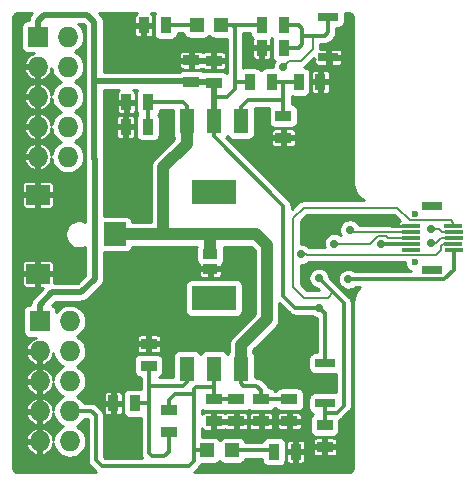
<source format=gbr>
G04 #@! TF.FileFunction,Copper,L1,Top,Signal*
%FSLAX46Y46*%
G04 Gerber Fmt 4.6, Leading zero omitted, Abs format (unit mm)*
G04 Created by KiCad (PCBNEW 4.0.2+dfsg1-2~bpo8+1-stable) date lun 05 jun 2017 18:32:46 ART*
%MOMM*%
G01*
G04 APERTURE LIST*
%ADD10C,0.100000*%
%ADD11R,0.950000X1.400000*%
%ADD12R,1.700000X0.800000*%
%ADD13R,1.400000X0.950000*%
%ADD14R,1.900000X2.000000*%
%ADD15R,2.000000X1.700000*%
%ADD16R,1.270000X0.960000*%
%ADD17R,1.270000X0.965200*%
%ADD18R,1.727200X1.727200*%
%ADD19O,1.727200X1.727200*%
%ADD20R,1.300480X2.150000*%
%ADD21R,3.799840X2.150000*%
%ADD22R,1.198880X1.198880*%
%ADD23R,1.600000X0.300000*%
%ADD24R,1.597660X0.297180*%
%ADD25C,0.600000*%
%ADD26R,1.800000X0.800000*%
%ADD27C,0.711200*%
%ADD28C,0.304800*%
%ADD29C,1.016000*%
%ADD30C,0.254000*%
%ADD31C,0.152400*%
%ADD32C,0.203200*%
%ADD33C,0.508000*%
G04 APERTURE END LIST*
D10*
D11*
X91575000Y-29800000D03*
X93425000Y-29800000D03*
X103425000Y-29800000D03*
X101575000Y-29800000D03*
D12*
X107200000Y-32500000D03*
X107200000Y-29100000D03*
D11*
X103425000Y-31700000D03*
X101575000Y-31700000D03*
D13*
X97500000Y-34650000D03*
X97500000Y-32800000D03*
D11*
X91925000Y-36300000D03*
X90075000Y-36300000D03*
D13*
X103400000Y-37475000D03*
X103400000Y-39325000D03*
X92000000Y-58625000D03*
X92000000Y-56775000D03*
X93700000Y-62375000D03*
X93700000Y-64225000D03*
X97500000Y-61475000D03*
X97500000Y-63325000D03*
X101500000Y-61475000D03*
X101500000Y-63325000D03*
D12*
X106900000Y-61800000D03*
X106900000Y-58400000D03*
D11*
X104425000Y-65900000D03*
X102575000Y-65900000D03*
X90825000Y-61800000D03*
X88975000Y-61800000D03*
X100575000Y-34600000D03*
X102425000Y-34600000D03*
X104675000Y-34600000D03*
X106525000Y-34600000D03*
D13*
X106900000Y-65500000D03*
X106900000Y-63650000D03*
X103900000Y-61475000D03*
X103900000Y-63325000D03*
X99400000Y-61475000D03*
X99400000Y-63325000D03*
D11*
X91900000Y-38400000D03*
X90050000Y-38400000D03*
D13*
X95600000Y-34600000D03*
X95600000Y-32750000D03*
D14*
X89100000Y-47500000D03*
D15*
X82600000Y-44150000D03*
X82600000Y-50850000D03*
D16*
X97200000Y-49135000D03*
D17*
X97200000Y-50400000D03*
D18*
X82760000Y-54860000D03*
D19*
X85300000Y-54860000D03*
X82760000Y-57400000D03*
X85300000Y-57400000D03*
X82760000Y-59940000D03*
X85300000Y-59940000D03*
X82760000Y-62480000D03*
X85300000Y-62480000D03*
X82760000Y-65020000D03*
X85300000Y-65020000D03*
D18*
X82600000Y-30760000D03*
D19*
X85140000Y-30760000D03*
X82600000Y-33300000D03*
X85140000Y-33300000D03*
X82600000Y-35840000D03*
X85140000Y-35840000D03*
X82600000Y-38380000D03*
X85140000Y-38380000D03*
X82600000Y-40920000D03*
X85140000Y-40920000D03*
D20*
X95198760Y-58900000D03*
X97500000Y-58899740D03*
X99801240Y-58899740D03*
D21*
X97500000Y-52900260D03*
D20*
X99801240Y-37900000D03*
X97500000Y-37900260D03*
X95198760Y-37900260D03*
D21*
X97500000Y-43899740D03*
D22*
X99049020Y-65800000D03*
X96950980Y-65800000D03*
X96050980Y-29800000D03*
X98149020Y-29800000D03*
D23*
X117800000Y-48800000D03*
D24*
X117795780Y-48295300D03*
D23*
X117800000Y-47800000D03*
X117800000Y-47300000D03*
D24*
X117795780Y-46804320D03*
D23*
X114200000Y-46800000D03*
X114200000Y-47300000D03*
X114200000Y-47800000D03*
X114200000Y-48300000D03*
X114200000Y-48800000D03*
D25*
X114500000Y-45750000D03*
X114500000Y-49850000D03*
D26*
X116000000Y-50500000D03*
X116000000Y-45100000D03*
D27*
X90800000Y-66000000D03*
X88950000Y-66050000D03*
X108200000Y-38100000D03*
X108200000Y-40300000D03*
X103200000Y-56200000D03*
X102900000Y-59100000D03*
X103300000Y-42900000D03*
X91900002Y-42800000D03*
X88900000Y-42900000D03*
X91900000Y-40699998D03*
X88899996Y-40700000D03*
X112300000Y-46499996D03*
X88900000Y-45499994D03*
X91900000Y-45400008D03*
X85900000Y-51200000D03*
X82600000Y-48500000D03*
X82600000Y-45900000D03*
X97900000Y-56200000D03*
X95900000Y-56200000D03*
X84900000Y-67200000D03*
X82800000Y-67200000D03*
X89900000Y-31700000D03*
X91900000Y-31700000D03*
X91900000Y-53199986D03*
X91900000Y-51200000D03*
X87900000Y-61200000D03*
X88900000Y-38400000D03*
X97500000Y-31700000D03*
X100500000Y-31700000D03*
X104900000Y-49200000D03*
X106400000Y-53700000D03*
X108900000Y-51300000D03*
X103400000Y-33300000D03*
X111700000Y-48299990D03*
X115900000Y-48200000D03*
X115885139Y-47042560D03*
X106400000Y-51200000D03*
X107705134Y-48281346D03*
X109000000Y-47100000D03*
D28*
X95198760Y-37900260D02*
X95198760Y-36598760D01*
X95198760Y-36598760D02*
X94900000Y-36300000D01*
X94900000Y-36300000D02*
X91925000Y-36300000D01*
X103900000Y-61475000D02*
X101500000Y-61475000D01*
X91900000Y-38400000D02*
X91900000Y-36325000D01*
X91900000Y-36325000D02*
X91925000Y-36300000D01*
D29*
X97200000Y-47500000D02*
X101100000Y-47500000D01*
X91700000Y-47500000D02*
X97200000Y-47500000D01*
X97200000Y-47500000D02*
X97200000Y-49100000D01*
D28*
X99801240Y-58899740D02*
X99801240Y-60104970D01*
X101500000Y-60695200D02*
X101500000Y-61475000D01*
X99801240Y-60104970D02*
X99996270Y-60300000D01*
X99996270Y-60300000D02*
X101104800Y-60300000D01*
X101104800Y-60300000D02*
X101500000Y-60695200D01*
D29*
X101100000Y-47500000D02*
X102000000Y-48400000D01*
X102000000Y-48400000D02*
X102000000Y-54700000D01*
X102000000Y-54700000D02*
X101000000Y-55700000D01*
X101000000Y-55700000D02*
X99801240Y-56898760D01*
X99801240Y-56898760D02*
X99801240Y-58899740D01*
X91700000Y-47500000D02*
X93200000Y-47500000D01*
X93200000Y-47500000D02*
X93200000Y-41815450D01*
X93200000Y-41815450D02*
X95198760Y-39816690D01*
X95198760Y-39816690D02*
X95198760Y-37900260D01*
X89100000Y-47500000D02*
X91700000Y-47500000D01*
D28*
X90750000Y-66050000D02*
X90800000Y-66000000D01*
X88950000Y-66050000D02*
X90750000Y-66050000D01*
X88975000Y-66025000D02*
X88950000Y-66050000D01*
X88975000Y-61800000D02*
X88975000Y-66025000D01*
X107697106Y-38100000D02*
X108200000Y-38100000D01*
X106625000Y-38100000D02*
X107697106Y-38100000D01*
X106525000Y-38200000D02*
X106625000Y-38100000D01*
X107697106Y-40300000D02*
X108200000Y-40300000D01*
X106625000Y-40300000D02*
X107697106Y-40300000D01*
X106525000Y-40200000D02*
X106625000Y-40300000D01*
X102900000Y-56500000D02*
X103200000Y-56200000D01*
X102900000Y-59100000D02*
X102900000Y-56500000D01*
X103655599Y-42544401D02*
X103300000Y-42900000D01*
X106000000Y-40200000D02*
X103655599Y-42544401D01*
X106525000Y-40200000D02*
X106000000Y-40200000D01*
X103400000Y-42800000D02*
X103300000Y-42900000D01*
X103400000Y-39325000D02*
X103400000Y-42800000D01*
X91900000Y-42800002D02*
X91900002Y-42800000D01*
X91900000Y-42899998D02*
X91900000Y-42800002D01*
X91900000Y-42799998D02*
X91900002Y-42800000D01*
X91900000Y-40699998D02*
X91900000Y-42799998D01*
X91900000Y-45400008D02*
X91900000Y-42899998D01*
X88899996Y-42899996D02*
X88900000Y-42900000D01*
X88899996Y-40700000D02*
X88899996Y-42899996D01*
X88900000Y-43200000D02*
X88900000Y-42900000D01*
X88900000Y-45499994D02*
X88900000Y-43200000D01*
X88900000Y-40699996D02*
X88899996Y-40700000D01*
X88900000Y-38400000D02*
X88900000Y-40699996D01*
D30*
X114200000Y-46800000D02*
X112600004Y-46800000D01*
X112600004Y-46800000D02*
X112300000Y-46499996D01*
D28*
X88999986Y-45400008D02*
X88900000Y-45499994D01*
X91900000Y-45400008D02*
X88999986Y-45400008D01*
X89900000Y-31700000D02*
X89900000Y-30200000D01*
X89900000Y-30200000D02*
X90300000Y-29800000D01*
X90300000Y-29800000D02*
X91575000Y-29800000D01*
D31*
X82600000Y-40920000D02*
X82600000Y-42141314D01*
X82600000Y-42141314D02*
X82600000Y-44150000D01*
D32*
X82600000Y-38380000D02*
X82600000Y-39601314D01*
X82600000Y-39601314D02*
X82600000Y-40920000D01*
X82600000Y-35840000D02*
X82600000Y-37061314D01*
X82600000Y-37061314D02*
X82600000Y-38380000D01*
X82600000Y-33300000D02*
X82600000Y-35840000D01*
D28*
X82600000Y-50850000D02*
X85550000Y-50850000D01*
X85550000Y-50850000D02*
X85900000Y-51200000D01*
X82600000Y-45900000D02*
X82600000Y-48500000D01*
X82600000Y-50850000D02*
X82600000Y-48500000D01*
X82600000Y-44150000D02*
X82600000Y-45900000D01*
X106525000Y-38200000D02*
X106525000Y-40200000D01*
X106525000Y-34600000D02*
X106525000Y-38200000D01*
X92000000Y-56775000D02*
X92000000Y-55200000D01*
X92000000Y-55200000D02*
X92000000Y-53299986D01*
X87900000Y-57200000D02*
X89900000Y-55200000D01*
X89900000Y-55200000D02*
X92000000Y-55200000D01*
X87900000Y-61200000D02*
X87900000Y-57200000D01*
X91900000Y-53199986D02*
X92899986Y-53199986D01*
X92899986Y-53199986D02*
X95900000Y-56200000D01*
X91900000Y-53199986D02*
X91900000Y-51200000D01*
X82800000Y-67200000D02*
X84900000Y-67200000D01*
X82760000Y-64980000D02*
X82760000Y-67160000D01*
X82760000Y-67160000D02*
X82800000Y-67200000D01*
X103900000Y-64179800D02*
X105179800Y-64179800D01*
X101425000Y-64179800D02*
X103900000Y-64179800D01*
X91900000Y-31700000D02*
X89900000Y-31700000D01*
X97500000Y-31700000D02*
X91900000Y-31700000D01*
X92000000Y-53299986D02*
X91900000Y-53199986D01*
X92255599Y-50844401D02*
X91900000Y-51200000D01*
X92735000Y-50365000D02*
X92255599Y-50844401D01*
X97200000Y-50365000D02*
X92735000Y-50365000D01*
X105179800Y-64179800D02*
X105400000Y-64400000D01*
X105400000Y-64400000D02*
X105400000Y-65900000D01*
X105400000Y-65900000D02*
X104425000Y-65900000D01*
X105400000Y-65800000D02*
X105400000Y-66300000D01*
X105400000Y-66300000D02*
X105700000Y-66600000D01*
X105700000Y-66600000D02*
X106600000Y-66600000D01*
X106600000Y-66600000D02*
X106900000Y-66300000D01*
X106900000Y-66300000D02*
X106900000Y-65500000D01*
X82760000Y-62440000D02*
X82760000Y-64980000D01*
X82760000Y-59900000D02*
X82760000Y-62440000D01*
X82760000Y-57360000D02*
X82760000Y-59900000D01*
X97500000Y-63300000D02*
X97500000Y-64079800D01*
X97500000Y-64079800D02*
X97600000Y-64179800D01*
X97600000Y-64179800D02*
X101425000Y-64179800D01*
X101425000Y-64179800D02*
X101500000Y-64104800D01*
X101500000Y-64104800D02*
X101500000Y-63325000D01*
X88975000Y-61800000D02*
X88200000Y-61800000D01*
X88200000Y-61800000D02*
X87900000Y-61500000D01*
X87900000Y-61500000D02*
X87900000Y-61200000D01*
X90075000Y-36300000D02*
X89200000Y-36300000D01*
X89200000Y-36300000D02*
X88900000Y-36600000D01*
X88900000Y-36600000D02*
X88900000Y-38400000D01*
X107200000Y-32500000D02*
X107400000Y-32700000D01*
X107400000Y-34400000D02*
X107200000Y-34600000D01*
X107400000Y-32700000D02*
X107400000Y-34400000D01*
X107200000Y-34600000D02*
X106525000Y-34600000D01*
X97500000Y-32800000D02*
X97500000Y-31700000D01*
X101575000Y-31700000D02*
X100500000Y-31700000D01*
X99400000Y-61475000D02*
X97500000Y-61475000D01*
D31*
X105424675Y-49221781D02*
X116342837Y-49221781D01*
X116884202Y-48295300D02*
X117795780Y-48295300D01*
X104900000Y-49200000D02*
X105402894Y-49200000D01*
X116725679Y-48838940D02*
X116725679Y-48453823D01*
X116342837Y-49221781D02*
X116725679Y-48838940D01*
X116725679Y-48453823D02*
X116884202Y-48295300D01*
X105402894Y-49200000D02*
X105424675Y-49221781D01*
D28*
X95800000Y-60600000D02*
X96000000Y-60400000D01*
X96000000Y-60400000D02*
X96300000Y-60400000D01*
X95800000Y-61000000D02*
X95800000Y-60600000D01*
X95800000Y-61000000D02*
X95800000Y-65400000D01*
X93700000Y-62375000D02*
X93700000Y-61500000D01*
X93700000Y-61500000D02*
X94200000Y-61000000D01*
X94200000Y-61000000D02*
X95600000Y-61000000D01*
X95600000Y-61000000D02*
X95800000Y-61000000D01*
X95800000Y-65400000D02*
X95800000Y-65800000D01*
X85300000Y-62440000D02*
X87140000Y-62440000D01*
X95800000Y-66700000D02*
X95800000Y-65400000D01*
X87140000Y-62440000D02*
X87500000Y-62800000D01*
X87500000Y-62800000D02*
X87500000Y-66600000D01*
X87500000Y-66600000D02*
X88000000Y-67100000D01*
X88000000Y-67100000D02*
X95400000Y-67100000D01*
X95400000Y-67100000D02*
X95800000Y-66700000D01*
X97500000Y-60400000D02*
X96300000Y-60400000D01*
X97500000Y-58899740D02*
X97500000Y-60400000D01*
X97500000Y-60400000D02*
X97500000Y-61450000D01*
X95800000Y-65800000D02*
X96950980Y-65800000D01*
X106400000Y-53700000D02*
X106900000Y-54200000D01*
X106900000Y-54200000D02*
X106900000Y-58400000D01*
D33*
X82600000Y-30760000D02*
X82600000Y-29400000D01*
X86800000Y-28900000D02*
X87400000Y-29500000D01*
X82600000Y-29400000D02*
X83100000Y-28900000D01*
X83100000Y-28900000D02*
X86800000Y-28900000D01*
X87400000Y-29500000D02*
X87400000Y-34600000D01*
X95600000Y-34700000D02*
X95400000Y-34500000D01*
X95400000Y-34500000D02*
X87500000Y-34500000D01*
X87500000Y-34500000D02*
X87400000Y-34600000D01*
X87400000Y-34600000D02*
X87400000Y-35300000D01*
X95600000Y-34600000D02*
X97450000Y-34600000D01*
X97450000Y-34600000D02*
X97500000Y-34650000D01*
X87400000Y-35300000D02*
X87400000Y-41080000D01*
D28*
X105400000Y-53700000D02*
X106400000Y-53700000D01*
X97500000Y-37900260D02*
X97500000Y-39200000D01*
X104400000Y-53700000D02*
X105400000Y-53700000D01*
X97500000Y-39200000D02*
X103400000Y-45100000D01*
X103400000Y-45100000D02*
X103400000Y-52700000D01*
X103400000Y-52700000D02*
X104400000Y-53700000D01*
X117800000Y-48800000D02*
X117800000Y-50500000D01*
X117800000Y-50500000D02*
X117000000Y-51300000D01*
X117000000Y-51300000D02*
X108900000Y-51300000D01*
X97500000Y-35900000D02*
X97500000Y-36500000D01*
D33*
X87410401Y-41090401D02*
X87410401Y-51289599D01*
X87410401Y-51289599D02*
X86300000Y-52400000D01*
X86300000Y-52400000D02*
X83808400Y-52400000D01*
X83808400Y-52400000D02*
X82760000Y-53448400D01*
X82760000Y-53448400D02*
X82760000Y-54820000D01*
X97500000Y-36500000D02*
X97500000Y-34650000D01*
X97500000Y-37900260D02*
X97500000Y-36500000D01*
D28*
X99100000Y-29800000D02*
X101575000Y-29800000D01*
X99300000Y-35200000D02*
X99300000Y-34600000D01*
X100575000Y-34600000D02*
X99795200Y-34600000D01*
X99300000Y-34600000D02*
X99300000Y-30000000D01*
X99795200Y-34600000D02*
X99300000Y-34600000D01*
X97500000Y-35900000D02*
X98600000Y-35900000D01*
X98600000Y-35900000D02*
X99300000Y-35200000D01*
X99300000Y-30000000D02*
X99100000Y-29800000D01*
X99100000Y-29800000D02*
X98149020Y-29800000D01*
X92100000Y-60300000D02*
X92000000Y-60400000D01*
X92000000Y-60400000D02*
X92000000Y-60900000D01*
X95198760Y-58899740D02*
X95198760Y-60001240D01*
X95198760Y-60001240D02*
X94900000Y-60300000D01*
X92100000Y-60300000D02*
X92000000Y-60200000D01*
X94900000Y-60300000D02*
X92100000Y-60300000D01*
X92000000Y-58600000D02*
X92000000Y-60900000D01*
X92000000Y-60900000D02*
X92000000Y-62400000D01*
X92000000Y-62400000D02*
X92000000Y-61800000D01*
X92000000Y-61800000D02*
X90825000Y-61800000D01*
X92000000Y-62400000D02*
X92000000Y-66000000D01*
X92000000Y-66000000D02*
X92300000Y-66300000D01*
X92300000Y-66300000D02*
X93300000Y-66300000D01*
X93300000Y-66300000D02*
X93700000Y-65900000D01*
X93700000Y-65900000D02*
X93700000Y-64225000D01*
X103500000Y-34600000D02*
X104675000Y-34600000D01*
X103500000Y-34600000D02*
X103400000Y-34700000D01*
X102425000Y-34600000D02*
X103500000Y-34600000D01*
X103400000Y-34700000D02*
X103400000Y-36200000D01*
X103300000Y-36100000D02*
X103400000Y-36200000D01*
X103400000Y-36200000D02*
X103400000Y-37475000D01*
X100396270Y-36100000D02*
X103300000Y-36100000D01*
X99801240Y-37900260D02*
X99801240Y-36695030D01*
X99801240Y-36695030D02*
X100396270Y-36100000D01*
D31*
X105900000Y-31800000D02*
X105900000Y-30700000D01*
X104900000Y-32800000D02*
X105900000Y-31800000D01*
X103900000Y-32800000D02*
X104900000Y-32800000D01*
X103400000Y-33300000D02*
X103900000Y-32800000D01*
D28*
X85340000Y-40900000D02*
X85300000Y-40940000D01*
X112203425Y-48300521D02*
X112202894Y-48299990D01*
X112202894Y-48299990D02*
X111700000Y-48299990D01*
X114200000Y-48300521D02*
X112203425Y-48300521D01*
X106900000Y-30700000D02*
X107200000Y-30400000D01*
X106900000Y-30700000D02*
X105900000Y-30700000D01*
X105900000Y-30700000D02*
X105000000Y-30700000D01*
D31*
X107200000Y-30200000D02*
X107200000Y-30400000D01*
D28*
X107200000Y-29100000D02*
X107200000Y-30400000D01*
X103425000Y-31700000D02*
X104700000Y-31700000D01*
X104700000Y-31700000D02*
X105000000Y-31400000D01*
X105000000Y-31400000D02*
X105000000Y-30700000D01*
X105000000Y-30700000D02*
X105000000Y-30100000D01*
X105000000Y-30100000D02*
X104700000Y-29800000D01*
X104700000Y-29800000D02*
X103425000Y-29800000D01*
D31*
X117800000Y-47800000D02*
X116700000Y-47800000D01*
X116700000Y-47800000D02*
X116300000Y-48200000D01*
X116300000Y-48200000D02*
X116200000Y-48200000D01*
X116200000Y-48200000D02*
X115900000Y-48200000D01*
X116388033Y-47042560D02*
X115885139Y-47042560D01*
X116590160Y-47042560D02*
X116388033Y-47042560D01*
X116847600Y-47300000D02*
X116590160Y-47042560D01*
X117800000Y-47300000D02*
X116847600Y-47300000D01*
D32*
X117795780Y-46804320D02*
X117795780Y-46545780D01*
X114765921Y-46304001D02*
X114234079Y-46304001D01*
X117795780Y-46545780D02*
X117550000Y-46300000D01*
X107150000Y-52850000D02*
X107600000Y-52400000D01*
X117550000Y-46300000D02*
X114769922Y-46300000D01*
X105150000Y-52850000D02*
X107150000Y-52850000D01*
X114769922Y-46300000D02*
X114765921Y-46304001D01*
X114230078Y-46300000D02*
X114100000Y-46300000D01*
X114234079Y-46304001D02*
X114230078Y-46300000D01*
X104239599Y-51939599D02*
X105150000Y-52850000D01*
X114100000Y-46300000D02*
X113050000Y-45250000D01*
X113050000Y-45250000D02*
X105100000Y-45250000D01*
X105100000Y-45250000D02*
X104239599Y-46110401D01*
X104239599Y-46110401D02*
X104239599Y-51939599D01*
D28*
X106900000Y-62600000D02*
X107900000Y-62600000D01*
X108500000Y-62000000D02*
X108500000Y-53300000D01*
X107900000Y-62600000D02*
X108500000Y-62000000D01*
X108500000Y-53300000D02*
X107600000Y-52400000D01*
X107600000Y-52400000D02*
X106755599Y-51555599D01*
X106755599Y-51555599D02*
X106400000Y-51200000D01*
X106900000Y-61800000D02*
X106900000Y-62600000D01*
X106900000Y-62600000D02*
X106900000Y-63650000D01*
D31*
X114200000Y-47800000D02*
X112264618Y-47800000D01*
X110754034Y-48281346D02*
X108208028Y-48281346D01*
X108208028Y-48281346D02*
X107705134Y-48281346D01*
X112264618Y-47800000D02*
X112080417Y-47615799D01*
X112080417Y-47615799D02*
X111419581Y-47615799D01*
X111419581Y-47615799D02*
X110754034Y-48281346D01*
X109200000Y-47300000D02*
X109000000Y-47100000D01*
X114200000Y-47300000D02*
X109200000Y-47300000D01*
D28*
X99049020Y-65800000D02*
X102475000Y-65800000D01*
X102475000Y-65800000D02*
X102575000Y-65900000D01*
X96050980Y-29800000D02*
X93425000Y-29800000D01*
D30*
G36*
X82043224Y-28843224D02*
X81997056Y-28899430D01*
X81950306Y-28955145D01*
X81948311Y-28958773D01*
X81945683Y-28961973D01*
X81911305Y-29026087D01*
X81876273Y-29089810D01*
X81875021Y-29093755D01*
X81873064Y-29097406D01*
X81851785Y-29167006D01*
X81829807Y-29236290D01*
X81829346Y-29240401D01*
X81828134Y-29244365D01*
X81820780Y-29316769D01*
X81815883Y-29360420D01*
X81736400Y-29360420D01*
X81651458Y-29367194D01*
X81507388Y-29411810D01*
X81381451Y-29494796D01*
X81283619Y-29609583D01*
X81221640Y-29747080D01*
X81200420Y-29896400D01*
X81200420Y-31623600D01*
X81207194Y-31708542D01*
X81251810Y-31852612D01*
X81334796Y-31978549D01*
X81449583Y-32076381D01*
X81587080Y-32138360D01*
X81736400Y-32159580D01*
X82256824Y-32159580D01*
X82069998Y-32230294D01*
X81871493Y-32354246D01*
X81700984Y-32514543D01*
X81565023Y-32705025D01*
X81468836Y-32918371D01*
X81447456Y-32988872D01*
X81496031Y-33173000D01*
X82473000Y-33173000D01*
X82473000Y-33153000D01*
X82727000Y-33153000D01*
X82727000Y-33173000D01*
X82747000Y-33173000D01*
X82747000Y-33427000D01*
X82727000Y-33427000D01*
X82727000Y-34404481D01*
X82911129Y-34452550D01*
X83130002Y-34369706D01*
X83328507Y-34245754D01*
X83499016Y-34085457D01*
X83634977Y-33894975D01*
X83731164Y-33681629D01*
X83752544Y-33611128D01*
X83703970Y-33427002D01*
X83748721Y-33427002D01*
X83760986Y-33561772D01*
X83837965Y-33823325D01*
X83964281Y-34064946D01*
X84135123Y-34277430D01*
X84343982Y-34452684D01*
X84558805Y-34570784D01*
X84360153Y-34676409D01*
X84148867Y-34848730D01*
X83975076Y-35058808D01*
X83845398Y-35298641D01*
X83764774Y-35559094D01*
X83748598Y-35712998D01*
X83703970Y-35712998D01*
X83752544Y-35528872D01*
X83731164Y-35458371D01*
X83634977Y-35245025D01*
X83499016Y-35054543D01*
X83328507Y-34894246D01*
X83130002Y-34770294D01*
X82911129Y-34687450D01*
X82727000Y-34735519D01*
X82727000Y-35713000D01*
X82747000Y-35713000D01*
X82747000Y-35967000D01*
X82727000Y-35967000D01*
X82727000Y-36944481D01*
X82911129Y-36992550D01*
X83130002Y-36909706D01*
X83328507Y-36785754D01*
X83499016Y-36625457D01*
X83634977Y-36434975D01*
X83731164Y-36221629D01*
X83752544Y-36151128D01*
X83703970Y-35967002D01*
X83748721Y-35967002D01*
X83760986Y-36101772D01*
X83837965Y-36363325D01*
X83964281Y-36604946D01*
X84135123Y-36817430D01*
X84343982Y-36992684D01*
X84558805Y-37110784D01*
X84360153Y-37216409D01*
X84148867Y-37388730D01*
X83975076Y-37598808D01*
X83845398Y-37838641D01*
X83764774Y-38099094D01*
X83748598Y-38252998D01*
X83703970Y-38252998D01*
X83752544Y-38068872D01*
X83731164Y-37998371D01*
X83634977Y-37785025D01*
X83499016Y-37594543D01*
X83328507Y-37434246D01*
X83130002Y-37310294D01*
X82911129Y-37227450D01*
X82727000Y-37275519D01*
X82727000Y-38253000D01*
X82747000Y-38253000D01*
X82747000Y-38507000D01*
X82727000Y-38507000D01*
X82727000Y-39484481D01*
X82911129Y-39532550D01*
X83130002Y-39449706D01*
X83328507Y-39325754D01*
X83499016Y-39165457D01*
X83634977Y-38974975D01*
X83731164Y-38761629D01*
X83752544Y-38691128D01*
X83703970Y-38507002D01*
X83748721Y-38507002D01*
X83760986Y-38641772D01*
X83837965Y-38903325D01*
X83964281Y-39144946D01*
X84135123Y-39357430D01*
X84343982Y-39532684D01*
X84558805Y-39650784D01*
X84360153Y-39756409D01*
X84148867Y-39928730D01*
X83975076Y-40138808D01*
X83845398Y-40378641D01*
X83764774Y-40639094D01*
X83748598Y-40792998D01*
X83703970Y-40792998D01*
X83752544Y-40608872D01*
X83731164Y-40538371D01*
X83634977Y-40325025D01*
X83499016Y-40134543D01*
X83328507Y-39974246D01*
X83130002Y-39850294D01*
X82911129Y-39767450D01*
X82727000Y-39815519D01*
X82727000Y-40793000D01*
X82747000Y-40793000D01*
X82747000Y-41047000D01*
X82727000Y-41047000D01*
X82727000Y-42024481D01*
X82911129Y-42072550D01*
X83130002Y-41989706D01*
X83328507Y-41865754D01*
X83499016Y-41705457D01*
X83634977Y-41514975D01*
X83731164Y-41301629D01*
X83752544Y-41231128D01*
X83703970Y-41047002D01*
X83748721Y-41047002D01*
X83760986Y-41181772D01*
X83837965Y-41443325D01*
X83964281Y-41684946D01*
X84135123Y-41897430D01*
X84343982Y-42072684D01*
X84582904Y-42204032D01*
X84842788Y-42286472D01*
X85113736Y-42316864D01*
X85133241Y-42317000D01*
X85146759Y-42317000D01*
X85418104Y-42290394D01*
X85679114Y-42211591D01*
X85919847Y-42083591D01*
X86131133Y-41911270D01*
X86304924Y-41701192D01*
X86434602Y-41461359D01*
X86515226Y-41200906D01*
X86543725Y-40929753D01*
X86519014Y-40658228D01*
X86442035Y-40396675D01*
X86315719Y-40155054D01*
X86144877Y-39942570D01*
X85936018Y-39767316D01*
X85721195Y-39649216D01*
X85919847Y-39543591D01*
X86131133Y-39371270D01*
X86304924Y-39161192D01*
X86434602Y-38921359D01*
X86515226Y-38660906D01*
X86543725Y-38389753D01*
X86519014Y-38118228D01*
X86442035Y-37856675D01*
X86315719Y-37615054D01*
X86144877Y-37402570D01*
X85936018Y-37227316D01*
X85721195Y-37109216D01*
X85919847Y-37003591D01*
X86131133Y-36831270D01*
X86304924Y-36621192D01*
X86434602Y-36381359D01*
X86515226Y-36120906D01*
X86543725Y-35849753D01*
X86519014Y-35578228D01*
X86442035Y-35316675D01*
X86315719Y-35075054D01*
X86144877Y-34862570D01*
X85936018Y-34687316D01*
X85721195Y-34569216D01*
X85919847Y-34463591D01*
X86131133Y-34291270D01*
X86304924Y-34081192D01*
X86434602Y-33841359D01*
X86515226Y-33580906D01*
X86543725Y-33309753D01*
X86519014Y-33038228D01*
X86442035Y-32776675D01*
X86315719Y-32535054D01*
X86144877Y-32322570D01*
X85936018Y-32147316D01*
X85721195Y-32029216D01*
X85919847Y-31923591D01*
X86131133Y-31751270D01*
X86304924Y-31541192D01*
X86434602Y-31301359D01*
X86515226Y-31040906D01*
X86543725Y-30769753D01*
X86519014Y-30498228D01*
X86442035Y-30236675D01*
X86315719Y-29995054D01*
X86144877Y-29782570D01*
X86031458Y-29687400D01*
X86473848Y-29687400D01*
X86612600Y-29826152D01*
X86612600Y-41080000D01*
X86623001Y-41186077D01*
X86623001Y-46436090D01*
X86451634Y-46364054D01*
X86224298Y-46317388D01*
X85992226Y-46315768D01*
X85764260Y-46359255D01*
X85549083Y-46446192D01*
X85354889Y-46573269D01*
X85189077Y-46735645D01*
X85057961Y-46927134D01*
X84966536Y-47140444D01*
X84918285Y-47367449D01*
X84915044Y-47599503D01*
X84956939Y-47827768D01*
X85042372Y-48043547D01*
X85168090Y-48238623D01*
X85329304Y-48405565D01*
X85519873Y-48538014D01*
X85732540Y-48630926D01*
X85959203Y-48680761D01*
X86191229Y-48685621D01*
X86419780Y-48645322D01*
X86623001Y-48566497D01*
X86623001Y-50963447D01*
X85973848Y-51612600D01*
X83930200Y-51612600D01*
X83930200Y-51059550D01*
X83847650Y-50977000D01*
X82727000Y-50977000D01*
X82727000Y-51947650D01*
X82809550Y-52030200D01*
X83064648Y-52030200D01*
X82203224Y-52891624D01*
X82157056Y-52947830D01*
X82110306Y-53003545D01*
X82108311Y-53007173D01*
X82105683Y-53010373D01*
X82071305Y-53074487D01*
X82036273Y-53138210D01*
X82035021Y-53142155D01*
X82033064Y-53145806D01*
X82011785Y-53215406D01*
X81989807Y-53284690D01*
X81989346Y-53288801D01*
X81988134Y-53292765D01*
X81980780Y-53365169D01*
X81972677Y-53437406D01*
X81972620Y-53445500D01*
X81972605Y-53445651D01*
X81972618Y-53445791D01*
X81972600Y-53448400D01*
X81972600Y-53460420D01*
X81896400Y-53460420D01*
X81811458Y-53467194D01*
X81667388Y-53511810D01*
X81541451Y-53594796D01*
X81443619Y-53709583D01*
X81381640Y-53847080D01*
X81360420Y-53996400D01*
X81360420Y-55723600D01*
X81367194Y-55808542D01*
X81411810Y-55952612D01*
X81494796Y-56078549D01*
X81609583Y-56176381D01*
X81747080Y-56238360D01*
X81896400Y-56259580D01*
X82416824Y-56259580D01*
X82229998Y-56330294D01*
X82031493Y-56454246D01*
X81860984Y-56614543D01*
X81725023Y-56805025D01*
X81628836Y-57018371D01*
X81607456Y-57088872D01*
X81656031Y-57273000D01*
X82633000Y-57273000D01*
X82633000Y-57253000D01*
X82887000Y-57253000D01*
X82887000Y-57273000D01*
X82907000Y-57273000D01*
X82907000Y-57527000D01*
X82887000Y-57527000D01*
X82887000Y-58504481D01*
X83071129Y-58552550D01*
X83290002Y-58469706D01*
X83488507Y-58345754D01*
X83659016Y-58185457D01*
X83794977Y-57994975D01*
X83891164Y-57781629D01*
X83912544Y-57711128D01*
X83863970Y-57527002D01*
X83908721Y-57527002D01*
X83920986Y-57661772D01*
X83997965Y-57923325D01*
X84124281Y-58164946D01*
X84295123Y-58377430D01*
X84503982Y-58552684D01*
X84718805Y-58670784D01*
X84520153Y-58776409D01*
X84308867Y-58948730D01*
X84135076Y-59158808D01*
X84005398Y-59398641D01*
X83924774Y-59659094D01*
X83908598Y-59812998D01*
X83863970Y-59812998D01*
X83912544Y-59628872D01*
X83891164Y-59558371D01*
X83794977Y-59345025D01*
X83659016Y-59154543D01*
X83488507Y-58994246D01*
X83290002Y-58870294D01*
X83071129Y-58787450D01*
X82887000Y-58835519D01*
X82887000Y-59813000D01*
X82907000Y-59813000D01*
X82907000Y-60067000D01*
X82887000Y-60067000D01*
X82887000Y-61044481D01*
X83071129Y-61092550D01*
X83290002Y-61009706D01*
X83488507Y-60885754D01*
X83659016Y-60725457D01*
X83794977Y-60534975D01*
X83891164Y-60321629D01*
X83912544Y-60251128D01*
X83863970Y-60067002D01*
X83908721Y-60067002D01*
X83920986Y-60201772D01*
X83997965Y-60463325D01*
X84124281Y-60704946D01*
X84295123Y-60917430D01*
X84503982Y-61092684D01*
X84718805Y-61210784D01*
X84520153Y-61316409D01*
X84308867Y-61488730D01*
X84135076Y-61698808D01*
X84005398Y-61938641D01*
X83924774Y-62199094D01*
X83908598Y-62352998D01*
X83863970Y-62352998D01*
X83912544Y-62168872D01*
X83891164Y-62098371D01*
X83794977Y-61885025D01*
X83659016Y-61694543D01*
X83488507Y-61534246D01*
X83290002Y-61410294D01*
X83071129Y-61327450D01*
X82887000Y-61375519D01*
X82887000Y-62353000D01*
X82907000Y-62353000D01*
X82907000Y-62607000D01*
X82887000Y-62607000D01*
X82887000Y-63584481D01*
X83071129Y-63632550D01*
X83290002Y-63549706D01*
X83488507Y-63425754D01*
X83659016Y-63265457D01*
X83794977Y-63074975D01*
X83891164Y-62861629D01*
X83912544Y-62791128D01*
X83863970Y-62607002D01*
X83908721Y-62607002D01*
X83920986Y-62741772D01*
X83997965Y-63003325D01*
X84124281Y-63244946D01*
X84295123Y-63457430D01*
X84503982Y-63632684D01*
X84718805Y-63750784D01*
X84520153Y-63856409D01*
X84308867Y-64028730D01*
X84135076Y-64238808D01*
X84005398Y-64478641D01*
X83924774Y-64739094D01*
X83908598Y-64892998D01*
X83863970Y-64892998D01*
X83912544Y-64708872D01*
X83891164Y-64638371D01*
X83794977Y-64425025D01*
X83659016Y-64234543D01*
X83488507Y-64074246D01*
X83290002Y-63950294D01*
X83071129Y-63867450D01*
X82887000Y-63915519D01*
X82887000Y-64893000D01*
X82907000Y-64893000D01*
X82907000Y-65147000D01*
X82887000Y-65147000D01*
X82887000Y-66124481D01*
X83071129Y-66172550D01*
X83290002Y-66089706D01*
X83488507Y-65965754D01*
X83659016Y-65805457D01*
X83794977Y-65614975D01*
X83891164Y-65401629D01*
X83912544Y-65331128D01*
X83863970Y-65147002D01*
X83908721Y-65147002D01*
X83920986Y-65281772D01*
X83997965Y-65543325D01*
X84124281Y-65784946D01*
X84295123Y-65997430D01*
X84503982Y-66172684D01*
X84742904Y-66304032D01*
X85002788Y-66386472D01*
X85273736Y-66416864D01*
X85293241Y-66417000D01*
X85306759Y-66417000D01*
X85578104Y-66390394D01*
X85839114Y-66311591D01*
X86079847Y-66183591D01*
X86291133Y-66011270D01*
X86464924Y-65801192D01*
X86594602Y-65561359D01*
X86675226Y-65300906D01*
X86703725Y-65029753D01*
X86679014Y-64758228D01*
X86602035Y-64496675D01*
X86475719Y-64255054D01*
X86304877Y-64042570D01*
X86096018Y-63867316D01*
X85881195Y-63749216D01*
X86079847Y-63643591D01*
X86291133Y-63471270D01*
X86464924Y-63261192D01*
X86538131Y-63125800D01*
X86814200Y-63125800D01*
X86814200Y-66600000D01*
X86820383Y-66663063D01*
X86825903Y-66726154D01*
X86826909Y-66729617D01*
X86827261Y-66733206D01*
X86845583Y-66793891D01*
X86863245Y-66854684D01*
X86864902Y-66857882D01*
X86865946Y-66861338D01*
X86895677Y-66917253D01*
X86924839Y-66973514D01*
X86927093Y-66976337D01*
X86928783Y-66979516D01*
X86968797Y-67028578D01*
X87008343Y-67078116D01*
X87013292Y-67083135D01*
X87013376Y-67083238D01*
X87013472Y-67083317D01*
X87015066Y-67084934D01*
X87515066Y-67584934D01*
X87553617Y-67616600D01*
X80928537Y-67616600D01*
X80819623Y-67605921D01*
X80742313Y-67582580D01*
X80671006Y-67544665D01*
X80608418Y-67493619D01*
X80556940Y-67431393D01*
X80518534Y-67360361D01*
X80494649Y-67283204D01*
X80483400Y-67176176D01*
X80483400Y-65331128D01*
X81607456Y-65331128D01*
X81628836Y-65401629D01*
X81725023Y-65614975D01*
X81860984Y-65805457D01*
X82031493Y-65965754D01*
X82229998Y-66089706D01*
X82448871Y-66172550D01*
X82633000Y-66124481D01*
X82633000Y-65147000D01*
X81656031Y-65147000D01*
X81607456Y-65331128D01*
X80483400Y-65331128D01*
X80483400Y-64708872D01*
X81607456Y-64708872D01*
X81656031Y-64893000D01*
X82633000Y-64893000D01*
X82633000Y-63915519D01*
X82448871Y-63867450D01*
X82229998Y-63950294D01*
X82031493Y-64074246D01*
X81860984Y-64234543D01*
X81725023Y-64425025D01*
X81628836Y-64638371D01*
X81607456Y-64708872D01*
X80483400Y-64708872D01*
X80483400Y-62791128D01*
X81607456Y-62791128D01*
X81628836Y-62861629D01*
X81725023Y-63074975D01*
X81860984Y-63265457D01*
X82031493Y-63425754D01*
X82229998Y-63549706D01*
X82448871Y-63632550D01*
X82633000Y-63584481D01*
X82633000Y-62607000D01*
X81656031Y-62607000D01*
X81607456Y-62791128D01*
X80483400Y-62791128D01*
X80483400Y-62168872D01*
X81607456Y-62168872D01*
X81656031Y-62353000D01*
X82633000Y-62353000D01*
X82633000Y-61375519D01*
X82448871Y-61327450D01*
X82229998Y-61410294D01*
X82031493Y-61534246D01*
X81860984Y-61694543D01*
X81725023Y-61885025D01*
X81628836Y-62098371D01*
X81607456Y-62168872D01*
X80483400Y-62168872D01*
X80483400Y-60251128D01*
X81607456Y-60251128D01*
X81628836Y-60321629D01*
X81725023Y-60534975D01*
X81860984Y-60725457D01*
X82031493Y-60885754D01*
X82229998Y-61009706D01*
X82448871Y-61092550D01*
X82633000Y-61044481D01*
X82633000Y-60067000D01*
X81656031Y-60067000D01*
X81607456Y-60251128D01*
X80483400Y-60251128D01*
X80483400Y-59628872D01*
X81607456Y-59628872D01*
X81656031Y-59813000D01*
X82633000Y-59813000D01*
X82633000Y-58835519D01*
X82448871Y-58787450D01*
X82229998Y-58870294D01*
X82031493Y-58994246D01*
X81860984Y-59154543D01*
X81725023Y-59345025D01*
X81628836Y-59558371D01*
X81607456Y-59628872D01*
X80483400Y-59628872D01*
X80483400Y-57711128D01*
X81607456Y-57711128D01*
X81628836Y-57781629D01*
X81725023Y-57994975D01*
X81860984Y-58185457D01*
X82031493Y-58345754D01*
X82229998Y-58469706D01*
X82448871Y-58552550D01*
X82633000Y-58504481D01*
X82633000Y-57527000D01*
X81656031Y-57527000D01*
X81607456Y-57711128D01*
X80483400Y-57711128D01*
X80483400Y-51059550D01*
X81269800Y-51059550D01*
X81269800Y-51732522D01*
X81282489Y-51796316D01*
X81307380Y-51856408D01*
X81343517Y-51910490D01*
X81389510Y-51956483D01*
X81443592Y-51992619D01*
X81503684Y-52017511D01*
X81567478Y-52030200D01*
X82390450Y-52030200D01*
X82473000Y-51947650D01*
X82473000Y-50977000D01*
X81352350Y-50977000D01*
X81269800Y-51059550D01*
X80483400Y-51059550D01*
X80483400Y-49967478D01*
X81269800Y-49967478D01*
X81269800Y-50640450D01*
X81352350Y-50723000D01*
X82473000Y-50723000D01*
X82473000Y-49752350D01*
X82727000Y-49752350D01*
X82727000Y-50723000D01*
X83847650Y-50723000D01*
X83930200Y-50640450D01*
X83930200Y-49967478D01*
X83917511Y-49903684D01*
X83892620Y-49843592D01*
X83856483Y-49789510D01*
X83810490Y-49743517D01*
X83756408Y-49707381D01*
X83696316Y-49682489D01*
X83632522Y-49669800D01*
X82809550Y-49669800D01*
X82727000Y-49752350D01*
X82473000Y-49752350D01*
X82390450Y-49669800D01*
X81567478Y-49669800D01*
X81503684Y-49682489D01*
X81443592Y-49707381D01*
X81389510Y-49743517D01*
X81343517Y-49789510D01*
X81307380Y-49843592D01*
X81282489Y-49903684D01*
X81269800Y-49967478D01*
X80483400Y-49967478D01*
X80483400Y-44359550D01*
X81269800Y-44359550D01*
X81269800Y-45032522D01*
X81282489Y-45096316D01*
X81307380Y-45156408D01*
X81343517Y-45210490D01*
X81389510Y-45256483D01*
X81443592Y-45292619D01*
X81503684Y-45317511D01*
X81567478Y-45330200D01*
X82390450Y-45330200D01*
X82473000Y-45247650D01*
X82473000Y-44277000D01*
X82727000Y-44277000D01*
X82727000Y-45247650D01*
X82809550Y-45330200D01*
X83632522Y-45330200D01*
X83696316Y-45317511D01*
X83756408Y-45292619D01*
X83810490Y-45256483D01*
X83856483Y-45210490D01*
X83892620Y-45156408D01*
X83917511Y-45096316D01*
X83930200Y-45032522D01*
X83930200Y-44359550D01*
X83847650Y-44277000D01*
X82727000Y-44277000D01*
X82473000Y-44277000D01*
X81352350Y-44277000D01*
X81269800Y-44359550D01*
X80483400Y-44359550D01*
X80483400Y-43267478D01*
X81269800Y-43267478D01*
X81269800Y-43940450D01*
X81352350Y-44023000D01*
X82473000Y-44023000D01*
X82473000Y-43052350D01*
X82727000Y-43052350D01*
X82727000Y-44023000D01*
X83847650Y-44023000D01*
X83930200Y-43940450D01*
X83930200Y-43267478D01*
X83917511Y-43203684D01*
X83892620Y-43143592D01*
X83856483Y-43089510D01*
X83810490Y-43043517D01*
X83756408Y-43007381D01*
X83696316Y-42982489D01*
X83632522Y-42969800D01*
X82809550Y-42969800D01*
X82727000Y-43052350D01*
X82473000Y-43052350D01*
X82390450Y-42969800D01*
X81567478Y-42969800D01*
X81503684Y-42982489D01*
X81443592Y-43007381D01*
X81389510Y-43043517D01*
X81343517Y-43089510D01*
X81307380Y-43143592D01*
X81282489Y-43203684D01*
X81269800Y-43267478D01*
X80483400Y-43267478D01*
X80483400Y-41231128D01*
X81447456Y-41231128D01*
X81468836Y-41301629D01*
X81565023Y-41514975D01*
X81700984Y-41705457D01*
X81871493Y-41865754D01*
X82069998Y-41989706D01*
X82288871Y-42072550D01*
X82473000Y-42024481D01*
X82473000Y-41047000D01*
X81496031Y-41047000D01*
X81447456Y-41231128D01*
X80483400Y-41231128D01*
X80483400Y-40608872D01*
X81447456Y-40608872D01*
X81496031Y-40793000D01*
X82473000Y-40793000D01*
X82473000Y-39815519D01*
X82288871Y-39767450D01*
X82069998Y-39850294D01*
X81871493Y-39974246D01*
X81700984Y-40134543D01*
X81565023Y-40325025D01*
X81468836Y-40538371D01*
X81447456Y-40608872D01*
X80483400Y-40608872D01*
X80483400Y-38691128D01*
X81447456Y-38691128D01*
X81468836Y-38761629D01*
X81565023Y-38974975D01*
X81700984Y-39165457D01*
X81871493Y-39325754D01*
X82069998Y-39449706D01*
X82288871Y-39532550D01*
X82473000Y-39484481D01*
X82473000Y-38507000D01*
X81496031Y-38507000D01*
X81447456Y-38691128D01*
X80483400Y-38691128D01*
X80483400Y-38068872D01*
X81447456Y-38068872D01*
X81496031Y-38253000D01*
X82473000Y-38253000D01*
X82473000Y-37275519D01*
X82288871Y-37227450D01*
X82069998Y-37310294D01*
X81871493Y-37434246D01*
X81700984Y-37594543D01*
X81565023Y-37785025D01*
X81468836Y-37998371D01*
X81447456Y-38068872D01*
X80483400Y-38068872D01*
X80483400Y-36151128D01*
X81447456Y-36151128D01*
X81468836Y-36221629D01*
X81565023Y-36434975D01*
X81700984Y-36625457D01*
X81871493Y-36785754D01*
X82069998Y-36909706D01*
X82288871Y-36992550D01*
X82473000Y-36944481D01*
X82473000Y-35967000D01*
X81496031Y-35967000D01*
X81447456Y-36151128D01*
X80483400Y-36151128D01*
X80483400Y-35528872D01*
X81447456Y-35528872D01*
X81496031Y-35713000D01*
X82473000Y-35713000D01*
X82473000Y-34735519D01*
X82288871Y-34687450D01*
X82069998Y-34770294D01*
X81871493Y-34894246D01*
X81700984Y-35054543D01*
X81565023Y-35245025D01*
X81468836Y-35458371D01*
X81447456Y-35528872D01*
X80483400Y-35528872D01*
X80483400Y-33611128D01*
X81447456Y-33611128D01*
X81468836Y-33681629D01*
X81565023Y-33894975D01*
X81700984Y-34085457D01*
X81871493Y-34245754D01*
X82069998Y-34369706D01*
X82288871Y-34452550D01*
X82473000Y-34404481D01*
X82473000Y-33427000D01*
X81496031Y-33427000D01*
X81447456Y-33611128D01*
X80483400Y-33611128D01*
X80483400Y-29228537D01*
X80494079Y-29119623D01*
X80517420Y-29042313D01*
X80555335Y-28971006D01*
X80606379Y-28908420D01*
X80668607Y-28856941D01*
X80739642Y-28818532D01*
X80816795Y-28794650D01*
X80923823Y-28783400D01*
X82103048Y-28783400D01*
X82043224Y-28843224D01*
X82043224Y-28843224D01*
G37*
X82043224Y-28843224D02*
X81997056Y-28899430D01*
X81950306Y-28955145D01*
X81948311Y-28958773D01*
X81945683Y-28961973D01*
X81911305Y-29026087D01*
X81876273Y-29089810D01*
X81875021Y-29093755D01*
X81873064Y-29097406D01*
X81851785Y-29167006D01*
X81829807Y-29236290D01*
X81829346Y-29240401D01*
X81828134Y-29244365D01*
X81820780Y-29316769D01*
X81815883Y-29360420D01*
X81736400Y-29360420D01*
X81651458Y-29367194D01*
X81507388Y-29411810D01*
X81381451Y-29494796D01*
X81283619Y-29609583D01*
X81221640Y-29747080D01*
X81200420Y-29896400D01*
X81200420Y-31623600D01*
X81207194Y-31708542D01*
X81251810Y-31852612D01*
X81334796Y-31978549D01*
X81449583Y-32076381D01*
X81587080Y-32138360D01*
X81736400Y-32159580D01*
X82256824Y-32159580D01*
X82069998Y-32230294D01*
X81871493Y-32354246D01*
X81700984Y-32514543D01*
X81565023Y-32705025D01*
X81468836Y-32918371D01*
X81447456Y-32988872D01*
X81496031Y-33173000D01*
X82473000Y-33173000D01*
X82473000Y-33153000D01*
X82727000Y-33153000D01*
X82727000Y-33173000D01*
X82747000Y-33173000D01*
X82747000Y-33427000D01*
X82727000Y-33427000D01*
X82727000Y-34404481D01*
X82911129Y-34452550D01*
X83130002Y-34369706D01*
X83328507Y-34245754D01*
X83499016Y-34085457D01*
X83634977Y-33894975D01*
X83731164Y-33681629D01*
X83752544Y-33611128D01*
X83703970Y-33427002D01*
X83748721Y-33427002D01*
X83760986Y-33561772D01*
X83837965Y-33823325D01*
X83964281Y-34064946D01*
X84135123Y-34277430D01*
X84343982Y-34452684D01*
X84558805Y-34570784D01*
X84360153Y-34676409D01*
X84148867Y-34848730D01*
X83975076Y-35058808D01*
X83845398Y-35298641D01*
X83764774Y-35559094D01*
X83748598Y-35712998D01*
X83703970Y-35712998D01*
X83752544Y-35528872D01*
X83731164Y-35458371D01*
X83634977Y-35245025D01*
X83499016Y-35054543D01*
X83328507Y-34894246D01*
X83130002Y-34770294D01*
X82911129Y-34687450D01*
X82727000Y-34735519D01*
X82727000Y-35713000D01*
X82747000Y-35713000D01*
X82747000Y-35967000D01*
X82727000Y-35967000D01*
X82727000Y-36944481D01*
X82911129Y-36992550D01*
X83130002Y-36909706D01*
X83328507Y-36785754D01*
X83499016Y-36625457D01*
X83634977Y-36434975D01*
X83731164Y-36221629D01*
X83752544Y-36151128D01*
X83703970Y-35967002D01*
X83748721Y-35967002D01*
X83760986Y-36101772D01*
X83837965Y-36363325D01*
X83964281Y-36604946D01*
X84135123Y-36817430D01*
X84343982Y-36992684D01*
X84558805Y-37110784D01*
X84360153Y-37216409D01*
X84148867Y-37388730D01*
X83975076Y-37598808D01*
X83845398Y-37838641D01*
X83764774Y-38099094D01*
X83748598Y-38252998D01*
X83703970Y-38252998D01*
X83752544Y-38068872D01*
X83731164Y-37998371D01*
X83634977Y-37785025D01*
X83499016Y-37594543D01*
X83328507Y-37434246D01*
X83130002Y-37310294D01*
X82911129Y-37227450D01*
X82727000Y-37275519D01*
X82727000Y-38253000D01*
X82747000Y-38253000D01*
X82747000Y-38507000D01*
X82727000Y-38507000D01*
X82727000Y-39484481D01*
X82911129Y-39532550D01*
X83130002Y-39449706D01*
X83328507Y-39325754D01*
X83499016Y-39165457D01*
X83634977Y-38974975D01*
X83731164Y-38761629D01*
X83752544Y-38691128D01*
X83703970Y-38507002D01*
X83748721Y-38507002D01*
X83760986Y-38641772D01*
X83837965Y-38903325D01*
X83964281Y-39144946D01*
X84135123Y-39357430D01*
X84343982Y-39532684D01*
X84558805Y-39650784D01*
X84360153Y-39756409D01*
X84148867Y-39928730D01*
X83975076Y-40138808D01*
X83845398Y-40378641D01*
X83764774Y-40639094D01*
X83748598Y-40792998D01*
X83703970Y-40792998D01*
X83752544Y-40608872D01*
X83731164Y-40538371D01*
X83634977Y-40325025D01*
X83499016Y-40134543D01*
X83328507Y-39974246D01*
X83130002Y-39850294D01*
X82911129Y-39767450D01*
X82727000Y-39815519D01*
X82727000Y-40793000D01*
X82747000Y-40793000D01*
X82747000Y-41047000D01*
X82727000Y-41047000D01*
X82727000Y-42024481D01*
X82911129Y-42072550D01*
X83130002Y-41989706D01*
X83328507Y-41865754D01*
X83499016Y-41705457D01*
X83634977Y-41514975D01*
X83731164Y-41301629D01*
X83752544Y-41231128D01*
X83703970Y-41047002D01*
X83748721Y-41047002D01*
X83760986Y-41181772D01*
X83837965Y-41443325D01*
X83964281Y-41684946D01*
X84135123Y-41897430D01*
X84343982Y-42072684D01*
X84582904Y-42204032D01*
X84842788Y-42286472D01*
X85113736Y-42316864D01*
X85133241Y-42317000D01*
X85146759Y-42317000D01*
X85418104Y-42290394D01*
X85679114Y-42211591D01*
X85919847Y-42083591D01*
X86131133Y-41911270D01*
X86304924Y-41701192D01*
X86434602Y-41461359D01*
X86515226Y-41200906D01*
X86543725Y-40929753D01*
X86519014Y-40658228D01*
X86442035Y-40396675D01*
X86315719Y-40155054D01*
X86144877Y-39942570D01*
X85936018Y-39767316D01*
X85721195Y-39649216D01*
X85919847Y-39543591D01*
X86131133Y-39371270D01*
X86304924Y-39161192D01*
X86434602Y-38921359D01*
X86515226Y-38660906D01*
X86543725Y-38389753D01*
X86519014Y-38118228D01*
X86442035Y-37856675D01*
X86315719Y-37615054D01*
X86144877Y-37402570D01*
X85936018Y-37227316D01*
X85721195Y-37109216D01*
X85919847Y-37003591D01*
X86131133Y-36831270D01*
X86304924Y-36621192D01*
X86434602Y-36381359D01*
X86515226Y-36120906D01*
X86543725Y-35849753D01*
X86519014Y-35578228D01*
X86442035Y-35316675D01*
X86315719Y-35075054D01*
X86144877Y-34862570D01*
X85936018Y-34687316D01*
X85721195Y-34569216D01*
X85919847Y-34463591D01*
X86131133Y-34291270D01*
X86304924Y-34081192D01*
X86434602Y-33841359D01*
X86515226Y-33580906D01*
X86543725Y-33309753D01*
X86519014Y-33038228D01*
X86442035Y-32776675D01*
X86315719Y-32535054D01*
X86144877Y-32322570D01*
X85936018Y-32147316D01*
X85721195Y-32029216D01*
X85919847Y-31923591D01*
X86131133Y-31751270D01*
X86304924Y-31541192D01*
X86434602Y-31301359D01*
X86515226Y-31040906D01*
X86543725Y-30769753D01*
X86519014Y-30498228D01*
X86442035Y-30236675D01*
X86315719Y-29995054D01*
X86144877Y-29782570D01*
X86031458Y-29687400D01*
X86473848Y-29687400D01*
X86612600Y-29826152D01*
X86612600Y-41080000D01*
X86623001Y-41186077D01*
X86623001Y-46436090D01*
X86451634Y-46364054D01*
X86224298Y-46317388D01*
X85992226Y-46315768D01*
X85764260Y-46359255D01*
X85549083Y-46446192D01*
X85354889Y-46573269D01*
X85189077Y-46735645D01*
X85057961Y-46927134D01*
X84966536Y-47140444D01*
X84918285Y-47367449D01*
X84915044Y-47599503D01*
X84956939Y-47827768D01*
X85042372Y-48043547D01*
X85168090Y-48238623D01*
X85329304Y-48405565D01*
X85519873Y-48538014D01*
X85732540Y-48630926D01*
X85959203Y-48680761D01*
X86191229Y-48685621D01*
X86419780Y-48645322D01*
X86623001Y-48566497D01*
X86623001Y-50963447D01*
X85973848Y-51612600D01*
X83930200Y-51612600D01*
X83930200Y-51059550D01*
X83847650Y-50977000D01*
X82727000Y-50977000D01*
X82727000Y-51947650D01*
X82809550Y-52030200D01*
X83064648Y-52030200D01*
X82203224Y-52891624D01*
X82157056Y-52947830D01*
X82110306Y-53003545D01*
X82108311Y-53007173D01*
X82105683Y-53010373D01*
X82071305Y-53074487D01*
X82036273Y-53138210D01*
X82035021Y-53142155D01*
X82033064Y-53145806D01*
X82011785Y-53215406D01*
X81989807Y-53284690D01*
X81989346Y-53288801D01*
X81988134Y-53292765D01*
X81980780Y-53365169D01*
X81972677Y-53437406D01*
X81972620Y-53445500D01*
X81972605Y-53445651D01*
X81972618Y-53445791D01*
X81972600Y-53448400D01*
X81972600Y-53460420D01*
X81896400Y-53460420D01*
X81811458Y-53467194D01*
X81667388Y-53511810D01*
X81541451Y-53594796D01*
X81443619Y-53709583D01*
X81381640Y-53847080D01*
X81360420Y-53996400D01*
X81360420Y-55723600D01*
X81367194Y-55808542D01*
X81411810Y-55952612D01*
X81494796Y-56078549D01*
X81609583Y-56176381D01*
X81747080Y-56238360D01*
X81896400Y-56259580D01*
X82416824Y-56259580D01*
X82229998Y-56330294D01*
X82031493Y-56454246D01*
X81860984Y-56614543D01*
X81725023Y-56805025D01*
X81628836Y-57018371D01*
X81607456Y-57088872D01*
X81656031Y-57273000D01*
X82633000Y-57273000D01*
X82633000Y-57253000D01*
X82887000Y-57253000D01*
X82887000Y-57273000D01*
X82907000Y-57273000D01*
X82907000Y-57527000D01*
X82887000Y-57527000D01*
X82887000Y-58504481D01*
X83071129Y-58552550D01*
X83290002Y-58469706D01*
X83488507Y-58345754D01*
X83659016Y-58185457D01*
X83794977Y-57994975D01*
X83891164Y-57781629D01*
X83912544Y-57711128D01*
X83863970Y-57527002D01*
X83908721Y-57527002D01*
X83920986Y-57661772D01*
X83997965Y-57923325D01*
X84124281Y-58164946D01*
X84295123Y-58377430D01*
X84503982Y-58552684D01*
X84718805Y-58670784D01*
X84520153Y-58776409D01*
X84308867Y-58948730D01*
X84135076Y-59158808D01*
X84005398Y-59398641D01*
X83924774Y-59659094D01*
X83908598Y-59812998D01*
X83863970Y-59812998D01*
X83912544Y-59628872D01*
X83891164Y-59558371D01*
X83794977Y-59345025D01*
X83659016Y-59154543D01*
X83488507Y-58994246D01*
X83290002Y-58870294D01*
X83071129Y-58787450D01*
X82887000Y-58835519D01*
X82887000Y-59813000D01*
X82907000Y-59813000D01*
X82907000Y-60067000D01*
X82887000Y-60067000D01*
X82887000Y-61044481D01*
X83071129Y-61092550D01*
X83290002Y-61009706D01*
X83488507Y-60885754D01*
X83659016Y-60725457D01*
X83794977Y-60534975D01*
X83891164Y-60321629D01*
X83912544Y-60251128D01*
X83863970Y-60067002D01*
X83908721Y-60067002D01*
X83920986Y-60201772D01*
X83997965Y-60463325D01*
X84124281Y-60704946D01*
X84295123Y-60917430D01*
X84503982Y-61092684D01*
X84718805Y-61210784D01*
X84520153Y-61316409D01*
X84308867Y-61488730D01*
X84135076Y-61698808D01*
X84005398Y-61938641D01*
X83924774Y-62199094D01*
X83908598Y-62352998D01*
X83863970Y-62352998D01*
X83912544Y-62168872D01*
X83891164Y-62098371D01*
X83794977Y-61885025D01*
X83659016Y-61694543D01*
X83488507Y-61534246D01*
X83290002Y-61410294D01*
X83071129Y-61327450D01*
X82887000Y-61375519D01*
X82887000Y-62353000D01*
X82907000Y-62353000D01*
X82907000Y-62607000D01*
X82887000Y-62607000D01*
X82887000Y-63584481D01*
X83071129Y-63632550D01*
X83290002Y-63549706D01*
X83488507Y-63425754D01*
X83659016Y-63265457D01*
X83794977Y-63074975D01*
X83891164Y-62861629D01*
X83912544Y-62791128D01*
X83863970Y-62607002D01*
X83908721Y-62607002D01*
X83920986Y-62741772D01*
X83997965Y-63003325D01*
X84124281Y-63244946D01*
X84295123Y-63457430D01*
X84503982Y-63632684D01*
X84718805Y-63750784D01*
X84520153Y-63856409D01*
X84308867Y-64028730D01*
X84135076Y-64238808D01*
X84005398Y-64478641D01*
X83924774Y-64739094D01*
X83908598Y-64892998D01*
X83863970Y-64892998D01*
X83912544Y-64708872D01*
X83891164Y-64638371D01*
X83794977Y-64425025D01*
X83659016Y-64234543D01*
X83488507Y-64074246D01*
X83290002Y-63950294D01*
X83071129Y-63867450D01*
X82887000Y-63915519D01*
X82887000Y-64893000D01*
X82907000Y-64893000D01*
X82907000Y-65147000D01*
X82887000Y-65147000D01*
X82887000Y-66124481D01*
X83071129Y-66172550D01*
X83290002Y-66089706D01*
X83488507Y-65965754D01*
X83659016Y-65805457D01*
X83794977Y-65614975D01*
X83891164Y-65401629D01*
X83912544Y-65331128D01*
X83863970Y-65147002D01*
X83908721Y-65147002D01*
X83920986Y-65281772D01*
X83997965Y-65543325D01*
X84124281Y-65784946D01*
X84295123Y-65997430D01*
X84503982Y-66172684D01*
X84742904Y-66304032D01*
X85002788Y-66386472D01*
X85273736Y-66416864D01*
X85293241Y-66417000D01*
X85306759Y-66417000D01*
X85578104Y-66390394D01*
X85839114Y-66311591D01*
X86079847Y-66183591D01*
X86291133Y-66011270D01*
X86464924Y-65801192D01*
X86594602Y-65561359D01*
X86675226Y-65300906D01*
X86703725Y-65029753D01*
X86679014Y-64758228D01*
X86602035Y-64496675D01*
X86475719Y-64255054D01*
X86304877Y-64042570D01*
X86096018Y-63867316D01*
X85881195Y-63749216D01*
X86079847Y-63643591D01*
X86291133Y-63471270D01*
X86464924Y-63261192D01*
X86538131Y-63125800D01*
X86814200Y-63125800D01*
X86814200Y-66600000D01*
X86820383Y-66663063D01*
X86825903Y-66726154D01*
X86826909Y-66729617D01*
X86827261Y-66733206D01*
X86845583Y-66793891D01*
X86863245Y-66854684D01*
X86864902Y-66857882D01*
X86865946Y-66861338D01*
X86895677Y-66917253D01*
X86924839Y-66973514D01*
X86927093Y-66976337D01*
X86928783Y-66979516D01*
X86968797Y-67028578D01*
X87008343Y-67078116D01*
X87013292Y-67083135D01*
X87013376Y-67083238D01*
X87013472Y-67083317D01*
X87015066Y-67084934D01*
X87515066Y-67584934D01*
X87553617Y-67616600D01*
X80928537Y-67616600D01*
X80819623Y-67605921D01*
X80742313Y-67582580D01*
X80671006Y-67544665D01*
X80608418Y-67493619D01*
X80556940Y-67431393D01*
X80518534Y-67360361D01*
X80494649Y-67283204D01*
X80483400Y-67176176D01*
X80483400Y-65331128D01*
X81607456Y-65331128D01*
X81628836Y-65401629D01*
X81725023Y-65614975D01*
X81860984Y-65805457D01*
X82031493Y-65965754D01*
X82229998Y-66089706D01*
X82448871Y-66172550D01*
X82633000Y-66124481D01*
X82633000Y-65147000D01*
X81656031Y-65147000D01*
X81607456Y-65331128D01*
X80483400Y-65331128D01*
X80483400Y-64708872D01*
X81607456Y-64708872D01*
X81656031Y-64893000D01*
X82633000Y-64893000D01*
X82633000Y-63915519D01*
X82448871Y-63867450D01*
X82229998Y-63950294D01*
X82031493Y-64074246D01*
X81860984Y-64234543D01*
X81725023Y-64425025D01*
X81628836Y-64638371D01*
X81607456Y-64708872D01*
X80483400Y-64708872D01*
X80483400Y-62791128D01*
X81607456Y-62791128D01*
X81628836Y-62861629D01*
X81725023Y-63074975D01*
X81860984Y-63265457D01*
X82031493Y-63425754D01*
X82229998Y-63549706D01*
X82448871Y-63632550D01*
X82633000Y-63584481D01*
X82633000Y-62607000D01*
X81656031Y-62607000D01*
X81607456Y-62791128D01*
X80483400Y-62791128D01*
X80483400Y-62168872D01*
X81607456Y-62168872D01*
X81656031Y-62353000D01*
X82633000Y-62353000D01*
X82633000Y-61375519D01*
X82448871Y-61327450D01*
X82229998Y-61410294D01*
X82031493Y-61534246D01*
X81860984Y-61694543D01*
X81725023Y-61885025D01*
X81628836Y-62098371D01*
X81607456Y-62168872D01*
X80483400Y-62168872D01*
X80483400Y-60251128D01*
X81607456Y-60251128D01*
X81628836Y-60321629D01*
X81725023Y-60534975D01*
X81860984Y-60725457D01*
X82031493Y-60885754D01*
X82229998Y-61009706D01*
X82448871Y-61092550D01*
X82633000Y-61044481D01*
X82633000Y-60067000D01*
X81656031Y-60067000D01*
X81607456Y-60251128D01*
X80483400Y-60251128D01*
X80483400Y-59628872D01*
X81607456Y-59628872D01*
X81656031Y-59813000D01*
X82633000Y-59813000D01*
X82633000Y-58835519D01*
X82448871Y-58787450D01*
X82229998Y-58870294D01*
X82031493Y-58994246D01*
X81860984Y-59154543D01*
X81725023Y-59345025D01*
X81628836Y-59558371D01*
X81607456Y-59628872D01*
X80483400Y-59628872D01*
X80483400Y-57711128D01*
X81607456Y-57711128D01*
X81628836Y-57781629D01*
X81725023Y-57994975D01*
X81860984Y-58185457D01*
X82031493Y-58345754D01*
X82229998Y-58469706D01*
X82448871Y-58552550D01*
X82633000Y-58504481D01*
X82633000Y-57527000D01*
X81656031Y-57527000D01*
X81607456Y-57711128D01*
X80483400Y-57711128D01*
X80483400Y-51059550D01*
X81269800Y-51059550D01*
X81269800Y-51732522D01*
X81282489Y-51796316D01*
X81307380Y-51856408D01*
X81343517Y-51910490D01*
X81389510Y-51956483D01*
X81443592Y-51992619D01*
X81503684Y-52017511D01*
X81567478Y-52030200D01*
X82390450Y-52030200D01*
X82473000Y-51947650D01*
X82473000Y-50977000D01*
X81352350Y-50977000D01*
X81269800Y-51059550D01*
X80483400Y-51059550D01*
X80483400Y-49967478D01*
X81269800Y-49967478D01*
X81269800Y-50640450D01*
X81352350Y-50723000D01*
X82473000Y-50723000D01*
X82473000Y-49752350D01*
X82727000Y-49752350D01*
X82727000Y-50723000D01*
X83847650Y-50723000D01*
X83930200Y-50640450D01*
X83930200Y-49967478D01*
X83917511Y-49903684D01*
X83892620Y-49843592D01*
X83856483Y-49789510D01*
X83810490Y-49743517D01*
X83756408Y-49707381D01*
X83696316Y-49682489D01*
X83632522Y-49669800D01*
X82809550Y-49669800D01*
X82727000Y-49752350D01*
X82473000Y-49752350D01*
X82390450Y-49669800D01*
X81567478Y-49669800D01*
X81503684Y-49682489D01*
X81443592Y-49707381D01*
X81389510Y-49743517D01*
X81343517Y-49789510D01*
X81307380Y-49843592D01*
X81282489Y-49903684D01*
X81269800Y-49967478D01*
X80483400Y-49967478D01*
X80483400Y-44359550D01*
X81269800Y-44359550D01*
X81269800Y-45032522D01*
X81282489Y-45096316D01*
X81307380Y-45156408D01*
X81343517Y-45210490D01*
X81389510Y-45256483D01*
X81443592Y-45292619D01*
X81503684Y-45317511D01*
X81567478Y-45330200D01*
X82390450Y-45330200D01*
X82473000Y-45247650D01*
X82473000Y-44277000D01*
X82727000Y-44277000D01*
X82727000Y-45247650D01*
X82809550Y-45330200D01*
X83632522Y-45330200D01*
X83696316Y-45317511D01*
X83756408Y-45292619D01*
X83810490Y-45256483D01*
X83856483Y-45210490D01*
X83892620Y-45156408D01*
X83917511Y-45096316D01*
X83930200Y-45032522D01*
X83930200Y-44359550D01*
X83847650Y-44277000D01*
X82727000Y-44277000D01*
X82473000Y-44277000D01*
X81352350Y-44277000D01*
X81269800Y-44359550D01*
X80483400Y-44359550D01*
X80483400Y-43267478D01*
X81269800Y-43267478D01*
X81269800Y-43940450D01*
X81352350Y-44023000D01*
X82473000Y-44023000D01*
X82473000Y-43052350D01*
X82727000Y-43052350D01*
X82727000Y-44023000D01*
X83847650Y-44023000D01*
X83930200Y-43940450D01*
X83930200Y-43267478D01*
X83917511Y-43203684D01*
X83892620Y-43143592D01*
X83856483Y-43089510D01*
X83810490Y-43043517D01*
X83756408Y-43007381D01*
X83696316Y-42982489D01*
X83632522Y-42969800D01*
X82809550Y-42969800D01*
X82727000Y-43052350D01*
X82473000Y-43052350D01*
X82390450Y-42969800D01*
X81567478Y-42969800D01*
X81503684Y-42982489D01*
X81443592Y-43007381D01*
X81389510Y-43043517D01*
X81343517Y-43089510D01*
X81307380Y-43143592D01*
X81282489Y-43203684D01*
X81269800Y-43267478D01*
X80483400Y-43267478D01*
X80483400Y-41231128D01*
X81447456Y-41231128D01*
X81468836Y-41301629D01*
X81565023Y-41514975D01*
X81700984Y-41705457D01*
X81871493Y-41865754D01*
X82069998Y-41989706D01*
X82288871Y-42072550D01*
X82473000Y-42024481D01*
X82473000Y-41047000D01*
X81496031Y-41047000D01*
X81447456Y-41231128D01*
X80483400Y-41231128D01*
X80483400Y-40608872D01*
X81447456Y-40608872D01*
X81496031Y-40793000D01*
X82473000Y-40793000D01*
X82473000Y-39815519D01*
X82288871Y-39767450D01*
X82069998Y-39850294D01*
X81871493Y-39974246D01*
X81700984Y-40134543D01*
X81565023Y-40325025D01*
X81468836Y-40538371D01*
X81447456Y-40608872D01*
X80483400Y-40608872D01*
X80483400Y-38691128D01*
X81447456Y-38691128D01*
X81468836Y-38761629D01*
X81565023Y-38974975D01*
X81700984Y-39165457D01*
X81871493Y-39325754D01*
X82069998Y-39449706D01*
X82288871Y-39532550D01*
X82473000Y-39484481D01*
X82473000Y-38507000D01*
X81496031Y-38507000D01*
X81447456Y-38691128D01*
X80483400Y-38691128D01*
X80483400Y-38068872D01*
X81447456Y-38068872D01*
X81496031Y-38253000D01*
X82473000Y-38253000D01*
X82473000Y-37275519D01*
X82288871Y-37227450D01*
X82069998Y-37310294D01*
X81871493Y-37434246D01*
X81700984Y-37594543D01*
X81565023Y-37785025D01*
X81468836Y-37998371D01*
X81447456Y-38068872D01*
X80483400Y-38068872D01*
X80483400Y-36151128D01*
X81447456Y-36151128D01*
X81468836Y-36221629D01*
X81565023Y-36434975D01*
X81700984Y-36625457D01*
X81871493Y-36785754D01*
X82069998Y-36909706D01*
X82288871Y-36992550D01*
X82473000Y-36944481D01*
X82473000Y-35967000D01*
X81496031Y-35967000D01*
X81447456Y-36151128D01*
X80483400Y-36151128D01*
X80483400Y-35528872D01*
X81447456Y-35528872D01*
X81496031Y-35713000D01*
X82473000Y-35713000D01*
X82473000Y-34735519D01*
X82288871Y-34687450D01*
X82069998Y-34770294D01*
X81871493Y-34894246D01*
X81700984Y-35054543D01*
X81565023Y-35245025D01*
X81468836Y-35458371D01*
X81447456Y-35528872D01*
X80483400Y-35528872D01*
X80483400Y-33611128D01*
X81447456Y-33611128D01*
X81468836Y-33681629D01*
X81565023Y-33894975D01*
X81700984Y-34085457D01*
X81871493Y-34245754D01*
X82069998Y-34369706D01*
X82288871Y-34452550D01*
X82473000Y-34404481D01*
X82473000Y-33427000D01*
X81496031Y-33427000D01*
X81447456Y-33611128D01*
X80483400Y-33611128D01*
X80483400Y-29228537D01*
X80494079Y-29119623D01*
X80517420Y-29042313D01*
X80555335Y-28971006D01*
X80606379Y-28908420D01*
X80668607Y-28856941D01*
X80739642Y-28818532D01*
X80816795Y-28794650D01*
X80923823Y-28783400D01*
X82103048Y-28783400D01*
X82043224Y-28843224D01*
G36*
X113665505Y-49920075D02*
X113695009Y-50080828D01*
X113755174Y-50232788D01*
X113843710Y-50370169D01*
X113957244Y-50487737D01*
X114091451Y-50581013D01*
X114167413Y-50614200D01*
X109471894Y-50614200D01*
X109469411Y-50611700D01*
X109324876Y-50514209D01*
X109164156Y-50446649D01*
X108993375Y-50411593D01*
X108819038Y-50410375D01*
X108647784Y-50443044D01*
X108486137Y-50508353D01*
X108340254Y-50603817D01*
X108215692Y-50725797D01*
X108117194Y-50869649D01*
X108048514Y-51029893D01*
X108012266Y-51200425D01*
X108009832Y-51374750D01*
X108041304Y-51546227D01*
X108105483Y-51708326D01*
X108199926Y-51854872D01*
X108321034Y-51980283D01*
X108464194Y-52079782D01*
X108623955Y-52149580D01*
X108794230Y-52187017D01*
X108968533Y-52190668D01*
X109140226Y-52160394D01*
X109302769Y-52097348D01*
X109449971Y-52003931D01*
X109469010Y-51985800D01*
X109891142Y-51985800D01*
X109818555Y-52045849D01*
X109781298Y-52083367D01*
X109743519Y-52120363D01*
X109738326Y-52126640D01*
X109614976Y-52277882D01*
X109585699Y-52321948D01*
X109555842Y-52365553D01*
X109551967Y-52372719D01*
X109460342Y-52545041D01*
X109440187Y-52593941D01*
X109419363Y-52642527D01*
X109416954Y-52650309D01*
X109360545Y-52837145D01*
X109350278Y-52888996D01*
X109339281Y-52940734D01*
X109338429Y-52948836D01*
X109319384Y-53143070D01*
X109319384Y-53167541D01*
X109316657Y-53191854D01*
X109316600Y-53200000D01*
X109316600Y-67171463D01*
X109305921Y-67280377D01*
X109282580Y-67357687D01*
X109244665Y-67428994D01*
X109193619Y-67491582D01*
X109131393Y-67543060D01*
X109060361Y-67581466D01*
X108983204Y-67605351D01*
X108876176Y-67616600D01*
X95846871Y-67616600D01*
X95878116Y-67591657D01*
X95883135Y-67586708D01*
X95883238Y-67586624D01*
X95883317Y-67586528D01*
X95884934Y-67584934D01*
X96284934Y-67184934D01*
X96325169Y-67135951D01*
X96365863Y-67087454D01*
X96367600Y-67084295D01*
X96369889Y-67081508D01*
X96399824Y-67025679D01*
X96430343Y-66970165D01*
X96431434Y-66966727D01*
X96433137Y-66963550D01*
X96441737Y-66935420D01*
X97550420Y-66935420D01*
X97635362Y-66928646D01*
X97779432Y-66884030D01*
X97905369Y-66801044D01*
X98003133Y-66686337D01*
X98047976Y-66754389D01*
X98162763Y-66852221D01*
X98300260Y-66914200D01*
X98449580Y-66935420D01*
X99648460Y-66935420D01*
X99733402Y-66928646D01*
X99877472Y-66884030D01*
X100003409Y-66801044D01*
X100101241Y-66686257D01*
X100163220Y-66548760D01*
X100172167Y-66485800D01*
X101564020Y-66485800D01*
X101564020Y-66600000D01*
X101570794Y-66684942D01*
X101615410Y-66829012D01*
X101698396Y-66954949D01*
X101813183Y-67052781D01*
X101950680Y-67114760D01*
X102100000Y-67135980D01*
X103050000Y-67135980D01*
X103134942Y-67129206D01*
X103279012Y-67084590D01*
X103404949Y-67001604D01*
X103502781Y-66886817D01*
X103564760Y-66749320D01*
X103585980Y-66600000D01*
X103585980Y-66109550D01*
X103619800Y-66109550D01*
X103619800Y-66632522D01*
X103632489Y-66696316D01*
X103657380Y-66756408D01*
X103693517Y-66810490D01*
X103739510Y-66856483D01*
X103793592Y-66892619D01*
X103853684Y-66917511D01*
X103917478Y-66930200D01*
X104215450Y-66930200D01*
X104298000Y-66847650D01*
X104298000Y-66027000D01*
X104552000Y-66027000D01*
X104552000Y-66847650D01*
X104634550Y-66930200D01*
X104932522Y-66930200D01*
X104996316Y-66917511D01*
X105056408Y-66892619D01*
X105110490Y-66856483D01*
X105156483Y-66810490D01*
X105192620Y-66756408D01*
X105217511Y-66696316D01*
X105230200Y-66632522D01*
X105230200Y-66109550D01*
X105147650Y-66027000D01*
X104552000Y-66027000D01*
X104298000Y-66027000D01*
X103702350Y-66027000D01*
X103619800Y-66109550D01*
X103585980Y-66109550D01*
X103585980Y-65200000D01*
X103583387Y-65167478D01*
X103619800Y-65167478D01*
X103619800Y-65690450D01*
X103702350Y-65773000D01*
X104298000Y-65773000D01*
X104298000Y-64952350D01*
X104552000Y-64952350D01*
X104552000Y-65773000D01*
X105147650Y-65773000D01*
X105211100Y-65709550D01*
X105869800Y-65709550D01*
X105869800Y-66007522D01*
X105882489Y-66071316D01*
X105907381Y-66131408D01*
X105943517Y-66185490D01*
X105989510Y-66231483D01*
X106043592Y-66267620D01*
X106103684Y-66292511D01*
X106167478Y-66305200D01*
X106690450Y-66305200D01*
X106773000Y-66222650D01*
X106773000Y-65627000D01*
X107027000Y-65627000D01*
X107027000Y-66222650D01*
X107109550Y-66305200D01*
X107632522Y-66305200D01*
X107696316Y-66292511D01*
X107756408Y-66267620D01*
X107810490Y-66231483D01*
X107856483Y-66185490D01*
X107892619Y-66131408D01*
X107917511Y-66071316D01*
X107930200Y-66007522D01*
X107930200Y-65709550D01*
X107847650Y-65627000D01*
X107027000Y-65627000D01*
X106773000Y-65627000D01*
X105952350Y-65627000D01*
X105869800Y-65709550D01*
X105211100Y-65709550D01*
X105230200Y-65690450D01*
X105230200Y-65167478D01*
X105217511Y-65103684D01*
X105192620Y-65043592D01*
X105158467Y-64992478D01*
X105869800Y-64992478D01*
X105869800Y-65290450D01*
X105952350Y-65373000D01*
X106773000Y-65373000D01*
X106773000Y-64777350D01*
X107027000Y-64777350D01*
X107027000Y-65373000D01*
X107847650Y-65373000D01*
X107930200Y-65290450D01*
X107930200Y-64992478D01*
X107917511Y-64928684D01*
X107892619Y-64868592D01*
X107856483Y-64814510D01*
X107810490Y-64768517D01*
X107756408Y-64732380D01*
X107696316Y-64707489D01*
X107632522Y-64694800D01*
X107109550Y-64694800D01*
X107027000Y-64777350D01*
X106773000Y-64777350D01*
X106690450Y-64694800D01*
X106167478Y-64694800D01*
X106103684Y-64707489D01*
X106043592Y-64732380D01*
X105989510Y-64768517D01*
X105943517Y-64814510D01*
X105907381Y-64868592D01*
X105882489Y-64928684D01*
X105869800Y-64992478D01*
X105158467Y-64992478D01*
X105156483Y-64989510D01*
X105110490Y-64943517D01*
X105056408Y-64907381D01*
X104996316Y-64882489D01*
X104932522Y-64869800D01*
X104634550Y-64869800D01*
X104552000Y-64952350D01*
X104298000Y-64952350D01*
X104215450Y-64869800D01*
X103917478Y-64869800D01*
X103853684Y-64882489D01*
X103793592Y-64907381D01*
X103739510Y-64943517D01*
X103693517Y-64989510D01*
X103657380Y-65043592D01*
X103632489Y-65103684D01*
X103619800Y-65167478D01*
X103583387Y-65167478D01*
X103579206Y-65115058D01*
X103534590Y-64970988D01*
X103451604Y-64845051D01*
X103336817Y-64747219D01*
X103199320Y-64685240D01*
X103050000Y-64664020D01*
X102100000Y-64664020D01*
X102015058Y-64670794D01*
X101870988Y-64715410D01*
X101745051Y-64798396D01*
X101647219Y-64913183D01*
X101585240Y-65050680D01*
X101576213Y-65114200D01*
X100177227Y-65114200D01*
X100133050Y-64971548D01*
X100050064Y-64845611D01*
X99935277Y-64747779D01*
X99797780Y-64685800D01*
X99648460Y-64664580D01*
X98449580Y-64664580D01*
X98364638Y-64671354D01*
X98220568Y-64715970D01*
X98094631Y-64798956D01*
X97996867Y-64913663D01*
X97952024Y-64845611D01*
X97837237Y-64747779D01*
X97699740Y-64685800D01*
X97550420Y-64664580D01*
X96485800Y-64664580D01*
X96485800Y-63904309D01*
X96507381Y-63956408D01*
X96543517Y-64010490D01*
X96589510Y-64056483D01*
X96643592Y-64092620D01*
X96703684Y-64117511D01*
X96767478Y-64130200D01*
X97290450Y-64130200D01*
X97373000Y-64047650D01*
X97373000Y-63452000D01*
X97627000Y-63452000D01*
X97627000Y-64047650D01*
X97709550Y-64130200D01*
X98232522Y-64130200D01*
X98296316Y-64117511D01*
X98356408Y-64092620D01*
X98410490Y-64056483D01*
X98450000Y-64016973D01*
X98489510Y-64056483D01*
X98543592Y-64092620D01*
X98603684Y-64117511D01*
X98667478Y-64130200D01*
X99190450Y-64130200D01*
X99273000Y-64047650D01*
X99273000Y-63452000D01*
X99527000Y-63452000D01*
X99527000Y-64047650D01*
X99609550Y-64130200D01*
X100132522Y-64130200D01*
X100196316Y-64117511D01*
X100256408Y-64092620D01*
X100310490Y-64056483D01*
X100356483Y-64010490D01*
X100392619Y-63956408D01*
X100417511Y-63896316D01*
X100430200Y-63832522D01*
X100430200Y-63534550D01*
X100469800Y-63534550D01*
X100469800Y-63832522D01*
X100482489Y-63896316D01*
X100507381Y-63956408D01*
X100543517Y-64010490D01*
X100589510Y-64056483D01*
X100643592Y-64092620D01*
X100703684Y-64117511D01*
X100767478Y-64130200D01*
X101290450Y-64130200D01*
X101373000Y-64047650D01*
X101373000Y-63452000D01*
X101627000Y-63452000D01*
X101627000Y-64047650D01*
X101709550Y-64130200D01*
X102232522Y-64130200D01*
X102296316Y-64117511D01*
X102356408Y-64092620D01*
X102410490Y-64056483D01*
X102456483Y-64010490D01*
X102492619Y-63956408D01*
X102517511Y-63896316D01*
X102530200Y-63832522D01*
X102530200Y-63534550D01*
X102869800Y-63534550D01*
X102869800Y-63832522D01*
X102882489Y-63896316D01*
X102907381Y-63956408D01*
X102943517Y-64010490D01*
X102989510Y-64056483D01*
X103043592Y-64092620D01*
X103103684Y-64117511D01*
X103167478Y-64130200D01*
X103690450Y-64130200D01*
X103773000Y-64047650D01*
X103773000Y-63452000D01*
X104027000Y-63452000D01*
X104027000Y-64047650D01*
X104109550Y-64130200D01*
X104632522Y-64130200D01*
X104696316Y-64117511D01*
X104756408Y-64092620D01*
X104810490Y-64056483D01*
X104856483Y-64010490D01*
X104892619Y-63956408D01*
X104917511Y-63896316D01*
X104930200Y-63832522D01*
X104930200Y-63534550D01*
X104847650Y-63452000D01*
X104027000Y-63452000D01*
X103773000Y-63452000D01*
X102952350Y-63452000D01*
X102869800Y-63534550D01*
X102530200Y-63534550D01*
X102447650Y-63452000D01*
X101627000Y-63452000D01*
X101373000Y-63452000D01*
X100552350Y-63452000D01*
X100469800Y-63534550D01*
X100430200Y-63534550D01*
X100347650Y-63452000D01*
X99527000Y-63452000D01*
X99273000Y-63452000D01*
X98452350Y-63452000D01*
X98450000Y-63454350D01*
X98447650Y-63452000D01*
X97627000Y-63452000D01*
X97373000Y-63452000D01*
X97353000Y-63452000D01*
X97353000Y-63198000D01*
X97373000Y-63198000D01*
X97373000Y-62602350D01*
X97627000Y-62602350D01*
X97627000Y-63198000D01*
X98447650Y-63198000D01*
X98450000Y-63195650D01*
X98452350Y-63198000D01*
X99273000Y-63198000D01*
X99273000Y-62602350D01*
X99527000Y-62602350D01*
X99527000Y-63198000D01*
X100347650Y-63198000D01*
X100430200Y-63115450D01*
X100430200Y-62817478D01*
X100469800Y-62817478D01*
X100469800Y-63115450D01*
X100552350Y-63198000D01*
X101373000Y-63198000D01*
X101373000Y-62602350D01*
X101627000Y-62602350D01*
X101627000Y-63198000D01*
X102447650Y-63198000D01*
X102530200Y-63115450D01*
X102530200Y-62817478D01*
X102869800Y-62817478D01*
X102869800Y-63115450D01*
X102952350Y-63198000D01*
X103773000Y-63198000D01*
X103773000Y-62602350D01*
X104027000Y-62602350D01*
X104027000Y-63198000D01*
X104847650Y-63198000D01*
X104930200Y-63115450D01*
X104930200Y-62817478D01*
X104917511Y-62753684D01*
X104892619Y-62693592D01*
X104856483Y-62639510D01*
X104810490Y-62593517D01*
X104756408Y-62557380D01*
X104696316Y-62532489D01*
X104632522Y-62519800D01*
X104109550Y-62519800D01*
X104027000Y-62602350D01*
X103773000Y-62602350D01*
X103690450Y-62519800D01*
X103167478Y-62519800D01*
X103103684Y-62532489D01*
X103043592Y-62557380D01*
X102989510Y-62593517D01*
X102943517Y-62639510D01*
X102907381Y-62693592D01*
X102882489Y-62753684D01*
X102869800Y-62817478D01*
X102530200Y-62817478D01*
X102517511Y-62753684D01*
X102492619Y-62693592D01*
X102456483Y-62639510D01*
X102410490Y-62593517D01*
X102356408Y-62557380D01*
X102296316Y-62532489D01*
X102232522Y-62519800D01*
X101709550Y-62519800D01*
X101627000Y-62602350D01*
X101373000Y-62602350D01*
X101290450Y-62519800D01*
X100767478Y-62519800D01*
X100703684Y-62532489D01*
X100643592Y-62557380D01*
X100589510Y-62593517D01*
X100543517Y-62639510D01*
X100507381Y-62693592D01*
X100482489Y-62753684D01*
X100469800Y-62817478D01*
X100430200Y-62817478D01*
X100417511Y-62753684D01*
X100392619Y-62693592D01*
X100356483Y-62639510D01*
X100310490Y-62593517D01*
X100256408Y-62557380D01*
X100196316Y-62532489D01*
X100132522Y-62519800D01*
X99609550Y-62519800D01*
X99527000Y-62602350D01*
X99273000Y-62602350D01*
X99190450Y-62519800D01*
X98667478Y-62519800D01*
X98603684Y-62532489D01*
X98543592Y-62557380D01*
X98489510Y-62593517D01*
X98450000Y-62633027D01*
X98410490Y-62593517D01*
X98356408Y-62557380D01*
X98296316Y-62532489D01*
X98232522Y-62519800D01*
X97709550Y-62519800D01*
X97627000Y-62602350D01*
X97373000Y-62602350D01*
X97290450Y-62519800D01*
X96767478Y-62519800D01*
X96703684Y-62532489D01*
X96643592Y-62557380D01*
X96589510Y-62593517D01*
X96543517Y-62639510D01*
X96507381Y-62693592D01*
X96485800Y-62745691D01*
X96485800Y-62379443D01*
X96513183Y-62402781D01*
X96650680Y-62464760D01*
X96800000Y-62485980D01*
X98200000Y-62485980D01*
X98284942Y-62479206D01*
X98429012Y-62434590D01*
X98451246Y-62419939D01*
X98550680Y-62464760D01*
X98700000Y-62485980D01*
X100100000Y-62485980D01*
X100184942Y-62479206D01*
X100329012Y-62434590D01*
X100453927Y-62352278D01*
X100513183Y-62402781D01*
X100650680Y-62464760D01*
X100800000Y-62485980D01*
X102200000Y-62485980D01*
X102284942Y-62479206D01*
X102429012Y-62434590D01*
X102554949Y-62351604D01*
X102652781Y-62236817D01*
X102687047Y-62160800D01*
X102709770Y-62160800D01*
X102715410Y-62179012D01*
X102798396Y-62304949D01*
X102913183Y-62402781D01*
X103050680Y-62464760D01*
X103200000Y-62485980D01*
X104600000Y-62485980D01*
X104684942Y-62479206D01*
X104829012Y-62434590D01*
X104954949Y-62351604D01*
X105052781Y-62236817D01*
X105114760Y-62099320D01*
X105135980Y-61950000D01*
X105135980Y-61000000D01*
X105129206Y-60915058D01*
X105084590Y-60770988D01*
X105001604Y-60645051D01*
X104886817Y-60547219D01*
X104749320Y-60485240D01*
X104600000Y-60464020D01*
X103200000Y-60464020D01*
X103115058Y-60470794D01*
X102970988Y-60515410D01*
X102845051Y-60598396D01*
X102747219Y-60713183D01*
X102712953Y-60789200D01*
X102690230Y-60789200D01*
X102684590Y-60770988D01*
X102601604Y-60645051D01*
X102486817Y-60547219D01*
X102349320Y-60485240D01*
X102200000Y-60464020D01*
X102143584Y-60464020D01*
X102136755Y-60440516D01*
X102135098Y-60437318D01*
X102134054Y-60433862D01*
X102104323Y-60377947D01*
X102075161Y-60321686D01*
X102072907Y-60318863D01*
X102071217Y-60315684D01*
X102031203Y-60266622D01*
X101991657Y-60217084D01*
X101986708Y-60212065D01*
X101986624Y-60211962D01*
X101986528Y-60211883D01*
X101984934Y-60210266D01*
X101589734Y-59815066D01*
X101540773Y-59774849D01*
X101492254Y-59734137D01*
X101489092Y-59732399D01*
X101486307Y-59730111D01*
X101430465Y-59700168D01*
X101374965Y-59669657D01*
X101371531Y-59668568D01*
X101368350Y-59666862D01*
X101307764Y-59648339D01*
X101247386Y-59629186D01*
X101243800Y-59628784D01*
X101240353Y-59627730D01*
X101177330Y-59621328D01*
X101114375Y-59614267D01*
X101107329Y-59614218D01*
X101107194Y-59614204D01*
X101107068Y-59614216D01*
X101104800Y-59614200D01*
X100987460Y-59614200D01*
X100987460Y-57824740D01*
X100980686Y-57739798D01*
X100936070Y-57595728D01*
X100853084Y-57469791D01*
X100842640Y-57460890D01*
X100842640Y-57330122D01*
X102736381Y-55436381D01*
X102797456Y-55362028D01*
X102859273Y-55288357D01*
X102861910Y-55283560D01*
X102865388Y-55279326D01*
X102910836Y-55194565D01*
X102957188Y-55110251D01*
X102958845Y-55105026D01*
X102961431Y-55100204D01*
X102989550Y-55008232D01*
X103018643Y-54916519D01*
X103019253Y-54911079D01*
X103020855Y-54905840D01*
X103030583Y-54810071D01*
X103041298Y-54714540D01*
X103041373Y-54703841D01*
X103041394Y-54703635D01*
X103041376Y-54703443D01*
X103041400Y-54700000D01*
X103041400Y-53311268D01*
X103915066Y-54184934D01*
X103964027Y-54225151D01*
X104012546Y-54265863D01*
X104015708Y-54267601D01*
X104018493Y-54269889D01*
X104074335Y-54299832D01*
X104129835Y-54330343D01*
X104133269Y-54331432D01*
X104136450Y-54333138D01*
X104197036Y-54351661D01*
X104257414Y-54370814D01*
X104261000Y-54371216D01*
X104264447Y-54372270D01*
X104327470Y-54378672D01*
X104390425Y-54385733D01*
X104397471Y-54385782D01*
X104397606Y-54385796D01*
X104397732Y-54385784D01*
X104400000Y-54385800D01*
X105828972Y-54385800D01*
X105964194Y-54479782D01*
X106123955Y-54549580D01*
X106214200Y-54569421D01*
X106214200Y-57464020D01*
X106050000Y-57464020D01*
X105965058Y-57470794D01*
X105820988Y-57515410D01*
X105695051Y-57598396D01*
X105597219Y-57713183D01*
X105535240Y-57850680D01*
X105514020Y-58000000D01*
X105514020Y-58800000D01*
X105520794Y-58884942D01*
X105565410Y-59029012D01*
X105648396Y-59154949D01*
X105763183Y-59252781D01*
X105900680Y-59314760D01*
X106050000Y-59335980D01*
X107750000Y-59335980D01*
X107814200Y-59330860D01*
X107814200Y-60873144D01*
X107750000Y-60864020D01*
X106050000Y-60864020D01*
X105965058Y-60870794D01*
X105820988Y-60915410D01*
X105695051Y-60998396D01*
X105597219Y-61113183D01*
X105535240Y-61250680D01*
X105514020Y-61400000D01*
X105514020Y-62200000D01*
X105520794Y-62284942D01*
X105565410Y-62429012D01*
X105648396Y-62554949D01*
X105763183Y-62652781D01*
X105900680Y-62714760D01*
X105928118Y-62718659D01*
X105845051Y-62773396D01*
X105747219Y-62888183D01*
X105685240Y-63025680D01*
X105664020Y-63175000D01*
X105664020Y-64125000D01*
X105670794Y-64209942D01*
X105715410Y-64354012D01*
X105798396Y-64479949D01*
X105913183Y-64577781D01*
X106050680Y-64639760D01*
X106200000Y-64660980D01*
X107600000Y-64660980D01*
X107684942Y-64654206D01*
X107829012Y-64609590D01*
X107954949Y-64526604D01*
X108052781Y-64411817D01*
X108114760Y-64274320D01*
X108135980Y-64125000D01*
X108135980Y-63242189D01*
X108154684Y-63236755D01*
X108157882Y-63235098D01*
X108161338Y-63234054D01*
X108217253Y-63204323D01*
X108273514Y-63175161D01*
X108276337Y-63172907D01*
X108279516Y-63171217D01*
X108328578Y-63131203D01*
X108378116Y-63091657D01*
X108383135Y-63086708D01*
X108383238Y-63086624D01*
X108383317Y-63086528D01*
X108384934Y-63084934D01*
X108984934Y-62484934D01*
X109025169Y-62435951D01*
X109065863Y-62387454D01*
X109067600Y-62384295D01*
X109069889Y-62381508D01*
X109099843Y-62325644D01*
X109130343Y-62270165D01*
X109131432Y-62266731D01*
X109133138Y-62263550D01*
X109151661Y-62202964D01*
X109170814Y-62142586D01*
X109171216Y-62139000D01*
X109172270Y-62135553D01*
X109178672Y-62072530D01*
X109185733Y-62009575D01*
X109185782Y-62002529D01*
X109185796Y-62002394D01*
X109185784Y-62002268D01*
X109185800Y-62000000D01*
X109185800Y-53300000D01*
X109179617Y-53236937D01*
X109174097Y-53173846D01*
X109173091Y-53170383D01*
X109172739Y-53166794D01*
X109154417Y-53106109D01*
X109136755Y-53045316D01*
X109135098Y-53042118D01*
X109134054Y-53038662D01*
X109104323Y-52982747D01*
X109075161Y-52926486D01*
X109072907Y-52923663D01*
X109071217Y-52920484D01*
X109031203Y-52871422D01*
X108991657Y-52821884D01*
X108986708Y-52816865D01*
X108986624Y-52816762D01*
X108986528Y-52816683D01*
X108984934Y-52815066D01*
X107288951Y-51119083D01*
X107289038Y-51112829D01*
X107255174Y-50941808D01*
X107188738Y-50780621D01*
X107092259Y-50635408D01*
X106969411Y-50511700D01*
X106824876Y-50414209D01*
X106664156Y-50346649D01*
X106493375Y-50311593D01*
X106319038Y-50310375D01*
X106147784Y-50343044D01*
X105986137Y-50408353D01*
X105840254Y-50503817D01*
X105715692Y-50625797D01*
X105617194Y-50769649D01*
X105548514Y-50929893D01*
X105512266Y-51100425D01*
X105509832Y-51274750D01*
X105541304Y-51446227D01*
X105605483Y-51608326D01*
X105699926Y-51754872D01*
X105821034Y-51880283D01*
X105964194Y-51979782D01*
X106123955Y-52049580D01*
X106294230Y-52087017D01*
X106317639Y-52087507D01*
X106445132Y-52215000D01*
X105413025Y-52215000D01*
X104874599Y-51676573D01*
X104874599Y-50088700D01*
X104968533Y-50090668D01*
X105140226Y-50060394D01*
X105302769Y-49997348D01*
X105449971Y-49903931D01*
X105526155Y-49831381D01*
X113666744Y-49831381D01*
X113665505Y-49920075D01*
X113665505Y-49920075D01*
G37*
X113665505Y-49920075D02*
X113695009Y-50080828D01*
X113755174Y-50232788D01*
X113843710Y-50370169D01*
X113957244Y-50487737D01*
X114091451Y-50581013D01*
X114167413Y-50614200D01*
X109471894Y-50614200D01*
X109469411Y-50611700D01*
X109324876Y-50514209D01*
X109164156Y-50446649D01*
X108993375Y-50411593D01*
X108819038Y-50410375D01*
X108647784Y-50443044D01*
X108486137Y-50508353D01*
X108340254Y-50603817D01*
X108215692Y-50725797D01*
X108117194Y-50869649D01*
X108048514Y-51029893D01*
X108012266Y-51200425D01*
X108009832Y-51374750D01*
X108041304Y-51546227D01*
X108105483Y-51708326D01*
X108199926Y-51854872D01*
X108321034Y-51980283D01*
X108464194Y-52079782D01*
X108623955Y-52149580D01*
X108794230Y-52187017D01*
X108968533Y-52190668D01*
X109140226Y-52160394D01*
X109302769Y-52097348D01*
X109449971Y-52003931D01*
X109469010Y-51985800D01*
X109891142Y-51985800D01*
X109818555Y-52045849D01*
X109781298Y-52083367D01*
X109743519Y-52120363D01*
X109738326Y-52126640D01*
X109614976Y-52277882D01*
X109585699Y-52321948D01*
X109555842Y-52365553D01*
X109551967Y-52372719D01*
X109460342Y-52545041D01*
X109440187Y-52593941D01*
X109419363Y-52642527D01*
X109416954Y-52650309D01*
X109360545Y-52837145D01*
X109350278Y-52888996D01*
X109339281Y-52940734D01*
X109338429Y-52948836D01*
X109319384Y-53143070D01*
X109319384Y-53167541D01*
X109316657Y-53191854D01*
X109316600Y-53200000D01*
X109316600Y-67171463D01*
X109305921Y-67280377D01*
X109282580Y-67357687D01*
X109244665Y-67428994D01*
X109193619Y-67491582D01*
X109131393Y-67543060D01*
X109060361Y-67581466D01*
X108983204Y-67605351D01*
X108876176Y-67616600D01*
X95846871Y-67616600D01*
X95878116Y-67591657D01*
X95883135Y-67586708D01*
X95883238Y-67586624D01*
X95883317Y-67586528D01*
X95884934Y-67584934D01*
X96284934Y-67184934D01*
X96325169Y-67135951D01*
X96365863Y-67087454D01*
X96367600Y-67084295D01*
X96369889Y-67081508D01*
X96399824Y-67025679D01*
X96430343Y-66970165D01*
X96431434Y-66966727D01*
X96433137Y-66963550D01*
X96441737Y-66935420D01*
X97550420Y-66935420D01*
X97635362Y-66928646D01*
X97779432Y-66884030D01*
X97905369Y-66801044D01*
X98003133Y-66686337D01*
X98047976Y-66754389D01*
X98162763Y-66852221D01*
X98300260Y-66914200D01*
X98449580Y-66935420D01*
X99648460Y-66935420D01*
X99733402Y-66928646D01*
X99877472Y-66884030D01*
X100003409Y-66801044D01*
X100101241Y-66686257D01*
X100163220Y-66548760D01*
X100172167Y-66485800D01*
X101564020Y-66485800D01*
X101564020Y-66600000D01*
X101570794Y-66684942D01*
X101615410Y-66829012D01*
X101698396Y-66954949D01*
X101813183Y-67052781D01*
X101950680Y-67114760D01*
X102100000Y-67135980D01*
X103050000Y-67135980D01*
X103134942Y-67129206D01*
X103279012Y-67084590D01*
X103404949Y-67001604D01*
X103502781Y-66886817D01*
X103564760Y-66749320D01*
X103585980Y-66600000D01*
X103585980Y-66109550D01*
X103619800Y-66109550D01*
X103619800Y-66632522D01*
X103632489Y-66696316D01*
X103657380Y-66756408D01*
X103693517Y-66810490D01*
X103739510Y-66856483D01*
X103793592Y-66892619D01*
X103853684Y-66917511D01*
X103917478Y-66930200D01*
X104215450Y-66930200D01*
X104298000Y-66847650D01*
X104298000Y-66027000D01*
X104552000Y-66027000D01*
X104552000Y-66847650D01*
X104634550Y-66930200D01*
X104932522Y-66930200D01*
X104996316Y-66917511D01*
X105056408Y-66892619D01*
X105110490Y-66856483D01*
X105156483Y-66810490D01*
X105192620Y-66756408D01*
X105217511Y-66696316D01*
X105230200Y-66632522D01*
X105230200Y-66109550D01*
X105147650Y-66027000D01*
X104552000Y-66027000D01*
X104298000Y-66027000D01*
X103702350Y-66027000D01*
X103619800Y-66109550D01*
X103585980Y-66109550D01*
X103585980Y-65200000D01*
X103583387Y-65167478D01*
X103619800Y-65167478D01*
X103619800Y-65690450D01*
X103702350Y-65773000D01*
X104298000Y-65773000D01*
X104298000Y-64952350D01*
X104552000Y-64952350D01*
X104552000Y-65773000D01*
X105147650Y-65773000D01*
X105211100Y-65709550D01*
X105869800Y-65709550D01*
X105869800Y-66007522D01*
X105882489Y-66071316D01*
X105907381Y-66131408D01*
X105943517Y-66185490D01*
X105989510Y-66231483D01*
X106043592Y-66267620D01*
X106103684Y-66292511D01*
X106167478Y-66305200D01*
X106690450Y-66305200D01*
X106773000Y-66222650D01*
X106773000Y-65627000D01*
X107027000Y-65627000D01*
X107027000Y-66222650D01*
X107109550Y-66305200D01*
X107632522Y-66305200D01*
X107696316Y-66292511D01*
X107756408Y-66267620D01*
X107810490Y-66231483D01*
X107856483Y-66185490D01*
X107892619Y-66131408D01*
X107917511Y-66071316D01*
X107930200Y-66007522D01*
X107930200Y-65709550D01*
X107847650Y-65627000D01*
X107027000Y-65627000D01*
X106773000Y-65627000D01*
X105952350Y-65627000D01*
X105869800Y-65709550D01*
X105211100Y-65709550D01*
X105230200Y-65690450D01*
X105230200Y-65167478D01*
X105217511Y-65103684D01*
X105192620Y-65043592D01*
X105158467Y-64992478D01*
X105869800Y-64992478D01*
X105869800Y-65290450D01*
X105952350Y-65373000D01*
X106773000Y-65373000D01*
X106773000Y-64777350D01*
X107027000Y-64777350D01*
X107027000Y-65373000D01*
X107847650Y-65373000D01*
X107930200Y-65290450D01*
X107930200Y-64992478D01*
X107917511Y-64928684D01*
X107892619Y-64868592D01*
X107856483Y-64814510D01*
X107810490Y-64768517D01*
X107756408Y-64732380D01*
X107696316Y-64707489D01*
X107632522Y-64694800D01*
X107109550Y-64694800D01*
X107027000Y-64777350D01*
X106773000Y-64777350D01*
X106690450Y-64694800D01*
X106167478Y-64694800D01*
X106103684Y-64707489D01*
X106043592Y-64732380D01*
X105989510Y-64768517D01*
X105943517Y-64814510D01*
X105907381Y-64868592D01*
X105882489Y-64928684D01*
X105869800Y-64992478D01*
X105158467Y-64992478D01*
X105156483Y-64989510D01*
X105110490Y-64943517D01*
X105056408Y-64907381D01*
X104996316Y-64882489D01*
X104932522Y-64869800D01*
X104634550Y-64869800D01*
X104552000Y-64952350D01*
X104298000Y-64952350D01*
X104215450Y-64869800D01*
X103917478Y-64869800D01*
X103853684Y-64882489D01*
X103793592Y-64907381D01*
X103739510Y-64943517D01*
X103693517Y-64989510D01*
X103657380Y-65043592D01*
X103632489Y-65103684D01*
X103619800Y-65167478D01*
X103583387Y-65167478D01*
X103579206Y-65115058D01*
X103534590Y-64970988D01*
X103451604Y-64845051D01*
X103336817Y-64747219D01*
X103199320Y-64685240D01*
X103050000Y-64664020D01*
X102100000Y-64664020D01*
X102015058Y-64670794D01*
X101870988Y-64715410D01*
X101745051Y-64798396D01*
X101647219Y-64913183D01*
X101585240Y-65050680D01*
X101576213Y-65114200D01*
X100177227Y-65114200D01*
X100133050Y-64971548D01*
X100050064Y-64845611D01*
X99935277Y-64747779D01*
X99797780Y-64685800D01*
X99648460Y-64664580D01*
X98449580Y-64664580D01*
X98364638Y-64671354D01*
X98220568Y-64715970D01*
X98094631Y-64798956D01*
X97996867Y-64913663D01*
X97952024Y-64845611D01*
X97837237Y-64747779D01*
X97699740Y-64685800D01*
X97550420Y-64664580D01*
X96485800Y-64664580D01*
X96485800Y-63904309D01*
X96507381Y-63956408D01*
X96543517Y-64010490D01*
X96589510Y-64056483D01*
X96643592Y-64092620D01*
X96703684Y-64117511D01*
X96767478Y-64130200D01*
X97290450Y-64130200D01*
X97373000Y-64047650D01*
X97373000Y-63452000D01*
X97627000Y-63452000D01*
X97627000Y-64047650D01*
X97709550Y-64130200D01*
X98232522Y-64130200D01*
X98296316Y-64117511D01*
X98356408Y-64092620D01*
X98410490Y-64056483D01*
X98450000Y-64016973D01*
X98489510Y-64056483D01*
X98543592Y-64092620D01*
X98603684Y-64117511D01*
X98667478Y-64130200D01*
X99190450Y-64130200D01*
X99273000Y-64047650D01*
X99273000Y-63452000D01*
X99527000Y-63452000D01*
X99527000Y-64047650D01*
X99609550Y-64130200D01*
X100132522Y-64130200D01*
X100196316Y-64117511D01*
X100256408Y-64092620D01*
X100310490Y-64056483D01*
X100356483Y-64010490D01*
X100392619Y-63956408D01*
X100417511Y-63896316D01*
X100430200Y-63832522D01*
X100430200Y-63534550D01*
X100469800Y-63534550D01*
X100469800Y-63832522D01*
X100482489Y-63896316D01*
X100507381Y-63956408D01*
X100543517Y-64010490D01*
X100589510Y-64056483D01*
X100643592Y-64092620D01*
X100703684Y-64117511D01*
X100767478Y-64130200D01*
X101290450Y-64130200D01*
X101373000Y-64047650D01*
X101373000Y-63452000D01*
X101627000Y-63452000D01*
X101627000Y-64047650D01*
X101709550Y-64130200D01*
X102232522Y-64130200D01*
X102296316Y-64117511D01*
X102356408Y-64092620D01*
X102410490Y-64056483D01*
X102456483Y-64010490D01*
X102492619Y-63956408D01*
X102517511Y-63896316D01*
X102530200Y-63832522D01*
X102530200Y-63534550D01*
X102869800Y-63534550D01*
X102869800Y-63832522D01*
X102882489Y-63896316D01*
X102907381Y-63956408D01*
X102943517Y-64010490D01*
X102989510Y-64056483D01*
X103043592Y-64092620D01*
X103103684Y-64117511D01*
X103167478Y-64130200D01*
X103690450Y-64130200D01*
X103773000Y-64047650D01*
X103773000Y-63452000D01*
X104027000Y-63452000D01*
X104027000Y-64047650D01*
X104109550Y-64130200D01*
X104632522Y-64130200D01*
X104696316Y-64117511D01*
X104756408Y-64092620D01*
X104810490Y-64056483D01*
X104856483Y-64010490D01*
X104892619Y-63956408D01*
X104917511Y-63896316D01*
X104930200Y-63832522D01*
X104930200Y-63534550D01*
X104847650Y-63452000D01*
X104027000Y-63452000D01*
X103773000Y-63452000D01*
X102952350Y-63452000D01*
X102869800Y-63534550D01*
X102530200Y-63534550D01*
X102447650Y-63452000D01*
X101627000Y-63452000D01*
X101373000Y-63452000D01*
X100552350Y-63452000D01*
X100469800Y-63534550D01*
X100430200Y-63534550D01*
X100347650Y-63452000D01*
X99527000Y-63452000D01*
X99273000Y-63452000D01*
X98452350Y-63452000D01*
X98450000Y-63454350D01*
X98447650Y-63452000D01*
X97627000Y-63452000D01*
X97373000Y-63452000D01*
X97353000Y-63452000D01*
X97353000Y-63198000D01*
X97373000Y-63198000D01*
X97373000Y-62602350D01*
X97627000Y-62602350D01*
X97627000Y-63198000D01*
X98447650Y-63198000D01*
X98450000Y-63195650D01*
X98452350Y-63198000D01*
X99273000Y-63198000D01*
X99273000Y-62602350D01*
X99527000Y-62602350D01*
X99527000Y-63198000D01*
X100347650Y-63198000D01*
X100430200Y-63115450D01*
X100430200Y-62817478D01*
X100469800Y-62817478D01*
X100469800Y-63115450D01*
X100552350Y-63198000D01*
X101373000Y-63198000D01*
X101373000Y-62602350D01*
X101627000Y-62602350D01*
X101627000Y-63198000D01*
X102447650Y-63198000D01*
X102530200Y-63115450D01*
X102530200Y-62817478D01*
X102869800Y-62817478D01*
X102869800Y-63115450D01*
X102952350Y-63198000D01*
X103773000Y-63198000D01*
X103773000Y-62602350D01*
X104027000Y-62602350D01*
X104027000Y-63198000D01*
X104847650Y-63198000D01*
X104930200Y-63115450D01*
X104930200Y-62817478D01*
X104917511Y-62753684D01*
X104892619Y-62693592D01*
X104856483Y-62639510D01*
X104810490Y-62593517D01*
X104756408Y-62557380D01*
X104696316Y-62532489D01*
X104632522Y-62519800D01*
X104109550Y-62519800D01*
X104027000Y-62602350D01*
X103773000Y-62602350D01*
X103690450Y-62519800D01*
X103167478Y-62519800D01*
X103103684Y-62532489D01*
X103043592Y-62557380D01*
X102989510Y-62593517D01*
X102943517Y-62639510D01*
X102907381Y-62693592D01*
X102882489Y-62753684D01*
X102869800Y-62817478D01*
X102530200Y-62817478D01*
X102517511Y-62753684D01*
X102492619Y-62693592D01*
X102456483Y-62639510D01*
X102410490Y-62593517D01*
X102356408Y-62557380D01*
X102296316Y-62532489D01*
X102232522Y-62519800D01*
X101709550Y-62519800D01*
X101627000Y-62602350D01*
X101373000Y-62602350D01*
X101290450Y-62519800D01*
X100767478Y-62519800D01*
X100703684Y-62532489D01*
X100643592Y-62557380D01*
X100589510Y-62593517D01*
X100543517Y-62639510D01*
X100507381Y-62693592D01*
X100482489Y-62753684D01*
X100469800Y-62817478D01*
X100430200Y-62817478D01*
X100417511Y-62753684D01*
X100392619Y-62693592D01*
X100356483Y-62639510D01*
X100310490Y-62593517D01*
X100256408Y-62557380D01*
X100196316Y-62532489D01*
X100132522Y-62519800D01*
X99609550Y-62519800D01*
X99527000Y-62602350D01*
X99273000Y-62602350D01*
X99190450Y-62519800D01*
X98667478Y-62519800D01*
X98603684Y-62532489D01*
X98543592Y-62557380D01*
X98489510Y-62593517D01*
X98450000Y-62633027D01*
X98410490Y-62593517D01*
X98356408Y-62557380D01*
X98296316Y-62532489D01*
X98232522Y-62519800D01*
X97709550Y-62519800D01*
X97627000Y-62602350D01*
X97373000Y-62602350D01*
X97290450Y-62519800D01*
X96767478Y-62519800D01*
X96703684Y-62532489D01*
X96643592Y-62557380D01*
X96589510Y-62593517D01*
X96543517Y-62639510D01*
X96507381Y-62693592D01*
X96485800Y-62745691D01*
X96485800Y-62379443D01*
X96513183Y-62402781D01*
X96650680Y-62464760D01*
X96800000Y-62485980D01*
X98200000Y-62485980D01*
X98284942Y-62479206D01*
X98429012Y-62434590D01*
X98451246Y-62419939D01*
X98550680Y-62464760D01*
X98700000Y-62485980D01*
X100100000Y-62485980D01*
X100184942Y-62479206D01*
X100329012Y-62434590D01*
X100453927Y-62352278D01*
X100513183Y-62402781D01*
X100650680Y-62464760D01*
X100800000Y-62485980D01*
X102200000Y-62485980D01*
X102284942Y-62479206D01*
X102429012Y-62434590D01*
X102554949Y-62351604D01*
X102652781Y-62236817D01*
X102687047Y-62160800D01*
X102709770Y-62160800D01*
X102715410Y-62179012D01*
X102798396Y-62304949D01*
X102913183Y-62402781D01*
X103050680Y-62464760D01*
X103200000Y-62485980D01*
X104600000Y-62485980D01*
X104684942Y-62479206D01*
X104829012Y-62434590D01*
X104954949Y-62351604D01*
X105052781Y-62236817D01*
X105114760Y-62099320D01*
X105135980Y-61950000D01*
X105135980Y-61000000D01*
X105129206Y-60915058D01*
X105084590Y-60770988D01*
X105001604Y-60645051D01*
X104886817Y-60547219D01*
X104749320Y-60485240D01*
X104600000Y-60464020D01*
X103200000Y-60464020D01*
X103115058Y-60470794D01*
X102970988Y-60515410D01*
X102845051Y-60598396D01*
X102747219Y-60713183D01*
X102712953Y-60789200D01*
X102690230Y-60789200D01*
X102684590Y-60770988D01*
X102601604Y-60645051D01*
X102486817Y-60547219D01*
X102349320Y-60485240D01*
X102200000Y-60464020D01*
X102143584Y-60464020D01*
X102136755Y-60440516D01*
X102135098Y-60437318D01*
X102134054Y-60433862D01*
X102104323Y-60377947D01*
X102075161Y-60321686D01*
X102072907Y-60318863D01*
X102071217Y-60315684D01*
X102031203Y-60266622D01*
X101991657Y-60217084D01*
X101986708Y-60212065D01*
X101986624Y-60211962D01*
X101986528Y-60211883D01*
X101984934Y-60210266D01*
X101589734Y-59815066D01*
X101540773Y-59774849D01*
X101492254Y-59734137D01*
X101489092Y-59732399D01*
X101486307Y-59730111D01*
X101430465Y-59700168D01*
X101374965Y-59669657D01*
X101371531Y-59668568D01*
X101368350Y-59666862D01*
X101307764Y-59648339D01*
X101247386Y-59629186D01*
X101243800Y-59628784D01*
X101240353Y-59627730D01*
X101177330Y-59621328D01*
X101114375Y-59614267D01*
X101107329Y-59614218D01*
X101107194Y-59614204D01*
X101107068Y-59614216D01*
X101104800Y-59614200D01*
X100987460Y-59614200D01*
X100987460Y-57824740D01*
X100980686Y-57739798D01*
X100936070Y-57595728D01*
X100853084Y-57469791D01*
X100842640Y-57460890D01*
X100842640Y-57330122D01*
X102736381Y-55436381D01*
X102797456Y-55362028D01*
X102859273Y-55288357D01*
X102861910Y-55283560D01*
X102865388Y-55279326D01*
X102910836Y-55194565D01*
X102957188Y-55110251D01*
X102958845Y-55105026D01*
X102961431Y-55100204D01*
X102989550Y-55008232D01*
X103018643Y-54916519D01*
X103019253Y-54911079D01*
X103020855Y-54905840D01*
X103030583Y-54810071D01*
X103041298Y-54714540D01*
X103041373Y-54703841D01*
X103041394Y-54703635D01*
X103041376Y-54703443D01*
X103041400Y-54700000D01*
X103041400Y-53311268D01*
X103915066Y-54184934D01*
X103964027Y-54225151D01*
X104012546Y-54265863D01*
X104015708Y-54267601D01*
X104018493Y-54269889D01*
X104074335Y-54299832D01*
X104129835Y-54330343D01*
X104133269Y-54331432D01*
X104136450Y-54333138D01*
X104197036Y-54351661D01*
X104257414Y-54370814D01*
X104261000Y-54371216D01*
X104264447Y-54372270D01*
X104327470Y-54378672D01*
X104390425Y-54385733D01*
X104397471Y-54385782D01*
X104397606Y-54385796D01*
X104397732Y-54385784D01*
X104400000Y-54385800D01*
X105828972Y-54385800D01*
X105964194Y-54479782D01*
X106123955Y-54549580D01*
X106214200Y-54569421D01*
X106214200Y-57464020D01*
X106050000Y-57464020D01*
X105965058Y-57470794D01*
X105820988Y-57515410D01*
X105695051Y-57598396D01*
X105597219Y-57713183D01*
X105535240Y-57850680D01*
X105514020Y-58000000D01*
X105514020Y-58800000D01*
X105520794Y-58884942D01*
X105565410Y-59029012D01*
X105648396Y-59154949D01*
X105763183Y-59252781D01*
X105900680Y-59314760D01*
X106050000Y-59335980D01*
X107750000Y-59335980D01*
X107814200Y-59330860D01*
X107814200Y-60873144D01*
X107750000Y-60864020D01*
X106050000Y-60864020D01*
X105965058Y-60870794D01*
X105820988Y-60915410D01*
X105695051Y-60998396D01*
X105597219Y-61113183D01*
X105535240Y-61250680D01*
X105514020Y-61400000D01*
X105514020Y-62200000D01*
X105520794Y-62284942D01*
X105565410Y-62429012D01*
X105648396Y-62554949D01*
X105763183Y-62652781D01*
X105900680Y-62714760D01*
X105928118Y-62718659D01*
X105845051Y-62773396D01*
X105747219Y-62888183D01*
X105685240Y-63025680D01*
X105664020Y-63175000D01*
X105664020Y-64125000D01*
X105670794Y-64209942D01*
X105715410Y-64354012D01*
X105798396Y-64479949D01*
X105913183Y-64577781D01*
X106050680Y-64639760D01*
X106200000Y-64660980D01*
X107600000Y-64660980D01*
X107684942Y-64654206D01*
X107829012Y-64609590D01*
X107954949Y-64526604D01*
X108052781Y-64411817D01*
X108114760Y-64274320D01*
X108135980Y-64125000D01*
X108135980Y-63242189D01*
X108154684Y-63236755D01*
X108157882Y-63235098D01*
X108161338Y-63234054D01*
X108217253Y-63204323D01*
X108273514Y-63175161D01*
X108276337Y-63172907D01*
X108279516Y-63171217D01*
X108328578Y-63131203D01*
X108378116Y-63091657D01*
X108383135Y-63086708D01*
X108383238Y-63086624D01*
X108383317Y-63086528D01*
X108384934Y-63084934D01*
X108984934Y-62484934D01*
X109025169Y-62435951D01*
X109065863Y-62387454D01*
X109067600Y-62384295D01*
X109069889Y-62381508D01*
X109099843Y-62325644D01*
X109130343Y-62270165D01*
X109131432Y-62266731D01*
X109133138Y-62263550D01*
X109151661Y-62202964D01*
X109170814Y-62142586D01*
X109171216Y-62139000D01*
X109172270Y-62135553D01*
X109178672Y-62072530D01*
X109185733Y-62009575D01*
X109185782Y-62002529D01*
X109185796Y-62002394D01*
X109185784Y-62002268D01*
X109185800Y-62000000D01*
X109185800Y-53300000D01*
X109179617Y-53236937D01*
X109174097Y-53173846D01*
X109173091Y-53170383D01*
X109172739Y-53166794D01*
X109154417Y-53106109D01*
X109136755Y-53045316D01*
X109135098Y-53042118D01*
X109134054Y-53038662D01*
X109104323Y-52982747D01*
X109075161Y-52926486D01*
X109072907Y-52923663D01*
X109071217Y-52920484D01*
X109031203Y-52871422D01*
X108991657Y-52821884D01*
X108986708Y-52816865D01*
X108986624Y-52816762D01*
X108986528Y-52816683D01*
X108984934Y-52815066D01*
X107288951Y-51119083D01*
X107289038Y-51112829D01*
X107255174Y-50941808D01*
X107188738Y-50780621D01*
X107092259Y-50635408D01*
X106969411Y-50511700D01*
X106824876Y-50414209D01*
X106664156Y-50346649D01*
X106493375Y-50311593D01*
X106319038Y-50310375D01*
X106147784Y-50343044D01*
X105986137Y-50408353D01*
X105840254Y-50503817D01*
X105715692Y-50625797D01*
X105617194Y-50769649D01*
X105548514Y-50929893D01*
X105512266Y-51100425D01*
X105509832Y-51274750D01*
X105541304Y-51446227D01*
X105605483Y-51608326D01*
X105699926Y-51754872D01*
X105821034Y-51880283D01*
X105964194Y-51979782D01*
X106123955Y-52049580D01*
X106294230Y-52087017D01*
X106317639Y-52087507D01*
X106445132Y-52215000D01*
X105413025Y-52215000D01*
X104874599Y-51676573D01*
X104874599Y-50088700D01*
X104968533Y-50090668D01*
X105140226Y-50060394D01*
X105302769Y-49997348D01*
X105449971Y-49903931D01*
X105526155Y-49831381D01*
X113666744Y-49831381D01*
X113665505Y-49920075D01*
G36*
X96029020Y-48655000D02*
X96029020Y-49615000D01*
X96035794Y-49699942D01*
X96080410Y-49844012D01*
X96163396Y-49969949D01*
X96234800Y-50030806D01*
X96234800Y-50190450D01*
X96317350Y-50273000D01*
X97073000Y-50273000D01*
X97073000Y-50253000D01*
X97327000Y-50253000D01*
X97327000Y-50273000D01*
X98082650Y-50273000D01*
X98165200Y-50190450D01*
X98165200Y-50032912D01*
X98189949Y-50016604D01*
X98287781Y-49901817D01*
X98349760Y-49764320D01*
X98370980Y-49615000D01*
X98370980Y-48655000D01*
X98364206Y-48570058D01*
X98355331Y-48541400D01*
X100668638Y-48541400D01*
X100958600Y-48831362D01*
X100958600Y-54268638D01*
X99064859Y-56162379D01*
X99003784Y-56236732D01*
X98941967Y-56310403D01*
X98939330Y-56315200D01*
X98935852Y-56319434D01*
X98890394Y-56404214D01*
X98844052Y-56488509D01*
X98842395Y-56493731D01*
X98839809Y-56498555D01*
X98811698Y-56590501D01*
X98782597Y-56682241D01*
X98781986Y-56687686D01*
X98780386Y-56692920D01*
X98770663Y-56788639D01*
X98759942Y-56884220D01*
X98759867Y-56894919D01*
X98759846Y-56895125D01*
X98759864Y-56895317D01*
X98759840Y-56898760D01*
X98759840Y-57465623D01*
X98698219Y-57537923D01*
X98650033Y-57644821D01*
X98634830Y-57595728D01*
X98551844Y-57469791D01*
X98437057Y-57371959D01*
X98299560Y-57309980D01*
X98150240Y-57288760D01*
X96849760Y-57288760D01*
X96764818Y-57295534D01*
X96620748Y-57340150D01*
X96494811Y-57423136D01*
X96396979Y-57537923D01*
X96348745Y-57644927D01*
X96333590Y-57595988D01*
X96250604Y-57470051D01*
X96135817Y-57372219D01*
X95998320Y-57310240D01*
X95849000Y-57289020D01*
X94548520Y-57289020D01*
X94463578Y-57295794D01*
X94319508Y-57340410D01*
X94193571Y-57423396D01*
X94095739Y-57538183D01*
X94033760Y-57675680D01*
X94012540Y-57825000D01*
X94012540Y-59614200D01*
X92833398Y-59614200D01*
X92929012Y-59584590D01*
X93054949Y-59501604D01*
X93152781Y-59386817D01*
X93214760Y-59249320D01*
X93235980Y-59100000D01*
X93235980Y-58150000D01*
X93229206Y-58065058D01*
X93184590Y-57920988D01*
X93101604Y-57795051D01*
X92986817Y-57697219D01*
X92849320Y-57635240D01*
X92700000Y-57614020D01*
X91300000Y-57614020D01*
X91215058Y-57620794D01*
X91070988Y-57665410D01*
X90945051Y-57748396D01*
X90847219Y-57863183D01*
X90785240Y-58000680D01*
X90764020Y-58150000D01*
X90764020Y-59100000D01*
X90770794Y-59184942D01*
X90815410Y-59329012D01*
X90898396Y-59454949D01*
X91013183Y-59552781D01*
X91150680Y-59614760D01*
X91300000Y-59635980D01*
X91314200Y-59635980D01*
X91314200Y-60566038D01*
X91300000Y-60564020D01*
X90350000Y-60564020D01*
X90265058Y-60570794D01*
X90120988Y-60615410D01*
X89995051Y-60698396D01*
X89897219Y-60813183D01*
X89835240Y-60950680D01*
X89814020Y-61100000D01*
X89814020Y-62500000D01*
X89820794Y-62584942D01*
X89865410Y-62729012D01*
X89948396Y-62854949D01*
X90063183Y-62952781D01*
X90200680Y-63014760D01*
X90350000Y-63035980D01*
X91300000Y-63035980D01*
X91314200Y-63034848D01*
X91314200Y-66000000D01*
X91320383Y-66063063D01*
X91325903Y-66126154D01*
X91326909Y-66129617D01*
X91327261Y-66133206D01*
X91345583Y-66193891D01*
X91363245Y-66254684D01*
X91364902Y-66257882D01*
X91365946Y-66261338D01*
X91395677Y-66317253D01*
X91424839Y-66373514D01*
X91427093Y-66376337D01*
X91428783Y-66379516D01*
X91457070Y-66414200D01*
X88284068Y-66414200D01*
X88185800Y-66315932D01*
X88185800Y-62800000D01*
X88179617Y-62736937D01*
X88174097Y-62673846D01*
X88173091Y-62670383D01*
X88172739Y-62666794D01*
X88154417Y-62606109D01*
X88136755Y-62545316D01*
X88135098Y-62542118D01*
X88134054Y-62538662D01*
X88104323Y-62482747D01*
X88075161Y-62426486D01*
X88072907Y-62423663D01*
X88071217Y-62420484D01*
X88031203Y-62371422D01*
X87991657Y-62321884D01*
X87986708Y-62316865D01*
X87986624Y-62316762D01*
X87986528Y-62316683D01*
X87984934Y-62315066D01*
X87679418Y-62009550D01*
X88169800Y-62009550D01*
X88169800Y-62532522D01*
X88182489Y-62596316D01*
X88207380Y-62656408D01*
X88243517Y-62710490D01*
X88289510Y-62756483D01*
X88343592Y-62792619D01*
X88403684Y-62817511D01*
X88467478Y-62830200D01*
X88765450Y-62830200D01*
X88848000Y-62747650D01*
X88848000Y-61927000D01*
X89102000Y-61927000D01*
X89102000Y-62747650D01*
X89184550Y-62830200D01*
X89482522Y-62830200D01*
X89546316Y-62817511D01*
X89606408Y-62792619D01*
X89660490Y-62756483D01*
X89706483Y-62710490D01*
X89742620Y-62656408D01*
X89767511Y-62596316D01*
X89780200Y-62532522D01*
X89780200Y-62009550D01*
X89697650Y-61927000D01*
X89102000Y-61927000D01*
X88848000Y-61927000D01*
X88252350Y-61927000D01*
X88169800Y-62009550D01*
X87679418Y-62009550D01*
X87624934Y-61955066D01*
X87575973Y-61914849D01*
X87527454Y-61874137D01*
X87524292Y-61872399D01*
X87521507Y-61870111D01*
X87465665Y-61840168D01*
X87410165Y-61809657D01*
X87406731Y-61808568D01*
X87403550Y-61806862D01*
X87342964Y-61788339D01*
X87282586Y-61769186D01*
X87279000Y-61768784D01*
X87275553Y-61767730D01*
X87212530Y-61761328D01*
X87149575Y-61754267D01*
X87142529Y-61754218D01*
X87142394Y-61754204D01*
X87142268Y-61754216D01*
X87140000Y-61754200D01*
X86496184Y-61754200D01*
X86475719Y-61715054D01*
X86304877Y-61502570D01*
X86096018Y-61327316D01*
X85881195Y-61209216D01*
X86079847Y-61103591D01*
X86124125Y-61067478D01*
X88169800Y-61067478D01*
X88169800Y-61590450D01*
X88252350Y-61673000D01*
X88848000Y-61673000D01*
X88848000Y-60852350D01*
X89102000Y-60852350D01*
X89102000Y-61673000D01*
X89697650Y-61673000D01*
X89780200Y-61590450D01*
X89780200Y-61067478D01*
X89767511Y-61003684D01*
X89742620Y-60943592D01*
X89706483Y-60889510D01*
X89660490Y-60843517D01*
X89606408Y-60807381D01*
X89546316Y-60782489D01*
X89482522Y-60769800D01*
X89184550Y-60769800D01*
X89102000Y-60852350D01*
X88848000Y-60852350D01*
X88765450Y-60769800D01*
X88467478Y-60769800D01*
X88403684Y-60782489D01*
X88343592Y-60807381D01*
X88289510Y-60843517D01*
X88243517Y-60889510D01*
X88207380Y-60943592D01*
X88182489Y-61003684D01*
X88169800Y-61067478D01*
X86124125Y-61067478D01*
X86291133Y-60931270D01*
X86464924Y-60721192D01*
X86594602Y-60481359D01*
X86675226Y-60220906D01*
X86703725Y-59949753D01*
X86679014Y-59678228D01*
X86602035Y-59416675D01*
X86475719Y-59175054D01*
X86304877Y-58962570D01*
X86096018Y-58787316D01*
X85881195Y-58669216D01*
X86079847Y-58563591D01*
X86291133Y-58391270D01*
X86464924Y-58181192D01*
X86594602Y-57941359D01*
X86675226Y-57680906D01*
X86703725Y-57409753D01*
X86679014Y-57138228D01*
X86633785Y-56984550D01*
X90969800Y-56984550D01*
X90969800Y-57282522D01*
X90982489Y-57346316D01*
X91007381Y-57406408D01*
X91043517Y-57460490D01*
X91089510Y-57506483D01*
X91143592Y-57542620D01*
X91203684Y-57567511D01*
X91267478Y-57580200D01*
X91790450Y-57580200D01*
X91873000Y-57497650D01*
X91873000Y-56902000D01*
X92127000Y-56902000D01*
X92127000Y-57497650D01*
X92209550Y-57580200D01*
X92732522Y-57580200D01*
X92796316Y-57567511D01*
X92856408Y-57542620D01*
X92910490Y-57506483D01*
X92956483Y-57460490D01*
X92992619Y-57406408D01*
X93017511Y-57346316D01*
X93030200Y-57282522D01*
X93030200Y-56984550D01*
X92947650Y-56902000D01*
X92127000Y-56902000D01*
X91873000Y-56902000D01*
X91052350Y-56902000D01*
X90969800Y-56984550D01*
X86633785Y-56984550D01*
X86602035Y-56876675D01*
X86475719Y-56635054D01*
X86304877Y-56422570D01*
X86120047Y-56267478D01*
X90969800Y-56267478D01*
X90969800Y-56565450D01*
X91052350Y-56648000D01*
X91873000Y-56648000D01*
X91873000Y-56052350D01*
X92127000Y-56052350D01*
X92127000Y-56648000D01*
X92947650Y-56648000D01*
X93030200Y-56565450D01*
X93030200Y-56267478D01*
X93017511Y-56203684D01*
X92992619Y-56143592D01*
X92956483Y-56089510D01*
X92910490Y-56043517D01*
X92856408Y-56007380D01*
X92796316Y-55982489D01*
X92732522Y-55969800D01*
X92209550Y-55969800D01*
X92127000Y-56052350D01*
X91873000Y-56052350D01*
X91790450Y-55969800D01*
X91267478Y-55969800D01*
X91203684Y-55982489D01*
X91143592Y-56007380D01*
X91089510Y-56043517D01*
X91043517Y-56089510D01*
X91007381Y-56143592D01*
X90982489Y-56203684D01*
X90969800Y-56267478D01*
X86120047Y-56267478D01*
X86096018Y-56247316D01*
X85881195Y-56129216D01*
X86079847Y-56023591D01*
X86291133Y-55851270D01*
X86464924Y-55641192D01*
X86594602Y-55401359D01*
X86675226Y-55140906D01*
X86703725Y-54869753D01*
X86679014Y-54598228D01*
X86602035Y-54336675D01*
X86475719Y-54095054D01*
X86304877Y-53882570D01*
X86096018Y-53707316D01*
X85857096Y-53575968D01*
X85597212Y-53493528D01*
X85326264Y-53463136D01*
X85306759Y-53463000D01*
X85293241Y-53463000D01*
X85021896Y-53489606D01*
X84760886Y-53568409D01*
X84520153Y-53696409D01*
X84308867Y-53868730D01*
X84159580Y-54049188D01*
X84159580Y-53996400D01*
X84152806Y-53911458D01*
X84108190Y-53767388D01*
X84025204Y-53641451D01*
X83910417Y-53543619D01*
X83819373Y-53502579D01*
X84134552Y-53187400D01*
X86300000Y-53187400D01*
X86372392Y-53180302D01*
X86444843Y-53173963D01*
X86448818Y-53172808D01*
X86452940Y-53172404D01*
X86522589Y-53151376D01*
X86592415Y-53131090D01*
X86596090Y-53129185D01*
X86600055Y-53127988D01*
X86664315Y-53093820D01*
X86728848Y-53060369D01*
X86732081Y-53057788D01*
X86735741Y-53055842D01*
X86792143Y-53009842D01*
X86848948Y-52964495D01*
X86854711Y-52958812D01*
X86854829Y-52958716D01*
X86854919Y-52958607D01*
X86856776Y-52956776D01*
X87967177Y-51846375D01*
X87984521Y-51825260D01*
X95064100Y-51825260D01*
X95064100Y-53975260D01*
X95070874Y-54060202D01*
X95115490Y-54204272D01*
X95198476Y-54330209D01*
X95313263Y-54428041D01*
X95450760Y-54490020D01*
X95600080Y-54511240D01*
X99399920Y-54511240D01*
X99484862Y-54504466D01*
X99628932Y-54459850D01*
X99754869Y-54376864D01*
X99852701Y-54262077D01*
X99914680Y-54124580D01*
X99935900Y-53975260D01*
X99935900Y-51825260D01*
X99929126Y-51740318D01*
X99884510Y-51596248D01*
X99801524Y-51470311D01*
X99686737Y-51372479D01*
X99549240Y-51310500D01*
X99399920Y-51289280D01*
X95600080Y-51289280D01*
X95515138Y-51296054D01*
X95371068Y-51340670D01*
X95245131Y-51423656D01*
X95147299Y-51538443D01*
X95085320Y-51675940D01*
X95064100Y-51825260D01*
X87984521Y-51825260D01*
X88013345Y-51790169D01*
X88060095Y-51734454D01*
X88062090Y-51730826D01*
X88064718Y-51727626D01*
X88099096Y-51663512D01*
X88134128Y-51599789D01*
X88135380Y-51595844D01*
X88137337Y-51592193D01*
X88158616Y-51522593D01*
X88180594Y-51453309D01*
X88181055Y-51449198D01*
X88182267Y-51445234D01*
X88189621Y-51372830D01*
X88197724Y-51300593D01*
X88197781Y-51292499D01*
X88197796Y-51292348D01*
X88197783Y-51292208D01*
X88197801Y-51289599D01*
X88197801Y-50609550D01*
X96234800Y-50609550D01*
X96234800Y-50915122D01*
X96247489Y-50978916D01*
X96272380Y-51039008D01*
X96308517Y-51093090D01*
X96354510Y-51139083D01*
X96408592Y-51175219D01*
X96468684Y-51200111D01*
X96532478Y-51212800D01*
X96990450Y-51212800D01*
X97073000Y-51130250D01*
X97073000Y-50527000D01*
X97327000Y-50527000D01*
X97327000Y-51130250D01*
X97409550Y-51212800D01*
X97867522Y-51212800D01*
X97931316Y-51200111D01*
X97991408Y-51175219D01*
X98045490Y-51139083D01*
X98091483Y-51093090D01*
X98127620Y-51039008D01*
X98152511Y-50978916D01*
X98165200Y-50915122D01*
X98165200Y-50609550D01*
X98082650Y-50527000D01*
X97327000Y-50527000D01*
X97073000Y-50527000D01*
X96317350Y-50527000D01*
X96234800Y-50609550D01*
X88197801Y-50609550D01*
X88197801Y-49035980D01*
X90050000Y-49035980D01*
X90134942Y-49029206D01*
X90279012Y-48984590D01*
X90404949Y-48901604D01*
X90502781Y-48786817D01*
X90564760Y-48649320D01*
X90580097Y-48541400D01*
X96045164Y-48541400D01*
X96029020Y-48655000D01*
X96029020Y-48655000D01*
G37*
X96029020Y-48655000D02*
X96029020Y-49615000D01*
X96035794Y-49699942D01*
X96080410Y-49844012D01*
X96163396Y-49969949D01*
X96234800Y-50030806D01*
X96234800Y-50190450D01*
X96317350Y-50273000D01*
X97073000Y-50273000D01*
X97073000Y-50253000D01*
X97327000Y-50253000D01*
X97327000Y-50273000D01*
X98082650Y-50273000D01*
X98165200Y-50190450D01*
X98165200Y-50032912D01*
X98189949Y-50016604D01*
X98287781Y-49901817D01*
X98349760Y-49764320D01*
X98370980Y-49615000D01*
X98370980Y-48655000D01*
X98364206Y-48570058D01*
X98355331Y-48541400D01*
X100668638Y-48541400D01*
X100958600Y-48831362D01*
X100958600Y-54268638D01*
X99064859Y-56162379D01*
X99003784Y-56236732D01*
X98941967Y-56310403D01*
X98939330Y-56315200D01*
X98935852Y-56319434D01*
X98890394Y-56404214D01*
X98844052Y-56488509D01*
X98842395Y-56493731D01*
X98839809Y-56498555D01*
X98811698Y-56590501D01*
X98782597Y-56682241D01*
X98781986Y-56687686D01*
X98780386Y-56692920D01*
X98770663Y-56788639D01*
X98759942Y-56884220D01*
X98759867Y-56894919D01*
X98759846Y-56895125D01*
X98759864Y-56895317D01*
X98759840Y-56898760D01*
X98759840Y-57465623D01*
X98698219Y-57537923D01*
X98650033Y-57644821D01*
X98634830Y-57595728D01*
X98551844Y-57469791D01*
X98437057Y-57371959D01*
X98299560Y-57309980D01*
X98150240Y-57288760D01*
X96849760Y-57288760D01*
X96764818Y-57295534D01*
X96620748Y-57340150D01*
X96494811Y-57423136D01*
X96396979Y-57537923D01*
X96348745Y-57644927D01*
X96333590Y-57595988D01*
X96250604Y-57470051D01*
X96135817Y-57372219D01*
X95998320Y-57310240D01*
X95849000Y-57289020D01*
X94548520Y-57289020D01*
X94463578Y-57295794D01*
X94319508Y-57340410D01*
X94193571Y-57423396D01*
X94095739Y-57538183D01*
X94033760Y-57675680D01*
X94012540Y-57825000D01*
X94012540Y-59614200D01*
X92833398Y-59614200D01*
X92929012Y-59584590D01*
X93054949Y-59501604D01*
X93152781Y-59386817D01*
X93214760Y-59249320D01*
X93235980Y-59100000D01*
X93235980Y-58150000D01*
X93229206Y-58065058D01*
X93184590Y-57920988D01*
X93101604Y-57795051D01*
X92986817Y-57697219D01*
X92849320Y-57635240D01*
X92700000Y-57614020D01*
X91300000Y-57614020D01*
X91215058Y-57620794D01*
X91070988Y-57665410D01*
X90945051Y-57748396D01*
X90847219Y-57863183D01*
X90785240Y-58000680D01*
X90764020Y-58150000D01*
X90764020Y-59100000D01*
X90770794Y-59184942D01*
X90815410Y-59329012D01*
X90898396Y-59454949D01*
X91013183Y-59552781D01*
X91150680Y-59614760D01*
X91300000Y-59635980D01*
X91314200Y-59635980D01*
X91314200Y-60566038D01*
X91300000Y-60564020D01*
X90350000Y-60564020D01*
X90265058Y-60570794D01*
X90120988Y-60615410D01*
X89995051Y-60698396D01*
X89897219Y-60813183D01*
X89835240Y-60950680D01*
X89814020Y-61100000D01*
X89814020Y-62500000D01*
X89820794Y-62584942D01*
X89865410Y-62729012D01*
X89948396Y-62854949D01*
X90063183Y-62952781D01*
X90200680Y-63014760D01*
X90350000Y-63035980D01*
X91300000Y-63035980D01*
X91314200Y-63034848D01*
X91314200Y-66000000D01*
X91320383Y-66063063D01*
X91325903Y-66126154D01*
X91326909Y-66129617D01*
X91327261Y-66133206D01*
X91345583Y-66193891D01*
X91363245Y-66254684D01*
X91364902Y-66257882D01*
X91365946Y-66261338D01*
X91395677Y-66317253D01*
X91424839Y-66373514D01*
X91427093Y-66376337D01*
X91428783Y-66379516D01*
X91457070Y-66414200D01*
X88284068Y-66414200D01*
X88185800Y-66315932D01*
X88185800Y-62800000D01*
X88179617Y-62736937D01*
X88174097Y-62673846D01*
X88173091Y-62670383D01*
X88172739Y-62666794D01*
X88154417Y-62606109D01*
X88136755Y-62545316D01*
X88135098Y-62542118D01*
X88134054Y-62538662D01*
X88104323Y-62482747D01*
X88075161Y-62426486D01*
X88072907Y-62423663D01*
X88071217Y-62420484D01*
X88031203Y-62371422D01*
X87991657Y-62321884D01*
X87986708Y-62316865D01*
X87986624Y-62316762D01*
X87986528Y-62316683D01*
X87984934Y-62315066D01*
X87679418Y-62009550D01*
X88169800Y-62009550D01*
X88169800Y-62532522D01*
X88182489Y-62596316D01*
X88207380Y-62656408D01*
X88243517Y-62710490D01*
X88289510Y-62756483D01*
X88343592Y-62792619D01*
X88403684Y-62817511D01*
X88467478Y-62830200D01*
X88765450Y-62830200D01*
X88848000Y-62747650D01*
X88848000Y-61927000D01*
X89102000Y-61927000D01*
X89102000Y-62747650D01*
X89184550Y-62830200D01*
X89482522Y-62830200D01*
X89546316Y-62817511D01*
X89606408Y-62792619D01*
X89660490Y-62756483D01*
X89706483Y-62710490D01*
X89742620Y-62656408D01*
X89767511Y-62596316D01*
X89780200Y-62532522D01*
X89780200Y-62009550D01*
X89697650Y-61927000D01*
X89102000Y-61927000D01*
X88848000Y-61927000D01*
X88252350Y-61927000D01*
X88169800Y-62009550D01*
X87679418Y-62009550D01*
X87624934Y-61955066D01*
X87575973Y-61914849D01*
X87527454Y-61874137D01*
X87524292Y-61872399D01*
X87521507Y-61870111D01*
X87465665Y-61840168D01*
X87410165Y-61809657D01*
X87406731Y-61808568D01*
X87403550Y-61806862D01*
X87342964Y-61788339D01*
X87282586Y-61769186D01*
X87279000Y-61768784D01*
X87275553Y-61767730D01*
X87212530Y-61761328D01*
X87149575Y-61754267D01*
X87142529Y-61754218D01*
X87142394Y-61754204D01*
X87142268Y-61754216D01*
X87140000Y-61754200D01*
X86496184Y-61754200D01*
X86475719Y-61715054D01*
X86304877Y-61502570D01*
X86096018Y-61327316D01*
X85881195Y-61209216D01*
X86079847Y-61103591D01*
X86124125Y-61067478D01*
X88169800Y-61067478D01*
X88169800Y-61590450D01*
X88252350Y-61673000D01*
X88848000Y-61673000D01*
X88848000Y-60852350D01*
X89102000Y-60852350D01*
X89102000Y-61673000D01*
X89697650Y-61673000D01*
X89780200Y-61590450D01*
X89780200Y-61067478D01*
X89767511Y-61003684D01*
X89742620Y-60943592D01*
X89706483Y-60889510D01*
X89660490Y-60843517D01*
X89606408Y-60807381D01*
X89546316Y-60782489D01*
X89482522Y-60769800D01*
X89184550Y-60769800D01*
X89102000Y-60852350D01*
X88848000Y-60852350D01*
X88765450Y-60769800D01*
X88467478Y-60769800D01*
X88403684Y-60782489D01*
X88343592Y-60807381D01*
X88289510Y-60843517D01*
X88243517Y-60889510D01*
X88207380Y-60943592D01*
X88182489Y-61003684D01*
X88169800Y-61067478D01*
X86124125Y-61067478D01*
X86291133Y-60931270D01*
X86464924Y-60721192D01*
X86594602Y-60481359D01*
X86675226Y-60220906D01*
X86703725Y-59949753D01*
X86679014Y-59678228D01*
X86602035Y-59416675D01*
X86475719Y-59175054D01*
X86304877Y-58962570D01*
X86096018Y-58787316D01*
X85881195Y-58669216D01*
X86079847Y-58563591D01*
X86291133Y-58391270D01*
X86464924Y-58181192D01*
X86594602Y-57941359D01*
X86675226Y-57680906D01*
X86703725Y-57409753D01*
X86679014Y-57138228D01*
X86633785Y-56984550D01*
X90969800Y-56984550D01*
X90969800Y-57282522D01*
X90982489Y-57346316D01*
X91007381Y-57406408D01*
X91043517Y-57460490D01*
X91089510Y-57506483D01*
X91143592Y-57542620D01*
X91203684Y-57567511D01*
X91267478Y-57580200D01*
X91790450Y-57580200D01*
X91873000Y-57497650D01*
X91873000Y-56902000D01*
X92127000Y-56902000D01*
X92127000Y-57497650D01*
X92209550Y-57580200D01*
X92732522Y-57580200D01*
X92796316Y-57567511D01*
X92856408Y-57542620D01*
X92910490Y-57506483D01*
X92956483Y-57460490D01*
X92992619Y-57406408D01*
X93017511Y-57346316D01*
X93030200Y-57282522D01*
X93030200Y-56984550D01*
X92947650Y-56902000D01*
X92127000Y-56902000D01*
X91873000Y-56902000D01*
X91052350Y-56902000D01*
X90969800Y-56984550D01*
X86633785Y-56984550D01*
X86602035Y-56876675D01*
X86475719Y-56635054D01*
X86304877Y-56422570D01*
X86120047Y-56267478D01*
X90969800Y-56267478D01*
X90969800Y-56565450D01*
X91052350Y-56648000D01*
X91873000Y-56648000D01*
X91873000Y-56052350D01*
X92127000Y-56052350D01*
X92127000Y-56648000D01*
X92947650Y-56648000D01*
X93030200Y-56565450D01*
X93030200Y-56267478D01*
X93017511Y-56203684D01*
X92992619Y-56143592D01*
X92956483Y-56089510D01*
X92910490Y-56043517D01*
X92856408Y-56007380D01*
X92796316Y-55982489D01*
X92732522Y-55969800D01*
X92209550Y-55969800D01*
X92127000Y-56052350D01*
X91873000Y-56052350D01*
X91790450Y-55969800D01*
X91267478Y-55969800D01*
X91203684Y-55982489D01*
X91143592Y-56007380D01*
X91089510Y-56043517D01*
X91043517Y-56089510D01*
X91007381Y-56143592D01*
X90982489Y-56203684D01*
X90969800Y-56267478D01*
X86120047Y-56267478D01*
X86096018Y-56247316D01*
X85881195Y-56129216D01*
X86079847Y-56023591D01*
X86291133Y-55851270D01*
X86464924Y-55641192D01*
X86594602Y-55401359D01*
X86675226Y-55140906D01*
X86703725Y-54869753D01*
X86679014Y-54598228D01*
X86602035Y-54336675D01*
X86475719Y-54095054D01*
X86304877Y-53882570D01*
X86096018Y-53707316D01*
X85857096Y-53575968D01*
X85597212Y-53493528D01*
X85326264Y-53463136D01*
X85306759Y-53463000D01*
X85293241Y-53463000D01*
X85021896Y-53489606D01*
X84760886Y-53568409D01*
X84520153Y-53696409D01*
X84308867Y-53868730D01*
X84159580Y-54049188D01*
X84159580Y-53996400D01*
X84152806Y-53911458D01*
X84108190Y-53767388D01*
X84025204Y-53641451D01*
X83910417Y-53543619D01*
X83819373Y-53502579D01*
X84134552Y-53187400D01*
X86300000Y-53187400D01*
X86372392Y-53180302D01*
X86444843Y-53173963D01*
X86448818Y-53172808D01*
X86452940Y-53172404D01*
X86522589Y-53151376D01*
X86592415Y-53131090D01*
X86596090Y-53129185D01*
X86600055Y-53127988D01*
X86664315Y-53093820D01*
X86728848Y-53060369D01*
X86732081Y-53057788D01*
X86735741Y-53055842D01*
X86792143Y-53009842D01*
X86848948Y-52964495D01*
X86854711Y-52958812D01*
X86854829Y-52958716D01*
X86854919Y-52958607D01*
X86856776Y-52956776D01*
X87967177Y-51846375D01*
X87984521Y-51825260D01*
X95064100Y-51825260D01*
X95064100Y-53975260D01*
X95070874Y-54060202D01*
X95115490Y-54204272D01*
X95198476Y-54330209D01*
X95313263Y-54428041D01*
X95450760Y-54490020D01*
X95600080Y-54511240D01*
X99399920Y-54511240D01*
X99484862Y-54504466D01*
X99628932Y-54459850D01*
X99754869Y-54376864D01*
X99852701Y-54262077D01*
X99914680Y-54124580D01*
X99935900Y-53975260D01*
X99935900Y-51825260D01*
X99929126Y-51740318D01*
X99884510Y-51596248D01*
X99801524Y-51470311D01*
X99686737Y-51372479D01*
X99549240Y-51310500D01*
X99399920Y-51289280D01*
X95600080Y-51289280D01*
X95515138Y-51296054D01*
X95371068Y-51340670D01*
X95245131Y-51423656D01*
X95147299Y-51538443D01*
X95085320Y-51675940D01*
X95064100Y-51825260D01*
X87984521Y-51825260D01*
X88013345Y-51790169D01*
X88060095Y-51734454D01*
X88062090Y-51730826D01*
X88064718Y-51727626D01*
X88099096Y-51663512D01*
X88134128Y-51599789D01*
X88135380Y-51595844D01*
X88137337Y-51592193D01*
X88158616Y-51522593D01*
X88180594Y-51453309D01*
X88181055Y-51449198D01*
X88182267Y-51445234D01*
X88189621Y-51372830D01*
X88197724Y-51300593D01*
X88197781Y-51292499D01*
X88197796Y-51292348D01*
X88197783Y-51292208D01*
X88197801Y-51289599D01*
X88197801Y-50609550D01*
X96234800Y-50609550D01*
X96234800Y-50915122D01*
X96247489Y-50978916D01*
X96272380Y-51039008D01*
X96308517Y-51093090D01*
X96354510Y-51139083D01*
X96408592Y-51175219D01*
X96468684Y-51200111D01*
X96532478Y-51212800D01*
X96990450Y-51212800D01*
X97073000Y-51130250D01*
X97073000Y-50527000D01*
X97327000Y-50527000D01*
X97327000Y-51130250D01*
X97409550Y-51212800D01*
X97867522Y-51212800D01*
X97931316Y-51200111D01*
X97991408Y-51175219D01*
X98045490Y-51139083D01*
X98091483Y-51093090D01*
X98127620Y-51039008D01*
X98152511Y-50978916D01*
X98165200Y-50915122D01*
X98165200Y-50609550D01*
X98082650Y-50527000D01*
X97327000Y-50527000D01*
X97073000Y-50527000D01*
X96317350Y-50527000D01*
X96234800Y-50609550D01*
X88197801Y-50609550D01*
X88197801Y-49035980D01*
X90050000Y-49035980D01*
X90134942Y-49029206D01*
X90279012Y-48984590D01*
X90404949Y-48901604D01*
X90502781Y-48786817D01*
X90564760Y-48649320D01*
X90580097Y-48541400D01*
X96045164Y-48541400D01*
X96029020Y-48655000D01*
G36*
X113254737Y-46352763D02*
X113243592Y-46357380D01*
X113189510Y-46393517D01*
X113143517Y-46439510D01*
X113107381Y-46493592D01*
X113082489Y-46553684D01*
X113069800Y-46617478D01*
X113069800Y-46642450D01*
X113100348Y-46672998D01*
X113069800Y-46672998D01*
X113069800Y-46690400D01*
X109792769Y-46690400D01*
X109788738Y-46680621D01*
X109692259Y-46535408D01*
X109569411Y-46411700D01*
X109424876Y-46314209D01*
X109264156Y-46246649D01*
X109093375Y-46211593D01*
X108919038Y-46210375D01*
X108747784Y-46243044D01*
X108586137Y-46308353D01*
X108440254Y-46403817D01*
X108315692Y-46525797D01*
X108217194Y-46669649D01*
X108148514Y-46829893D01*
X108112266Y-47000425D01*
X108109832Y-47174750D01*
X108141304Y-47346227D01*
X108205483Y-47508326D01*
X108248960Y-47575788D01*
X108130010Y-47495555D01*
X107969290Y-47427995D01*
X107798509Y-47392939D01*
X107624172Y-47391721D01*
X107452918Y-47424390D01*
X107291271Y-47489699D01*
X107145388Y-47585163D01*
X107020826Y-47707143D01*
X106922328Y-47850995D01*
X106853648Y-48011239D01*
X106817400Y-48181771D01*
X106814966Y-48356096D01*
X106846438Y-48527573D01*
X106879936Y-48612181D01*
X105569193Y-48612181D01*
X105469411Y-48511700D01*
X105324876Y-48414209D01*
X105164156Y-48346649D01*
X104993375Y-48311593D01*
X104874599Y-48310763D01*
X104874599Y-46373427D01*
X105363026Y-45885000D01*
X112786974Y-45885000D01*
X113254737Y-46352763D01*
X113254737Y-46352763D01*
G37*
X113254737Y-46352763D02*
X113243592Y-46357380D01*
X113189510Y-46393517D01*
X113143517Y-46439510D01*
X113107381Y-46493592D01*
X113082489Y-46553684D01*
X113069800Y-46617478D01*
X113069800Y-46642450D01*
X113100348Y-46672998D01*
X113069800Y-46672998D01*
X113069800Y-46690400D01*
X109792769Y-46690400D01*
X109788738Y-46680621D01*
X109692259Y-46535408D01*
X109569411Y-46411700D01*
X109424876Y-46314209D01*
X109264156Y-46246649D01*
X109093375Y-46211593D01*
X108919038Y-46210375D01*
X108747784Y-46243044D01*
X108586137Y-46308353D01*
X108440254Y-46403817D01*
X108315692Y-46525797D01*
X108217194Y-46669649D01*
X108148514Y-46829893D01*
X108112266Y-47000425D01*
X108109832Y-47174750D01*
X108141304Y-47346227D01*
X108205483Y-47508326D01*
X108248960Y-47575788D01*
X108130010Y-47495555D01*
X107969290Y-47427995D01*
X107798509Y-47392939D01*
X107624172Y-47391721D01*
X107452918Y-47424390D01*
X107291271Y-47489699D01*
X107145388Y-47585163D01*
X107020826Y-47707143D01*
X106922328Y-47850995D01*
X106853648Y-48011239D01*
X106817400Y-48181771D01*
X106814966Y-48356096D01*
X106846438Y-48527573D01*
X106879936Y-48612181D01*
X105569193Y-48612181D01*
X105469411Y-48511700D01*
X105324876Y-48414209D01*
X105164156Y-48346649D01*
X104993375Y-48311593D01*
X104874599Y-48310763D01*
X104874599Y-46373427D01*
X105363026Y-45885000D01*
X112786974Y-45885000D01*
X113254737Y-46352763D01*
G36*
X89443592Y-35307381D02*
X89389510Y-35343517D01*
X89343517Y-35389510D01*
X89307380Y-35443592D01*
X89282489Y-35503684D01*
X89269800Y-35567478D01*
X89269800Y-36090450D01*
X89352350Y-36173000D01*
X89948000Y-36173000D01*
X89948000Y-36153000D01*
X90202000Y-36153000D01*
X90202000Y-36173000D01*
X90797650Y-36173000D01*
X90880200Y-36090450D01*
X90880200Y-35567478D01*
X90867511Y-35503684D01*
X90842620Y-35443592D01*
X90806483Y-35389510D01*
X90760490Y-35343517D01*
X90706408Y-35307381D01*
X90658172Y-35287400D01*
X91019194Y-35287400D01*
X90997219Y-35313183D01*
X90935240Y-35450680D01*
X90914020Y-35600000D01*
X90914020Y-37000000D01*
X90920794Y-37084942D01*
X90965410Y-37229012D01*
X91036822Y-37337384D01*
X90972219Y-37413183D01*
X90910240Y-37550680D01*
X90889020Y-37700000D01*
X90889020Y-39100000D01*
X90895794Y-39184942D01*
X90940410Y-39329012D01*
X91023396Y-39454949D01*
X91138183Y-39552781D01*
X91275680Y-39614760D01*
X91425000Y-39635980D01*
X92375000Y-39635980D01*
X92459942Y-39629206D01*
X92604012Y-39584590D01*
X92729949Y-39501604D01*
X92827781Y-39386817D01*
X92889760Y-39249320D01*
X92910980Y-39100000D01*
X92910980Y-37700000D01*
X92904206Y-37615058D01*
X92859590Y-37470988D01*
X92788178Y-37362616D01*
X92852781Y-37286817D01*
X92914760Y-37149320D01*
X92935980Y-37000000D01*
X92935980Y-36985800D01*
X94012540Y-36985800D01*
X94012540Y-38975260D01*
X94019314Y-39060202D01*
X94063930Y-39204272D01*
X94146916Y-39330209D01*
X94157360Y-39339110D01*
X94157360Y-39385328D01*
X92463619Y-41079069D01*
X92402544Y-41153422D01*
X92340727Y-41227093D01*
X92338090Y-41231890D01*
X92334612Y-41236124D01*
X92289154Y-41320904D01*
X92242812Y-41405199D01*
X92241155Y-41410421D01*
X92238569Y-41415245D01*
X92210458Y-41507191D01*
X92181357Y-41598931D01*
X92180746Y-41604376D01*
X92179146Y-41609610D01*
X92169423Y-41705329D01*
X92158702Y-41800910D01*
X92158627Y-41811609D01*
X92158606Y-41811815D01*
X92158624Y-41812007D01*
X92158600Y-41815450D01*
X92158600Y-46458600D01*
X90582678Y-46458600D01*
X90579206Y-46415058D01*
X90534590Y-46270988D01*
X90451604Y-46145051D01*
X90336817Y-46047219D01*
X90199320Y-45985240D01*
X90050000Y-45964020D01*
X88197801Y-45964020D01*
X88197801Y-41090401D01*
X88187400Y-40984324D01*
X88187400Y-38609550D01*
X89244800Y-38609550D01*
X89244800Y-39132522D01*
X89257489Y-39196316D01*
X89282380Y-39256408D01*
X89318517Y-39310490D01*
X89364510Y-39356483D01*
X89418592Y-39392619D01*
X89478684Y-39417511D01*
X89542478Y-39430200D01*
X89840450Y-39430200D01*
X89923000Y-39347650D01*
X89923000Y-38527000D01*
X90177000Y-38527000D01*
X90177000Y-39347650D01*
X90259550Y-39430200D01*
X90557522Y-39430200D01*
X90621316Y-39417511D01*
X90681408Y-39392619D01*
X90735490Y-39356483D01*
X90781483Y-39310490D01*
X90817620Y-39256408D01*
X90842511Y-39196316D01*
X90855200Y-39132522D01*
X90855200Y-38609550D01*
X90772650Y-38527000D01*
X90177000Y-38527000D01*
X89923000Y-38527000D01*
X89327350Y-38527000D01*
X89244800Y-38609550D01*
X88187400Y-38609550D01*
X88187400Y-37667478D01*
X89244800Y-37667478D01*
X89244800Y-38190450D01*
X89327350Y-38273000D01*
X89923000Y-38273000D01*
X89923000Y-37452350D01*
X90177000Y-37452350D01*
X90177000Y-38273000D01*
X90772650Y-38273000D01*
X90855200Y-38190450D01*
X90855200Y-37667478D01*
X90842511Y-37603684D01*
X90817620Y-37543592D01*
X90781483Y-37489510D01*
X90735490Y-37443517D01*
X90681408Y-37407381D01*
X90621316Y-37382489D01*
X90557522Y-37369800D01*
X90259550Y-37369800D01*
X90177000Y-37452350D01*
X89923000Y-37452350D01*
X89840450Y-37369800D01*
X89542478Y-37369800D01*
X89478684Y-37382489D01*
X89418592Y-37407381D01*
X89364510Y-37443517D01*
X89318517Y-37489510D01*
X89282380Y-37543592D01*
X89257489Y-37603684D01*
X89244800Y-37667478D01*
X88187400Y-37667478D01*
X88187400Y-36509550D01*
X89269800Y-36509550D01*
X89269800Y-37032522D01*
X89282489Y-37096316D01*
X89307380Y-37156408D01*
X89343517Y-37210490D01*
X89389510Y-37256483D01*
X89443592Y-37292619D01*
X89503684Y-37317511D01*
X89567478Y-37330200D01*
X89865450Y-37330200D01*
X89948000Y-37247650D01*
X89948000Y-36427000D01*
X90202000Y-36427000D01*
X90202000Y-37247650D01*
X90284550Y-37330200D01*
X90582522Y-37330200D01*
X90646316Y-37317511D01*
X90706408Y-37292619D01*
X90760490Y-37256483D01*
X90806483Y-37210490D01*
X90842620Y-37156408D01*
X90867511Y-37096316D01*
X90880200Y-37032522D01*
X90880200Y-36509550D01*
X90797650Y-36427000D01*
X90202000Y-36427000D01*
X89948000Y-36427000D01*
X89352350Y-36427000D01*
X89269800Y-36509550D01*
X88187400Y-36509550D01*
X88187400Y-35287400D01*
X89491828Y-35287400D01*
X89443592Y-35307381D01*
X89443592Y-35307381D01*
G37*
X89443592Y-35307381D02*
X89389510Y-35343517D01*
X89343517Y-35389510D01*
X89307380Y-35443592D01*
X89282489Y-35503684D01*
X89269800Y-35567478D01*
X89269800Y-36090450D01*
X89352350Y-36173000D01*
X89948000Y-36173000D01*
X89948000Y-36153000D01*
X90202000Y-36153000D01*
X90202000Y-36173000D01*
X90797650Y-36173000D01*
X90880200Y-36090450D01*
X90880200Y-35567478D01*
X90867511Y-35503684D01*
X90842620Y-35443592D01*
X90806483Y-35389510D01*
X90760490Y-35343517D01*
X90706408Y-35307381D01*
X90658172Y-35287400D01*
X91019194Y-35287400D01*
X90997219Y-35313183D01*
X90935240Y-35450680D01*
X90914020Y-35600000D01*
X90914020Y-37000000D01*
X90920794Y-37084942D01*
X90965410Y-37229012D01*
X91036822Y-37337384D01*
X90972219Y-37413183D01*
X90910240Y-37550680D01*
X90889020Y-37700000D01*
X90889020Y-39100000D01*
X90895794Y-39184942D01*
X90940410Y-39329012D01*
X91023396Y-39454949D01*
X91138183Y-39552781D01*
X91275680Y-39614760D01*
X91425000Y-39635980D01*
X92375000Y-39635980D01*
X92459942Y-39629206D01*
X92604012Y-39584590D01*
X92729949Y-39501604D01*
X92827781Y-39386817D01*
X92889760Y-39249320D01*
X92910980Y-39100000D01*
X92910980Y-37700000D01*
X92904206Y-37615058D01*
X92859590Y-37470988D01*
X92788178Y-37362616D01*
X92852781Y-37286817D01*
X92914760Y-37149320D01*
X92935980Y-37000000D01*
X92935980Y-36985800D01*
X94012540Y-36985800D01*
X94012540Y-38975260D01*
X94019314Y-39060202D01*
X94063930Y-39204272D01*
X94146916Y-39330209D01*
X94157360Y-39339110D01*
X94157360Y-39385328D01*
X92463619Y-41079069D01*
X92402544Y-41153422D01*
X92340727Y-41227093D01*
X92338090Y-41231890D01*
X92334612Y-41236124D01*
X92289154Y-41320904D01*
X92242812Y-41405199D01*
X92241155Y-41410421D01*
X92238569Y-41415245D01*
X92210458Y-41507191D01*
X92181357Y-41598931D01*
X92180746Y-41604376D01*
X92179146Y-41609610D01*
X92169423Y-41705329D01*
X92158702Y-41800910D01*
X92158627Y-41811609D01*
X92158606Y-41811815D01*
X92158624Y-41812007D01*
X92158600Y-41815450D01*
X92158600Y-46458600D01*
X90582678Y-46458600D01*
X90579206Y-46415058D01*
X90534590Y-46270988D01*
X90451604Y-46145051D01*
X90336817Y-46047219D01*
X90199320Y-45985240D01*
X90050000Y-45964020D01*
X88197801Y-45964020D01*
X88197801Y-41090401D01*
X88187400Y-40984324D01*
X88187400Y-38609550D01*
X89244800Y-38609550D01*
X89244800Y-39132522D01*
X89257489Y-39196316D01*
X89282380Y-39256408D01*
X89318517Y-39310490D01*
X89364510Y-39356483D01*
X89418592Y-39392619D01*
X89478684Y-39417511D01*
X89542478Y-39430200D01*
X89840450Y-39430200D01*
X89923000Y-39347650D01*
X89923000Y-38527000D01*
X90177000Y-38527000D01*
X90177000Y-39347650D01*
X90259550Y-39430200D01*
X90557522Y-39430200D01*
X90621316Y-39417511D01*
X90681408Y-39392619D01*
X90735490Y-39356483D01*
X90781483Y-39310490D01*
X90817620Y-39256408D01*
X90842511Y-39196316D01*
X90855200Y-39132522D01*
X90855200Y-38609550D01*
X90772650Y-38527000D01*
X90177000Y-38527000D01*
X89923000Y-38527000D01*
X89327350Y-38527000D01*
X89244800Y-38609550D01*
X88187400Y-38609550D01*
X88187400Y-37667478D01*
X89244800Y-37667478D01*
X89244800Y-38190450D01*
X89327350Y-38273000D01*
X89923000Y-38273000D01*
X89923000Y-37452350D01*
X90177000Y-37452350D01*
X90177000Y-38273000D01*
X90772650Y-38273000D01*
X90855200Y-38190450D01*
X90855200Y-37667478D01*
X90842511Y-37603684D01*
X90817620Y-37543592D01*
X90781483Y-37489510D01*
X90735490Y-37443517D01*
X90681408Y-37407381D01*
X90621316Y-37382489D01*
X90557522Y-37369800D01*
X90259550Y-37369800D01*
X90177000Y-37452350D01*
X89923000Y-37452350D01*
X89840450Y-37369800D01*
X89542478Y-37369800D01*
X89478684Y-37382489D01*
X89418592Y-37407381D01*
X89364510Y-37443517D01*
X89318517Y-37489510D01*
X89282380Y-37543592D01*
X89257489Y-37603684D01*
X89244800Y-37667478D01*
X88187400Y-37667478D01*
X88187400Y-36509550D01*
X89269800Y-36509550D01*
X89269800Y-37032522D01*
X89282489Y-37096316D01*
X89307380Y-37156408D01*
X89343517Y-37210490D01*
X89389510Y-37256483D01*
X89443592Y-37292619D01*
X89503684Y-37317511D01*
X89567478Y-37330200D01*
X89865450Y-37330200D01*
X89948000Y-37247650D01*
X89948000Y-36427000D01*
X90202000Y-36427000D01*
X90202000Y-37247650D01*
X90284550Y-37330200D01*
X90582522Y-37330200D01*
X90646316Y-37317511D01*
X90706408Y-37292619D01*
X90760490Y-37256483D01*
X90806483Y-37210490D01*
X90842620Y-37156408D01*
X90867511Y-37096316D01*
X90880200Y-37032522D01*
X90880200Y-36509550D01*
X90797650Y-36427000D01*
X90202000Y-36427000D01*
X89948000Y-36427000D01*
X89352350Y-36427000D01*
X89269800Y-36509550D01*
X88187400Y-36509550D01*
X88187400Y-35287400D01*
X89491828Y-35287400D01*
X89443592Y-35307381D01*
G36*
X108980377Y-28794079D02*
X109057687Y-28817420D01*
X109128994Y-28855335D01*
X109191580Y-28906379D01*
X109243059Y-28968607D01*
X109281468Y-29039642D01*
X109305350Y-29116795D01*
X109316600Y-29223823D01*
X109316600Y-43200000D01*
X109316610Y-43200100D01*
X109316603Y-43202006D01*
X109316627Y-43208987D01*
X109319203Y-43234359D01*
X109319025Y-43259857D01*
X109319820Y-43267965D01*
X109340221Y-43462061D01*
X109350854Y-43513859D01*
X109360761Y-43565795D01*
X109363115Y-43573594D01*
X109420827Y-43760031D01*
X109441316Y-43808772D01*
X109461125Y-43857801D01*
X109464950Y-43864994D01*
X109557774Y-44036671D01*
X109587356Y-44080527D01*
X109616297Y-44124754D01*
X109621445Y-44131067D01*
X109745849Y-44281445D01*
X109783367Y-44318702D01*
X109820363Y-44356481D01*
X109826640Y-44361674D01*
X109977882Y-44485024D01*
X110021948Y-44514301D01*
X110065553Y-44544158D01*
X110072719Y-44548033D01*
X110198666Y-44615000D01*
X105100000Y-44615000D01*
X105041594Y-44620727D01*
X104983191Y-44625836D01*
X104979987Y-44626767D01*
X104976661Y-44627093D01*
X104920499Y-44644050D01*
X104864181Y-44660411D01*
X104861215Y-44661948D01*
X104858020Y-44662913D01*
X104806243Y-44690443D01*
X104754154Y-44717444D01*
X104751544Y-44719527D01*
X104748596Y-44721095D01*
X104703143Y-44758165D01*
X104657300Y-44794762D01*
X104652650Y-44799347D01*
X104652557Y-44799423D01*
X104652486Y-44799509D01*
X104650987Y-44800987D01*
X104085800Y-45366174D01*
X104085800Y-45100000D01*
X104079617Y-45036937D01*
X104074097Y-44973846D01*
X104073091Y-44970383D01*
X104072739Y-44966794D01*
X104054417Y-44906109D01*
X104036755Y-44845316D01*
X104035098Y-44842118D01*
X104034054Y-44838662D01*
X104004323Y-44782747D01*
X103975161Y-44726486D01*
X103972907Y-44723663D01*
X103971217Y-44720484D01*
X103931203Y-44671422D01*
X103891657Y-44621884D01*
X103886708Y-44616865D01*
X103886624Y-44616762D01*
X103886528Y-44616683D01*
X103884934Y-44615066D01*
X98804418Y-39534550D01*
X102369800Y-39534550D01*
X102369800Y-39832522D01*
X102382489Y-39896316D01*
X102407381Y-39956408D01*
X102443517Y-40010490D01*
X102489510Y-40056483D01*
X102543592Y-40092620D01*
X102603684Y-40117511D01*
X102667478Y-40130200D01*
X103190450Y-40130200D01*
X103273000Y-40047650D01*
X103273000Y-39452000D01*
X103527000Y-39452000D01*
X103527000Y-40047650D01*
X103609550Y-40130200D01*
X104132522Y-40130200D01*
X104196316Y-40117511D01*
X104256408Y-40092620D01*
X104310490Y-40056483D01*
X104356483Y-40010490D01*
X104392619Y-39956408D01*
X104417511Y-39896316D01*
X104430200Y-39832522D01*
X104430200Y-39534550D01*
X104347650Y-39452000D01*
X103527000Y-39452000D01*
X103273000Y-39452000D01*
X102452350Y-39452000D01*
X102369800Y-39534550D01*
X98804418Y-39534550D01*
X98570317Y-39300449D01*
X98603021Y-39262077D01*
X98651255Y-39155073D01*
X98666410Y-39204012D01*
X98749396Y-39329949D01*
X98864183Y-39427781D01*
X99001680Y-39489760D01*
X99151000Y-39510980D01*
X100451480Y-39510980D01*
X100536422Y-39504206D01*
X100680492Y-39459590D01*
X100806429Y-39376604D01*
X100904261Y-39261817D01*
X100966240Y-39124320D01*
X100987460Y-38975000D01*
X100987460Y-38817478D01*
X102369800Y-38817478D01*
X102369800Y-39115450D01*
X102452350Y-39198000D01*
X103273000Y-39198000D01*
X103273000Y-38602350D01*
X103527000Y-38602350D01*
X103527000Y-39198000D01*
X104347650Y-39198000D01*
X104430200Y-39115450D01*
X104430200Y-38817478D01*
X104417511Y-38753684D01*
X104392619Y-38693592D01*
X104356483Y-38639510D01*
X104310490Y-38593517D01*
X104256408Y-38557380D01*
X104196316Y-38532489D01*
X104132522Y-38519800D01*
X103609550Y-38519800D01*
X103527000Y-38602350D01*
X103273000Y-38602350D01*
X103190450Y-38519800D01*
X102667478Y-38519800D01*
X102603684Y-38532489D01*
X102543592Y-38557380D01*
X102489510Y-38593517D01*
X102443517Y-38639510D01*
X102407381Y-38693592D01*
X102382489Y-38753684D01*
X102369800Y-38817478D01*
X100987460Y-38817478D01*
X100987460Y-36825000D01*
X100984334Y-36785800D01*
X102214486Y-36785800D01*
X102185240Y-36850680D01*
X102164020Y-37000000D01*
X102164020Y-37950000D01*
X102170794Y-38034942D01*
X102215410Y-38179012D01*
X102298396Y-38304949D01*
X102413183Y-38402781D01*
X102550680Y-38464760D01*
X102700000Y-38485980D01*
X104100000Y-38485980D01*
X104184942Y-38479206D01*
X104329012Y-38434590D01*
X104454949Y-38351604D01*
X104552781Y-38236817D01*
X104614760Y-38099320D01*
X104635980Y-37950000D01*
X104635980Y-37000000D01*
X104629206Y-36915058D01*
X104584590Y-36770988D01*
X104501604Y-36645051D01*
X104386817Y-36547219D01*
X104249320Y-36485240D01*
X104100000Y-36464020D01*
X104085800Y-36464020D01*
X104085800Y-35819751D01*
X104200000Y-35835980D01*
X105150000Y-35835980D01*
X105234942Y-35829206D01*
X105379012Y-35784590D01*
X105504949Y-35701604D01*
X105602781Y-35586817D01*
X105664760Y-35449320D01*
X105685980Y-35300000D01*
X105685980Y-34809550D01*
X105719800Y-34809550D01*
X105719800Y-35332522D01*
X105732489Y-35396316D01*
X105757380Y-35456408D01*
X105793517Y-35510490D01*
X105839510Y-35556483D01*
X105893592Y-35592619D01*
X105953684Y-35617511D01*
X106017478Y-35630200D01*
X106315450Y-35630200D01*
X106398000Y-35547650D01*
X106398000Y-34727000D01*
X106652000Y-34727000D01*
X106652000Y-35547650D01*
X106734550Y-35630200D01*
X107032522Y-35630200D01*
X107096316Y-35617511D01*
X107156408Y-35592619D01*
X107210490Y-35556483D01*
X107256483Y-35510490D01*
X107292620Y-35456408D01*
X107317511Y-35396316D01*
X107330200Y-35332522D01*
X107330200Y-34809550D01*
X107247650Y-34727000D01*
X106652000Y-34727000D01*
X106398000Y-34727000D01*
X105802350Y-34727000D01*
X105719800Y-34809550D01*
X105685980Y-34809550D01*
X105685980Y-33900000D01*
X105683387Y-33867478D01*
X105719800Y-33867478D01*
X105719800Y-34390450D01*
X105802350Y-34473000D01*
X106398000Y-34473000D01*
X106398000Y-33652350D01*
X106652000Y-33652350D01*
X106652000Y-34473000D01*
X107247650Y-34473000D01*
X107330200Y-34390450D01*
X107330200Y-33867478D01*
X107317511Y-33803684D01*
X107292620Y-33743592D01*
X107256483Y-33689510D01*
X107210490Y-33643517D01*
X107156408Y-33607381D01*
X107096316Y-33582489D01*
X107032522Y-33569800D01*
X106734550Y-33569800D01*
X106652000Y-33652350D01*
X106398000Y-33652350D01*
X106315450Y-33569800D01*
X106017478Y-33569800D01*
X105953684Y-33582489D01*
X105893592Y-33607381D01*
X105839510Y-33643517D01*
X105793517Y-33689510D01*
X105757380Y-33743592D01*
X105732489Y-33803684D01*
X105719800Y-33867478D01*
X105683387Y-33867478D01*
X105679206Y-33815058D01*
X105634590Y-33670988D01*
X105551604Y-33545051D01*
X105436817Y-33447219D01*
X105299320Y-33385240D01*
X105150000Y-33364020D01*
X105130920Y-33364020D01*
X105132301Y-33363603D01*
X105181996Y-33337180D01*
X105232012Y-33311254D01*
X105234519Y-33309253D01*
X105237347Y-33307749D01*
X105280945Y-33272192D01*
X105324992Y-33237029D01*
X105329453Y-33232629D01*
X105329545Y-33232554D01*
X105329615Y-33232469D01*
X105331052Y-33231052D01*
X106019800Y-32542305D01*
X106019800Y-32627002D01*
X106102348Y-32627002D01*
X106019800Y-32709550D01*
X106019800Y-32932522D01*
X106032489Y-32996316D01*
X106057381Y-33056408D01*
X106093517Y-33110490D01*
X106139510Y-33156483D01*
X106193592Y-33192620D01*
X106253684Y-33217511D01*
X106317478Y-33230200D01*
X106990450Y-33230200D01*
X107073000Y-33147650D01*
X107073000Y-32627000D01*
X107327000Y-32627000D01*
X107327000Y-33147650D01*
X107409550Y-33230200D01*
X108082522Y-33230200D01*
X108146316Y-33217511D01*
X108206408Y-33192620D01*
X108260490Y-33156483D01*
X108306483Y-33110490D01*
X108342619Y-33056408D01*
X108367511Y-32996316D01*
X108380200Y-32932522D01*
X108380200Y-32709550D01*
X108297650Y-32627000D01*
X107327000Y-32627000D01*
X107073000Y-32627000D01*
X107053000Y-32627000D01*
X107053000Y-32373000D01*
X107073000Y-32373000D01*
X107073000Y-31852350D01*
X107327000Y-31852350D01*
X107327000Y-32373000D01*
X108297650Y-32373000D01*
X108380200Y-32290450D01*
X108380200Y-32067478D01*
X108367511Y-32003684D01*
X108342619Y-31943592D01*
X108306483Y-31889510D01*
X108260490Y-31843517D01*
X108206408Y-31807380D01*
X108146316Y-31782489D01*
X108082522Y-31769800D01*
X107409550Y-31769800D01*
X107327000Y-31852350D01*
X107073000Y-31852350D01*
X106990450Y-31769800D01*
X106509600Y-31769800D01*
X106509600Y-31385800D01*
X106900000Y-31385800D01*
X106963063Y-31379617D01*
X107026154Y-31374097D01*
X107029617Y-31373091D01*
X107033206Y-31372739D01*
X107093891Y-31354417D01*
X107154684Y-31336755D01*
X107157882Y-31335098D01*
X107161338Y-31334054D01*
X107217253Y-31304323D01*
X107273514Y-31275161D01*
X107276337Y-31272907D01*
X107279516Y-31271217D01*
X107328578Y-31231203D01*
X107378116Y-31191657D01*
X107383135Y-31186708D01*
X107383238Y-31186624D01*
X107383317Y-31186528D01*
X107384934Y-31184934D01*
X107684934Y-30884934D01*
X107725151Y-30835973D01*
X107765863Y-30787454D01*
X107767601Y-30784292D01*
X107769889Y-30781507D01*
X107799832Y-30725665D01*
X107830343Y-30670165D01*
X107831432Y-30666731D01*
X107833138Y-30663550D01*
X107851661Y-30602964D01*
X107870814Y-30542586D01*
X107871216Y-30539000D01*
X107872270Y-30535553D01*
X107878672Y-30472530D01*
X107885733Y-30409575D01*
X107885782Y-30402529D01*
X107885796Y-30402394D01*
X107885784Y-30402268D01*
X107885800Y-30400000D01*
X107885800Y-30035980D01*
X108050000Y-30035980D01*
X108134942Y-30029206D01*
X108279012Y-29984590D01*
X108404949Y-29901604D01*
X108502781Y-29786817D01*
X108564760Y-29649320D01*
X108585980Y-29500000D01*
X108585980Y-28783400D01*
X108871463Y-28783400D01*
X108980377Y-28794079D01*
X108980377Y-28794079D01*
G37*
X108980377Y-28794079D02*
X109057687Y-28817420D01*
X109128994Y-28855335D01*
X109191580Y-28906379D01*
X109243059Y-28968607D01*
X109281468Y-29039642D01*
X109305350Y-29116795D01*
X109316600Y-29223823D01*
X109316600Y-43200000D01*
X109316610Y-43200100D01*
X109316603Y-43202006D01*
X109316627Y-43208987D01*
X109319203Y-43234359D01*
X109319025Y-43259857D01*
X109319820Y-43267965D01*
X109340221Y-43462061D01*
X109350854Y-43513859D01*
X109360761Y-43565795D01*
X109363115Y-43573594D01*
X109420827Y-43760031D01*
X109441316Y-43808772D01*
X109461125Y-43857801D01*
X109464950Y-43864994D01*
X109557774Y-44036671D01*
X109587356Y-44080527D01*
X109616297Y-44124754D01*
X109621445Y-44131067D01*
X109745849Y-44281445D01*
X109783367Y-44318702D01*
X109820363Y-44356481D01*
X109826640Y-44361674D01*
X109977882Y-44485024D01*
X110021948Y-44514301D01*
X110065553Y-44544158D01*
X110072719Y-44548033D01*
X110198666Y-44615000D01*
X105100000Y-44615000D01*
X105041594Y-44620727D01*
X104983191Y-44625836D01*
X104979987Y-44626767D01*
X104976661Y-44627093D01*
X104920499Y-44644050D01*
X104864181Y-44660411D01*
X104861215Y-44661948D01*
X104858020Y-44662913D01*
X104806243Y-44690443D01*
X104754154Y-44717444D01*
X104751544Y-44719527D01*
X104748596Y-44721095D01*
X104703143Y-44758165D01*
X104657300Y-44794762D01*
X104652650Y-44799347D01*
X104652557Y-44799423D01*
X104652486Y-44799509D01*
X104650987Y-44800987D01*
X104085800Y-45366174D01*
X104085800Y-45100000D01*
X104079617Y-45036937D01*
X104074097Y-44973846D01*
X104073091Y-44970383D01*
X104072739Y-44966794D01*
X104054417Y-44906109D01*
X104036755Y-44845316D01*
X104035098Y-44842118D01*
X104034054Y-44838662D01*
X104004323Y-44782747D01*
X103975161Y-44726486D01*
X103972907Y-44723663D01*
X103971217Y-44720484D01*
X103931203Y-44671422D01*
X103891657Y-44621884D01*
X103886708Y-44616865D01*
X103886624Y-44616762D01*
X103886528Y-44616683D01*
X103884934Y-44615066D01*
X98804418Y-39534550D01*
X102369800Y-39534550D01*
X102369800Y-39832522D01*
X102382489Y-39896316D01*
X102407381Y-39956408D01*
X102443517Y-40010490D01*
X102489510Y-40056483D01*
X102543592Y-40092620D01*
X102603684Y-40117511D01*
X102667478Y-40130200D01*
X103190450Y-40130200D01*
X103273000Y-40047650D01*
X103273000Y-39452000D01*
X103527000Y-39452000D01*
X103527000Y-40047650D01*
X103609550Y-40130200D01*
X104132522Y-40130200D01*
X104196316Y-40117511D01*
X104256408Y-40092620D01*
X104310490Y-40056483D01*
X104356483Y-40010490D01*
X104392619Y-39956408D01*
X104417511Y-39896316D01*
X104430200Y-39832522D01*
X104430200Y-39534550D01*
X104347650Y-39452000D01*
X103527000Y-39452000D01*
X103273000Y-39452000D01*
X102452350Y-39452000D01*
X102369800Y-39534550D01*
X98804418Y-39534550D01*
X98570317Y-39300449D01*
X98603021Y-39262077D01*
X98651255Y-39155073D01*
X98666410Y-39204012D01*
X98749396Y-39329949D01*
X98864183Y-39427781D01*
X99001680Y-39489760D01*
X99151000Y-39510980D01*
X100451480Y-39510980D01*
X100536422Y-39504206D01*
X100680492Y-39459590D01*
X100806429Y-39376604D01*
X100904261Y-39261817D01*
X100966240Y-39124320D01*
X100987460Y-38975000D01*
X100987460Y-38817478D01*
X102369800Y-38817478D01*
X102369800Y-39115450D01*
X102452350Y-39198000D01*
X103273000Y-39198000D01*
X103273000Y-38602350D01*
X103527000Y-38602350D01*
X103527000Y-39198000D01*
X104347650Y-39198000D01*
X104430200Y-39115450D01*
X104430200Y-38817478D01*
X104417511Y-38753684D01*
X104392619Y-38693592D01*
X104356483Y-38639510D01*
X104310490Y-38593517D01*
X104256408Y-38557380D01*
X104196316Y-38532489D01*
X104132522Y-38519800D01*
X103609550Y-38519800D01*
X103527000Y-38602350D01*
X103273000Y-38602350D01*
X103190450Y-38519800D01*
X102667478Y-38519800D01*
X102603684Y-38532489D01*
X102543592Y-38557380D01*
X102489510Y-38593517D01*
X102443517Y-38639510D01*
X102407381Y-38693592D01*
X102382489Y-38753684D01*
X102369800Y-38817478D01*
X100987460Y-38817478D01*
X100987460Y-36825000D01*
X100984334Y-36785800D01*
X102214486Y-36785800D01*
X102185240Y-36850680D01*
X102164020Y-37000000D01*
X102164020Y-37950000D01*
X102170794Y-38034942D01*
X102215410Y-38179012D01*
X102298396Y-38304949D01*
X102413183Y-38402781D01*
X102550680Y-38464760D01*
X102700000Y-38485980D01*
X104100000Y-38485980D01*
X104184942Y-38479206D01*
X104329012Y-38434590D01*
X104454949Y-38351604D01*
X104552781Y-38236817D01*
X104614760Y-38099320D01*
X104635980Y-37950000D01*
X104635980Y-37000000D01*
X104629206Y-36915058D01*
X104584590Y-36770988D01*
X104501604Y-36645051D01*
X104386817Y-36547219D01*
X104249320Y-36485240D01*
X104100000Y-36464020D01*
X104085800Y-36464020D01*
X104085800Y-35819751D01*
X104200000Y-35835980D01*
X105150000Y-35835980D01*
X105234942Y-35829206D01*
X105379012Y-35784590D01*
X105504949Y-35701604D01*
X105602781Y-35586817D01*
X105664760Y-35449320D01*
X105685980Y-35300000D01*
X105685980Y-34809550D01*
X105719800Y-34809550D01*
X105719800Y-35332522D01*
X105732489Y-35396316D01*
X105757380Y-35456408D01*
X105793517Y-35510490D01*
X105839510Y-35556483D01*
X105893592Y-35592619D01*
X105953684Y-35617511D01*
X106017478Y-35630200D01*
X106315450Y-35630200D01*
X106398000Y-35547650D01*
X106398000Y-34727000D01*
X106652000Y-34727000D01*
X106652000Y-35547650D01*
X106734550Y-35630200D01*
X107032522Y-35630200D01*
X107096316Y-35617511D01*
X107156408Y-35592619D01*
X107210490Y-35556483D01*
X107256483Y-35510490D01*
X107292620Y-35456408D01*
X107317511Y-35396316D01*
X107330200Y-35332522D01*
X107330200Y-34809550D01*
X107247650Y-34727000D01*
X106652000Y-34727000D01*
X106398000Y-34727000D01*
X105802350Y-34727000D01*
X105719800Y-34809550D01*
X105685980Y-34809550D01*
X105685980Y-33900000D01*
X105683387Y-33867478D01*
X105719800Y-33867478D01*
X105719800Y-34390450D01*
X105802350Y-34473000D01*
X106398000Y-34473000D01*
X106398000Y-33652350D01*
X106652000Y-33652350D01*
X106652000Y-34473000D01*
X107247650Y-34473000D01*
X107330200Y-34390450D01*
X107330200Y-33867478D01*
X107317511Y-33803684D01*
X107292620Y-33743592D01*
X107256483Y-33689510D01*
X107210490Y-33643517D01*
X107156408Y-33607381D01*
X107096316Y-33582489D01*
X107032522Y-33569800D01*
X106734550Y-33569800D01*
X106652000Y-33652350D01*
X106398000Y-33652350D01*
X106315450Y-33569800D01*
X106017478Y-33569800D01*
X105953684Y-33582489D01*
X105893592Y-33607381D01*
X105839510Y-33643517D01*
X105793517Y-33689510D01*
X105757380Y-33743592D01*
X105732489Y-33803684D01*
X105719800Y-33867478D01*
X105683387Y-33867478D01*
X105679206Y-33815058D01*
X105634590Y-33670988D01*
X105551604Y-33545051D01*
X105436817Y-33447219D01*
X105299320Y-33385240D01*
X105150000Y-33364020D01*
X105130920Y-33364020D01*
X105132301Y-33363603D01*
X105181996Y-33337180D01*
X105232012Y-33311254D01*
X105234519Y-33309253D01*
X105237347Y-33307749D01*
X105280945Y-33272192D01*
X105324992Y-33237029D01*
X105329453Y-33232629D01*
X105329545Y-33232554D01*
X105329615Y-33232469D01*
X105331052Y-33231052D01*
X106019800Y-32542305D01*
X106019800Y-32627002D01*
X106102348Y-32627002D01*
X106019800Y-32709550D01*
X106019800Y-32932522D01*
X106032489Y-32996316D01*
X106057381Y-33056408D01*
X106093517Y-33110490D01*
X106139510Y-33156483D01*
X106193592Y-33192620D01*
X106253684Y-33217511D01*
X106317478Y-33230200D01*
X106990450Y-33230200D01*
X107073000Y-33147650D01*
X107073000Y-32627000D01*
X107327000Y-32627000D01*
X107327000Y-33147650D01*
X107409550Y-33230200D01*
X108082522Y-33230200D01*
X108146316Y-33217511D01*
X108206408Y-33192620D01*
X108260490Y-33156483D01*
X108306483Y-33110490D01*
X108342619Y-33056408D01*
X108367511Y-32996316D01*
X108380200Y-32932522D01*
X108380200Y-32709550D01*
X108297650Y-32627000D01*
X107327000Y-32627000D01*
X107073000Y-32627000D01*
X107053000Y-32627000D01*
X107053000Y-32373000D01*
X107073000Y-32373000D01*
X107073000Y-31852350D01*
X107327000Y-31852350D01*
X107327000Y-32373000D01*
X108297650Y-32373000D01*
X108380200Y-32290450D01*
X108380200Y-32067478D01*
X108367511Y-32003684D01*
X108342619Y-31943592D01*
X108306483Y-31889510D01*
X108260490Y-31843517D01*
X108206408Y-31807380D01*
X108146316Y-31782489D01*
X108082522Y-31769800D01*
X107409550Y-31769800D01*
X107327000Y-31852350D01*
X107073000Y-31852350D01*
X106990450Y-31769800D01*
X106509600Y-31769800D01*
X106509600Y-31385800D01*
X106900000Y-31385800D01*
X106963063Y-31379617D01*
X107026154Y-31374097D01*
X107029617Y-31373091D01*
X107033206Y-31372739D01*
X107093891Y-31354417D01*
X107154684Y-31336755D01*
X107157882Y-31335098D01*
X107161338Y-31334054D01*
X107217253Y-31304323D01*
X107273514Y-31275161D01*
X107276337Y-31272907D01*
X107279516Y-31271217D01*
X107328578Y-31231203D01*
X107378116Y-31191657D01*
X107383135Y-31186708D01*
X107383238Y-31186624D01*
X107383317Y-31186528D01*
X107384934Y-31184934D01*
X107684934Y-30884934D01*
X107725151Y-30835973D01*
X107765863Y-30787454D01*
X107767601Y-30784292D01*
X107769889Y-30781507D01*
X107799832Y-30725665D01*
X107830343Y-30670165D01*
X107831432Y-30666731D01*
X107833138Y-30663550D01*
X107851661Y-30602964D01*
X107870814Y-30542586D01*
X107871216Y-30539000D01*
X107872270Y-30535553D01*
X107878672Y-30472530D01*
X107885733Y-30409575D01*
X107885782Y-30402529D01*
X107885796Y-30402394D01*
X107885784Y-30402268D01*
X107885800Y-30400000D01*
X107885800Y-30035980D01*
X108050000Y-30035980D01*
X108134942Y-30029206D01*
X108279012Y-29984590D01*
X108404949Y-29901604D01*
X108502781Y-29786817D01*
X108564760Y-29649320D01*
X108585980Y-29500000D01*
X108585980Y-28783400D01*
X108871463Y-28783400D01*
X108980377Y-28794079D01*
G36*
X90943592Y-28807381D02*
X90889510Y-28843517D01*
X90843517Y-28889510D01*
X90807380Y-28943592D01*
X90782489Y-29003684D01*
X90769800Y-29067478D01*
X90769800Y-29590450D01*
X90852350Y-29673000D01*
X91448000Y-29673000D01*
X91448000Y-29653000D01*
X91702000Y-29653000D01*
X91702000Y-29673000D01*
X92297650Y-29673000D01*
X92380200Y-29590450D01*
X92380200Y-29067478D01*
X92367511Y-29003684D01*
X92342620Y-28943592D01*
X92306483Y-28889510D01*
X92260490Y-28843517D01*
X92206408Y-28807381D01*
X92148515Y-28783400D01*
X92522603Y-28783400D01*
X92497219Y-28813183D01*
X92435240Y-28950680D01*
X92414020Y-29100000D01*
X92414020Y-30500000D01*
X92420794Y-30584942D01*
X92465410Y-30729012D01*
X92548396Y-30854949D01*
X92663183Y-30952781D01*
X92800680Y-31014760D01*
X92950000Y-31035980D01*
X93900000Y-31035980D01*
X93984942Y-31029206D01*
X94129012Y-30984590D01*
X94254949Y-30901604D01*
X94352781Y-30786817D01*
X94414760Y-30649320D01*
X94435980Y-30500000D01*
X94435980Y-30485800D01*
X94922773Y-30485800D01*
X94966950Y-30628452D01*
X95049936Y-30754389D01*
X95164723Y-30852221D01*
X95302220Y-30914200D01*
X95451540Y-30935420D01*
X96650420Y-30935420D01*
X96735362Y-30928646D01*
X96879432Y-30884030D01*
X97005369Y-30801044D01*
X97103133Y-30686337D01*
X97147976Y-30754389D01*
X97262763Y-30852221D01*
X97400260Y-30914200D01*
X97549580Y-30935420D01*
X98614200Y-30935420D01*
X98614200Y-33839166D01*
X98601604Y-33820051D01*
X98486817Y-33722219D01*
X98349320Y-33660240D01*
X98200000Y-33639020D01*
X96800000Y-33639020D01*
X96715058Y-33645794D01*
X96598254Y-33681966D01*
X96586817Y-33672219D01*
X96449320Y-33610240D01*
X96300000Y-33589020D01*
X94900000Y-33589020D01*
X94815058Y-33595794D01*
X94670988Y-33640410D01*
X94561435Y-33712600D01*
X88187400Y-33712600D01*
X88187400Y-32959550D01*
X94569800Y-32959550D01*
X94569800Y-33257522D01*
X94582489Y-33321316D01*
X94607381Y-33381408D01*
X94643517Y-33435490D01*
X94689510Y-33481483D01*
X94743592Y-33517620D01*
X94803684Y-33542511D01*
X94867478Y-33555200D01*
X95390450Y-33555200D01*
X95473000Y-33472650D01*
X95473000Y-32877000D01*
X95727000Y-32877000D01*
X95727000Y-33472650D01*
X95809550Y-33555200D01*
X96332522Y-33555200D01*
X96396316Y-33542511D01*
X96456408Y-33517620D01*
X96510490Y-33481483D01*
X96528683Y-33463290D01*
X96543517Y-33485490D01*
X96589510Y-33531483D01*
X96643592Y-33567620D01*
X96703684Y-33592511D01*
X96767478Y-33605200D01*
X97290450Y-33605200D01*
X97373000Y-33522650D01*
X97373000Y-32927000D01*
X97627000Y-32927000D01*
X97627000Y-33522650D01*
X97709550Y-33605200D01*
X98232522Y-33605200D01*
X98296316Y-33592511D01*
X98356408Y-33567620D01*
X98410490Y-33531483D01*
X98456483Y-33485490D01*
X98492619Y-33431408D01*
X98517511Y-33371316D01*
X98530200Y-33307522D01*
X98530200Y-33009550D01*
X98447650Y-32927000D01*
X97627000Y-32927000D01*
X97373000Y-32927000D01*
X96597650Y-32927000D01*
X96547650Y-32877000D01*
X95727000Y-32877000D01*
X95473000Y-32877000D01*
X94652350Y-32877000D01*
X94569800Y-32959550D01*
X88187400Y-32959550D01*
X88187400Y-32242478D01*
X94569800Y-32242478D01*
X94569800Y-32540450D01*
X94652350Y-32623000D01*
X95473000Y-32623000D01*
X95473000Y-32027350D01*
X95727000Y-32027350D01*
X95727000Y-32623000D01*
X96502350Y-32623000D01*
X96552350Y-32673000D01*
X97373000Y-32673000D01*
X97373000Y-32077350D01*
X97627000Y-32077350D01*
X97627000Y-32673000D01*
X98447650Y-32673000D01*
X98530200Y-32590450D01*
X98530200Y-32292478D01*
X98517511Y-32228684D01*
X98492619Y-32168592D01*
X98456483Y-32114510D01*
X98410490Y-32068517D01*
X98356408Y-32032380D01*
X98296316Y-32007489D01*
X98232522Y-31994800D01*
X97709550Y-31994800D01*
X97627000Y-32077350D01*
X97373000Y-32077350D01*
X97290450Y-31994800D01*
X96767478Y-31994800D01*
X96703684Y-32007489D01*
X96643592Y-32032380D01*
X96589510Y-32068517D01*
X96571317Y-32086710D01*
X96556483Y-32064510D01*
X96510490Y-32018517D01*
X96456408Y-31982380D01*
X96396316Y-31957489D01*
X96332522Y-31944800D01*
X95809550Y-31944800D01*
X95727000Y-32027350D01*
X95473000Y-32027350D01*
X95390450Y-31944800D01*
X94867478Y-31944800D01*
X94803684Y-31957489D01*
X94743592Y-31982380D01*
X94689510Y-32018517D01*
X94643517Y-32064510D01*
X94607381Y-32118592D01*
X94582489Y-32178684D01*
X94569800Y-32242478D01*
X88187400Y-32242478D01*
X88187400Y-30009550D01*
X90769800Y-30009550D01*
X90769800Y-30532522D01*
X90782489Y-30596316D01*
X90807380Y-30656408D01*
X90843517Y-30710490D01*
X90889510Y-30756483D01*
X90943592Y-30792619D01*
X91003684Y-30817511D01*
X91067478Y-30830200D01*
X91365450Y-30830200D01*
X91448000Y-30747650D01*
X91448000Y-29927000D01*
X91702000Y-29927000D01*
X91702000Y-30747650D01*
X91784550Y-30830200D01*
X92082522Y-30830200D01*
X92146316Y-30817511D01*
X92206408Y-30792619D01*
X92260490Y-30756483D01*
X92306483Y-30710490D01*
X92342620Y-30656408D01*
X92367511Y-30596316D01*
X92380200Y-30532522D01*
X92380200Y-30009550D01*
X92297650Y-29927000D01*
X91702000Y-29927000D01*
X91448000Y-29927000D01*
X90852350Y-29927000D01*
X90769800Y-30009550D01*
X88187400Y-30009550D01*
X88187400Y-29500000D01*
X88180302Y-29427612D01*
X88173963Y-29355157D01*
X88172808Y-29351182D01*
X88172404Y-29347060D01*
X88151376Y-29277411D01*
X88131090Y-29207585D01*
X88129185Y-29203910D01*
X88127988Y-29199945D01*
X88093820Y-29135685D01*
X88060369Y-29071152D01*
X88057788Y-29067919D01*
X88055842Y-29064259D01*
X88009842Y-29007857D01*
X87964495Y-28951052D01*
X87958812Y-28945289D01*
X87958716Y-28945171D01*
X87958607Y-28945081D01*
X87956776Y-28943224D01*
X87796952Y-28783400D01*
X91001485Y-28783400D01*
X90943592Y-28807381D01*
X90943592Y-28807381D01*
G37*
X90943592Y-28807381D02*
X90889510Y-28843517D01*
X90843517Y-28889510D01*
X90807380Y-28943592D01*
X90782489Y-29003684D01*
X90769800Y-29067478D01*
X90769800Y-29590450D01*
X90852350Y-29673000D01*
X91448000Y-29673000D01*
X91448000Y-29653000D01*
X91702000Y-29653000D01*
X91702000Y-29673000D01*
X92297650Y-29673000D01*
X92380200Y-29590450D01*
X92380200Y-29067478D01*
X92367511Y-29003684D01*
X92342620Y-28943592D01*
X92306483Y-28889510D01*
X92260490Y-28843517D01*
X92206408Y-28807381D01*
X92148515Y-28783400D01*
X92522603Y-28783400D01*
X92497219Y-28813183D01*
X92435240Y-28950680D01*
X92414020Y-29100000D01*
X92414020Y-30500000D01*
X92420794Y-30584942D01*
X92465410Y-30729012D01*
X92548396Y-30854949D01*
X92663183Y-30952781D01*
X92800680Y-31014760D01*
X92950000Y-31035980D01*
X93900000Y-31035980D01*
X93984942Y-31029206D01*
X94129012Y-30984590D01*
X94254949Y-30901604D01*
X94352781Y-30786817D01*
X94414760Y-30649320D01*
X94435980Y-30500000D01*
X94435980Y-30485800D01*
X94922773Y-30485800D01*
X94966950Y-30628452D01*
X95049936Y-30754389D01*
X95164723Y-30852221D01*
X95302220Y-30914200D01*
X95451540Y-30935420D01*
X96650420Y-30935420D01*
X96735362Y-30928646D01*
X96879432Y-30884030D01*
X97005369Y-30801044D01*
X97103133Y-30686337D01*
X97147976Y-30754389D01*
X97262763Y-30852221D01*
X97400260Y-30914200D01*
X97549580Y-30935420D01*
X98614200Y-30935420D01*
X98614200Y-33839166D01*
X98601604Y-33820051D01*
X98486817Y-33722219D01*
X98349320Y-33660240D01*
X98200000Y-33639020D01*
X96800000Y-33639020D01*
X96715058Y-33645794D01*
X96598254Y-33681966D01*
X96586817Y-33672219D01*
X96449320Y-33610240D01*
X96300000Y-33589020D01*
X94900000Y-33589020D01*
X94815058Y-33595794D01*
X94670988Y-33640410D01*
X94561435Y-33712600D01*
X88187400Y-33712600D01*
X88187400Y-32959550D01*
X94569800Y-32959550D01*
X94569800Y-33257522D01*
X94582489Y-33321316D01*
X94607381Y-33381408D01*
X94643517Y-33435490D01*
X94689510Y-33481483D01*
X94743592Y-33517620D01*
X94803684Y-33542511D01*
X94867478Y-33555200D01*
X95390450Y-33555200D01*
X95473000Y-33472650D01*
X95473000Y-32877000D01*
X95727000Y-32877000D01*
X95727000Y-33472650D01*
X95809550Y-33555200D01*
X96332522Y-33555200D01*
X96396316Y-33542511D01*
X96456408Y-33517620D01*
X96510490Y-33481483D01*
X96528683Y-33463290D01*
X96543517Y-33485490D01*
X96589510Y-33531483D01*
X96643592Y-33567620D01*
X96703684Y-33592511D01*
X96767478Y-33605200D01*
X97290450Y-33605200D01*
X97373000Y-33522650D01*
X97373000Y-32927000D01*
X97627000Y-32927000D01*
X97627000Y-33522650D01*
X97709550Y-33605200D01*
X98232522Y-33605200D01*
X98296316Y-33592511D01*
X98356408Y-33567620D01*
X98410490Y-33531483D01*
X98456483Y-33485490D01*
X98492619Y-33431408D01*
X98517511Y-33371316D01*
X98530200Y-33307522D01*
X98530200Y-33009550D01*
X98447650Y-32927000D01*
X97627000Y-32927000D01*
X97373000Y-32927000D01*
X96597650Y-32927000D01*
X96547650Y-32877000D01*
X95727000Y-32877000D01*
X95473000Y-32877000D01*
X94652350Y-32877000D01*
X94569800Y-32959550D01*
X88187400Y-32959550D01*
X88187400Y-32242478D01*
X94569800Y-32242478D01*
X94569800Y-32540450D01*
X94652350Y-32623000D01*
X95473000Y-32623000D01*
X95473000Y-32027350D01*
X95727000Y-32027350D01*
X95727000Y-32623000D01*
X96502350Y-32623000D01*
X96552350Y-32673000D01*
X97373000Y-32673000D01*
X97373000Y-32077350D01*
X97627000Y-32077350D01*
X97627000Y-32673000D01*
X98447650Y-32673000D01*
X98530200Y-32590450D01*
X98530200Y-32292478D01*
X98517511Y-32228684D01*
X98492619Y-32168592D01*
X98456483Y-32114510D01*
X98410490Y-32068517D01*
X98356408Y-32032380D01*
X98296316Y-32007489D01*
X98232522Y-31994800D01*
X97709550Y-31994800D01*
X97627000Y-32077350D01*
X97373000Y-32077350D01*
X97290450Y-31994800D01*
X96767478Y-31994800D01*
X96703684Y-32007489D01*
X96643592Y-32032380D01*
X96589510Y-32068517D01*
X96571317Y-32086710D01*
X96556483Y-32064510D01*
X96510490Y-32018517D01*
X96456408Y-31982380D01*
X96396316Y-31957489D01*
X96332522Y-31944800D01*
X95809550Y-31944800D01*
X95727000Y-32027350D01*
X95473000Y-32027350D01*
X95390450Y-31944800D01*
X94867478Y-31944800D01*
X94803684Y-31957489D01*
X94743592Y-31982380D01*
X94689510Y-32018517D01*
X94643517Y-32064510D01*
X94607381Y-32118592D01*
X94582489Y-32178684D01*
X94569800Y-32242478D01*
X88187400Y-32242478D01*
X88187400Y-30009550D01*
X90769800Y-30009550D01*
X90769800Y-30532522D01*
X90782489Y-30596316D01*
X90807380Y-30656408D01*
X90843517Y-30710490D01*
X90889510Y-30756483D01*
X90943592Y-30792619D01*
X91003684Y-30817511D01*
X91067478Y-30830200D01*
X91365450Y-30830200D01*
X91448000Y-30747650D01*
X91448000Y-29927000D01*
X91702000Y-29927000D01*
X91702000Y-30747650D01*
X91784550Y-30830200D01*
X92082522Y-30830200D01*
X92146316Y-30817511D01*
X92206408Y-30792619D01*
X92260490Y-30756483D01*
X92306483Y-30710490D01*
X92342620Y-30656408D01*
X92367511Y-30596316D01*
X92380200Y-30532522D01*
X92380200Y-30009550D01*
X92297650Y-29927000D01*
X91702000Y-29927000D01*
X91448000Y-29927000D01*
X90852350Y-29927000D01*
X90769800Y-30009550D01*
X88187400Y-30009550D01*
X88187400Y-29500000D01*
X88180302Y-29427612D01*
X88173963Y-29355157D01*
X88172808Y-29351182D01*
X88172404Y-29347060D01*
X88151376Y-29277411D01*
X88131090Y-29207585D01*
X88129185Y-29203910D01*
X88127988Y-29199945D01*
X88093820Y-29135685D01*
X88060369Y-29071152D01*
X88057788Y-29067919D01*
X88055842Y-29064259D01*
X88009842Y-29007857D01*
X87964495Y-28951052D01*
X87958812Y-28945289D01*
X87958716Y-28945171D01*
X87958607Y-28945081D01*
X87956776Y-28943224D01*
X87796952Y-28783400D01*
X91001485Y-28783400D01*
X90943592Y-28807381D01*
G36*
X100564020Y-30500000D02*
X100570794Y-30584942D01*
X100615410Y-30729012D01*
X100698396Y-30854949D01*
X100778588Y-30923296D01*
X100769800Y-30967478D01*
X100769800Y-31490450D01*
X100852350Y-31573000D01*
X101448000Y-31573000D01*
X101448000Y-31553000D01*
X101702000Y-31553000D01*
X101702000Y-31573000D01*
X102297650Y-31573000D01*
X102380200Y-31490450D01*
X102380200Y-30967478D01*
X102371484Y-30923656D01*
X102404949Y-30901604D01*
X102432616Y-30869142D01*
X102414020Y-31000000D01*
X102414020Y-32400000D01*
X102420794Y-32484942D01*
X102465410Y-32629012D01*
X102548396Y-32754949D01*
X102641435Y-32834246D01*
X102617194Y-32869649D01*
X102548514Y-33029893D01*
X102512266Y-33200425D01*
X102509982Y-33364020D01*
X101950000Y-33364020D01*
X101865058Y-33370794D01*
X101720988Y-33415410D01*
X101595051Y-33498396D01*
X101497219Y-33613183D01*
X101496927Y-33613831D01*
X101451604Y-33545051D01*
X101336817Y-33447219D01*
X101199320Y-33385240D01*
X101050000Y-33364020D01*
X100100000Y-33364020D01*
X100015058Y-33370794D01*
X99985800Y-33379855D01*
X99985800Y-31909550D01*
X100769800Y-31909550D01*
X100769800Y-32432522D01*
X100782489Y-32496316D01*
X100807380Y-32556408D01*
X100843517Y-32610490D01*
X100889510Y-32656483D01*
X100943592Y-32692619D01*
X101003684Y-32717511D01*
X101067478Y-32730200D01*
X101365450Y-32730200D01*
X101448000Y-32647650D01*
X101448000Y-31827000D01*
X101702000Y-31827000D01*
X101702000Y-32647650D01*
X101784550Y-32730200D01*
X102082522Y-32730200D01*
X102146316Y-32717511D01*
X102206408Y-32692619D01*
X102260490Y-32656483D01*
X102306483Y-32610490D01*
X102342620Y-32556408D01*
X102367511Y-32496316D01*
X102380200Y-32432522D01*
X102380200Y-31909550D01*
X102297650Y-31827000D01*
X101702000Y-31827000D01*
X101448000Y-31827000D01*
X100852350Y-31827000D01*
X100769800Y-31909550D01*
X99985800Y-31909550D01*
X99985800Y-30485800D01*
X100564020Y-30485800D01*
X100564020Y-30500000D01*
X100564020Y-30500000D01*
G37*
X100564020Y-30500000D02*
X100570794Y-30584942D01*
X100615410Y-30729012D01*
X100698396Y-30854949D01*
X100778588Y-30923296D01*
X100769800Y-30967478D01*
X100769800Y-31490450D01*
X100852350Y-31573000D01*
X101448000Y-31573000D01*
X101448000Y-31553000D01*
X101702000Y-31553000D01*
X101702000Y-31573000D01*
X102297650Y-31573000D01*
X102380200Y-31490450D01*
X102380200Y-30967478D01*
X102371484Y-30923656D01*
X102404949Y-30901604D01*
X102432616Y-30869142D01*
X102414020Y-31000000D01*
X102414020Y-32400000D01*
X102420794Y-32484942D01*
X102465410Y-32629012D01*
X102548396Y-32754949D01*
X102641435Y-32834246D01*
X102617194Y-32869649D01*
X102548514Y-33029893D01*
X102512266Y-33200425D01*
X102509982Y-33364020D01*
X101950000Y-33364020D01*
X101865058Y-33370794D01*
X101720988Y-33415410D01*
X101595051Y-33498396D01*
X101497219Y-33613183D01*
X101496927Y-33613831D01*
X101451604Y-33545051D01*
X101336817Y-33447219D01*
X101199320Y-33385240D01*
X101050000Y-33364020D01*
X100100000Y-33364020D01*
X100015058Y-33370794D01*
X99985800Y-33379855D01*
X99985800Y-31909550D01*
X100769800Y-31909550D01*
X100769800Y-32432522D01*
X100782489Y-32496316D01*
X100807380Y-32556408D01*
X100843517Y-32610490D01*
X100889510Y-32656483D01*
X100943592Y-32692619D01*
X101003684Y-32717511D01*
X101067478Y-32730200D01*
X101365450Y-32730200D01*
X101448000Y-32647650D01*
X101448000Y-31827000D01*
X101702000Y-31827000D01*
X101702000Y-32647650D01*
X101784550Y-32730200D01*
X102082522Y-32730200D01*
X102146316Y-32717511D01*
X102206408Y-32692619D01*
X102260490Y-32656483D01*
X102306483Y-32610490D01*
X102342620Y-32556408D01*
X102367511Y-32496316D01*
X102380200Y-32432522D01*
X102380200Y-31909550D01*
X102297650Y-31827000D01*
X101702000Y-31827000D01*
X101448000Y-31827000D01*
X100852350Y-31827000D01*
X100769800Y-31909550D01*
X99985800Y-31909550D01*
X99985800Y-30485800D01*
X100564020Y-30485800D01*
X100564020Y-30500000D01*
M02*

</source>
